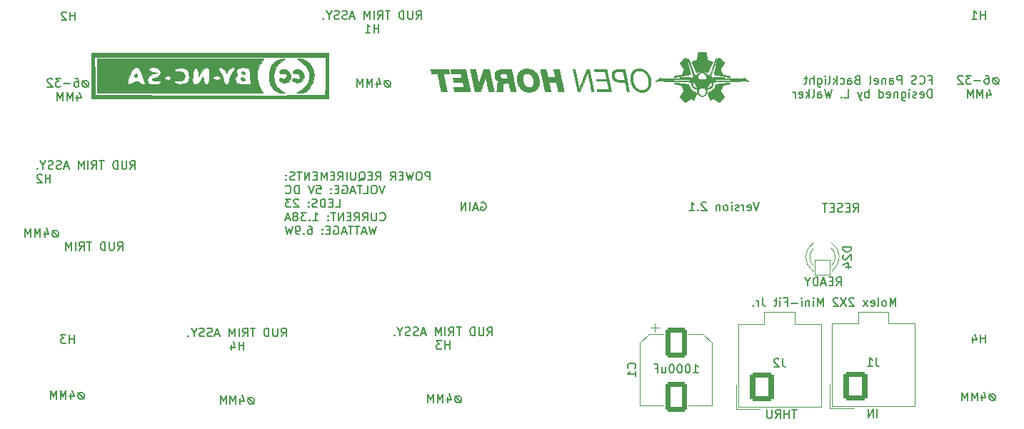
<source format=gbr>
%TF.GenerationSoftware,KiCad,Pcbnew,(6.0.9)*%
%TF.CreationDate,2023-01-06T20:59:09-09:00*%
%TF.ProjectId,FCS PANEL,46435320-5041-44e4-954c-2e6b69636164,rev?*%
%TF.SameCoordinates,Original*%
%TF.FileFunction,Legend,Bot*%
%TF.FilePolarity,Positive*%
%FSLAX46Y46*%
G04 Gerber Fmt 4.6, Leading zero omitted, Abs format (unit mm)*
G04 Created by KiCad (PCBNEW (6.0.9)) date 2023-01-06 20:59:09*
%MOMM*%
%LPD*%
G01*
G04 APERTURE LIST*
G04 Aperture macros list*
%AMRoundRect*
0 Rectangle with rounded corners*
0 $1 Rounding radius*
0 $2 $3 $4 $5 $6 $7 $8 $9 X,Y pos of 4 corners*
0 Add a 4 corners polygon primitive as box body*
4,1,4,$2,$3,$4,$5,$6,$7,$8,$9,$2,$3,0*
0 Add four circle primitives for the rounded corners*
1,1,$1+$1,$2,$3*
1,1,$1+$1,$4,$5*
1,1,$1+$1,$6,$7*
1,1,$1+$1,$8,$9*
0 Add four rect primitives between the rounded corners*
20,1,$1+$1,$2,$3,$4,$5,0*
20,1,$1+$1,$4,$5,$6,$7,0*
20,1,$1+$1,$6,$7,$8,$9,0*
20,1,$1+$1,$8,$9,$2,$3,0*%
G04 Aperture macros list end*
%ADD10C,0.150000*%
%ADD11C,0.120000*%
%ADD12C,0.010000*%
%ADD13C,12.800000*%
%ADD14C,3.672000*%
%ADD15C,4.400000*%
%ADD16RoundRect,0.300000X-1.000000X1.500000X-1.000000X-1.500000X1.000000X-1.500000X1.000000X1.500000X0*%
%ADD17RoundRect,0.300001X-1.099999X-1.399999X1.099999X-1.399999X1.099999X1.399999X-1.099999X1.399999X0*%
%ADD18O,2.800000X3.400000*%
%ADD19RoundRect,0.050000X0.900000X-0.900000X0.900000X0.900000X-0.900000X0.900000X-0.900000X-0.900000X0*%
%ADD20C,1.900000*%
G04 APERTURE END LIST*
D10*
X128155485Y-55926076D02*
X127965009Y-55926076D01*
X127774533Y-56021314D01*
X127679295Y-56211790D01*
X127679295Y-56402266D01*
X127774533Y-56592742D01*
X127965009Y-56687980D01*
X128155485Y-56687980D01*
X128345961Y-56592742D01*
X128441200Y-56402266D01*
X128441200Y-56211790D01*
X128345961Y-56021314D01*
X128155485Y-55926076D01*
X127679295Y-55926076D02*
X128441200Y-56687980D01*
X126774533Y-56021314D02*
X126774533Y-56687980D01*
X127012628Y-55640361D02*
X127250723Y-56354647D01*
X126631676Y-56354647D01*
X126250723Y-56687980D02*
X126250723Y-55687980D01*
X125917390Y-56402266D01*
X125584057Y-55687980D01*
X125584057Y-56687980D01*
X125107866Y-56687980D02*
X125107866Y-55687980D01*
X124774533Y-56402266D01*
X124441200Y-55687980D01*
X124441200Y-56687980D01*
X133077674Y-67763100D02*
X133077674Y-66763100D01*
X132696721Y-66763100D01*
X132601483Y-66810720D01*
X132553864Y-66858339D01*
X132506245Y-66953577D01*
X132506245Y-67096434D01*
X132553864Y-67191672D01*
X132601483Y-67239291D01*
X132696721Y-67286910D01*
X133077674Y-67286910D01*
X131887198Y-66763100D02*
X131696721Y-66763100D01*
X131601483Y-66810720D01*
X131506245Y-66905958D01*
X131458626Y-67096434D01*
X131458626Y-67429767D01*
X131506245Y-67620243D01*
X131601483Y-67715481D01*
X131696721Y-67763100D01*
X131887198Y-67763100D01*
X131982436Y-67715481D01*
X132077674Y-67620243D01*
X132125293Y-67429767D01*
X132125293Y-67096434D01*
X132077674Y-66905958D01*
X131982436Y-66810720D01*
X131887198Y-66763100D01*
X131125293Y-66763100D02*
X130887198Y-67763100D01*
X130696721Y-67048815D01*
X130506245Y-67763100D01*
X130268150Y-66763100D01*
X129887198Y-67239291D02*
X129553864Y-67239291D01*
X129411007Y-67763100D02*
X129887198Y-67763100D01*
X129887198Y-66763100D01*
X129411007Y-66763100D01*
X128411007Y-67763100D02*
X128744340Y-67286910D01*
X128982436Y-67763100D02*
X128982436Y-66763100D01*
X128601483Y-66763100D01*
X128506245Y-66810720D01*
X128458626Y-66858339D01*
X128411007Y-66953577D01*
X128411007Y-67096434D01*
X128458626Y-67191672D01*
X128506245Y-67239291D01*
X128601483Y-67286910D01*
X128982436Y-67286910D01*
X126649102Y-67763100D02*
X126982436Y-67286910D01*
X127220531Y-67763100D02*
X127220531Y-66763100D01*
X126839579Y-66763100D01*
X126744340Y-66810720D01*
X126696721Y-66858339D01*
X126649102Y-66953577D01*
X126649102Y-67096434D01*
X126696721Y-67191672D01*
X126744340Y-67239291D01*
X126839579Y-67286910D01*
X127220531Y-67286910D01*
X126220531Y-67239291D02*
X125887198Y-67239291D01*
X125744340Y-67763100D02*
X126220531Y-67763100D01*
X126220531Y-66763100D01*
X125744340Y-66763100D01*
X124649102Y-67858339D02*
X124744340Y-67810720D01*
X124839579Y-67715481D01*
X124982436Y-67572624D01*
X125077674Y-67525005D01*
X125172912Y-67525005D01*
X125125293Y-67763100D02*
X125220531Y-67715481D01*
X125315769Y-67620243D01*
X125363388Y-67429767D01*
X125363388Y-67096434D01*
X125315769Y-66905958D01*
X125220531Y-66810720D01*
X125125293Y-66763100D01*
X124934817Y-66763100D01*
X124839579Y-66810720D01*
X124744340Y-66905958D01*
X124696721Y-67096434D01*
X124696721Y-67429767D01*
X124744340Y-67620243D01*
X124839579Y-67715481D01*
X124934817Y-67763100D01*
X125125293Y-67763100D01*
X124268150Y-66763100D02*
X124268150Y-67572624D01*
X124220531Y-67667862D01*
X124172912Y-67715481D01*
X124077674Y-67763100D01*
X123887198Y-67763100D01*
X123791960Y-67715481D01*
X123744340Y-67667862D01*
X123696721Y-67572624D01*
X123696721Y-66763100D01*
X123220531Y-67763100D02*
X123220531Y-66763100D01*
X122172912Y-67763100D02*
X122506245Y-67286910D01*
X122744340Y-67763100D02*
X122744340Y-66763100D01*
X122363388Y-66763100D01*
X122268150Y-66810720D01*
X122220531Y-66858339D01*
X122172912Y-66953577D01*
X122172912Y-67096434D01*
X122220531Y-67191672D01*
X122268150Y-67239291D01*
X122363388Y-67286910D01*
X122744340Y-67286910D01*
X121744340Y-67239291D02*
X121411007Y-67239291D01*
X121268150Y-67763100D02*
X121744340Y-67763100D01*
X121744340Y-66763100D01*
X121268150Y-66763100D01*
X120839579Y-67763100D02*
X120839579Y-66763100D01*
X120506245Y-67477386D01*
X120172912Y-66763100D01*
X120172912Y-67763100D01*
X119696721Y-67239291D02*
X119363388Y-67239291D01*
X119220531Y-67763100D02*
X119696721Y-67763100D01*
X119696721Y-66763100D01*
X119220531Y-66763100D01*
X118791960Y-67763100D02*
X118791960Y-66763100D01*
X118220531Y-67763100D01*
X118220531Y-66763100D01*
X117887198Y-66763100D02*
X117315769Y-66763100D01*
X117601483Y-67763100D02*
X117601483Y-66763100D01*
X117030055Y-67715481D02*
X116887198Y-67763100D01*
X116649102Y-67763100D01*
X116553864Y-67715481D01*
X116506245Y-67667862D01*
X116458626Y-67572624D01*
X116458626Y-67477386D01*
X116506245Y-67382148D01*
X116553864Y-67334529D01*
X116649102Y-67286910D01*
X116839579Y-67239291D01*
X116934817Y-67191672D01*
X116982436Y-67144053D01*
X117030055Y-67048815D01*
X117030055Y-66953577D01*
X116982436Y-66858339D01*
X116934817Y-66810720D01*
X116839579Y-66763100D01*
X116601483Y-66763100D01*
X116458626Y-66810720D01*
X116030055Y-67667862D02*
X115982436Y-67715481D01*
X116030055Y-67763100D01*
X116077674Y-67715481D01*
X116030055Y-67667862D01*
X116030055Y-67763100D01*
X116030055Y-67144053D02*
X115982436Y-67191672D01*
X116030055Y-67239291D01*
X116077674Y-67191672D01*
X116030055Y-67144053D01*
X116030055Y-67239291D01*
X127744340Y-68373100D02*
X127411007Y-69373100D01*
X127077674Y-68373100D01*
X126553864Y-68373100D02*
X126363388Y-68373100D01*
X126268150Y-68420720D01*
X126172912Y-68515958D01*
X126125293Y-68706434D01*
X126125293Y-69039767D01*
X126172912Y-69230243D01*
X126268150Y-69325481D01*
X126363388Y-69373100D01*
X126553864Y-69373100D01*
X126649102Y-69325481D01*
X126744340Y-69230243D01*
X126791960Y-69039767D01*
X126791960Y-68706434D01*
X126744340Y-68515958D01*
X126649102Y-68420720D01*
X126553864Y-68373100D01*
X125220531Y-69373100D02*
X125696721Y-69373100D01*
X125696721Y-68373100D01*
X125030055Y-68373100D02*
X124458626Y-68373100D01*
X124744340Y-69373100D02*
X124744340Y-68373100D01*
X124172912Y-69087386D02*
X123696721Y-69087386D01*
X124268150Y-69373100D02*
X123934817Y-68373100D01*
X123601483Y-69373100D01*
X122744340Y-68420720D02*
X122839579Y-68373100D01*
X122982436Y-68373100D01*
X123125293Y-68420720D01*
X123220531Y-68515958D01*
X123268150Y-68611196D01*
X123315769Y-68801672D01*
X123315769Y-68944529D01*
X123268150Y-69135005D01*
X123220531Y-69230243D01*
X123125293Y-69325481D01*
X122982436Y-69373100D01*
X122887198Y-69373100D01*
X122744340Y-69325481D01*
X122696721Y-69277862D01*
X122696721Y-68944529D01*
X122887198Y-68944529D01*
X122268150Y-68849291D02*
X121934817Y-68849291D01*
X121791960Y-69373100D02*
X122268150Y-69373100D01*
X122268150Y-68373100D01*
X121791960Y-68373100D01*
X121363388Y-69277862D02*
X121315769Y-69325481D01*
X121363388Y-69373100D01*
X121411007Y-69325481D01*
X121363388Y-69277862D01*
X121363388Y-69373100D01*
X121363388Y-68754053D02*
X121315769Y-68801672D01*
X121363388Y-68849291D01*
X121411007Y-68801672D01*
X121363388Y-68754053D01*
X121363388Y-68849291D01*
X119649102Y-68373100D02*
X120125293Y-68373100D01*
X120172912Y-68849291D01*
X120125293Y-68801672D01*
X120030055Y-68754053D01*
X119791960Y-68754053D01*
X119696721Y-68801672D01*
X119649102Y-68849291D01*
X119601483Y-68944529D01*
X119601483Y-69182624D01*
X119649102Y-69277862D01*
X119696721Y-69325481D01*
X119791960Y-69373100D01*
X120030055Y-69373100D01*
X120125293Y-69325481D01*
X120172912Y-69277862D01*
X119315769Y-68373100D02*
X118982436Y-69373100D01*
X118649102Y-68373100D01*
X117553864Y-69373100D02*
X117553864Y-68373100D01*
X117315769Y-68373100D01*
X117172912Y-68420720D01*
X117077674Y-68515958D01*
X117030055Y-68611196D01*
X116982436Y-68801672D01*
X116982436Y-68944529D01*
X117030055Y-69135005D01*
X117077674Y-69230243D01*
X117172912Y-69325481D01*
X117315769Y-69373100D01*
X117553864Y-69373100D01*
X115982436Y-69277862D02*
X116030055Y-69325481D01*
X116172912Y-69373100D01*
X116268150Y-69373100D01*
X116411007Y-69325481D01*
X116506245Y-69230243D01*
X116553864Y-69135005D01*
X116601483Y-68944529D01*
X116601483Y-68801672D01*
X116553864Y-68611196D01*
X116506245Y-68515958D01*
X116411007Y-68420720D01*
X116268150Y-68373100D01*
X116172912Y-68373100D01*
X116030055Y-68420720D01*
X115982436Y-68468339D01*
X121887198Y-70983100D02*
X122363388Y-70983100D01*
X122363388Y-69983100D01*
X121553864Y-70459291D02*
X121220531Y-70459291D01*
X121077674Y-70983100D02*
X121553864Y-70983100D01*
X121553864Y-69983100D01*
X121077674Y-69983100D01*
X120649102Y-70983100D02*
X120649102Y-69983100D01*
X120411007Y-69983100D01*
X120268150Y-70030720D01*
X120172912Y-70125958D01*
X120125293Y-70221196D01*
X120077674Y-70411672D01*
X120077674Y-70554529D01*
X120125293Y-70745005D01*
X120172912Y-70840243D01*
X120268150Y-70935481D01*
X120411007Y-70983100D01*
X120649102Y-70983100D01*
X119696721Y-70935481D02*
X119553864Y-70983100D01*
X119315769Y-70983100D01*
X119220531Y-70935481D01*
X119172912Y-70887862D01*
X119125293Y-70792624D01*
X119125293Y-70697386D01*
X119172912Y-70602148D01*
X119220531Y-70554529D01*
X119315769Y-70506910D01*
X119506245Y-70459291D01*
X119601483Y-70411672D01*
X119649102Y-70364053D01*
X119696721Y-70268815D01*
X119696721Y-70173577D01*
X119649102Y-70078339D01*
X119601483Y-70030720D01*
X119506245Y-69983100D01*
X119268150Y-69983100D01*
X119125293Y-70030720D01*
X118696721Y-70887862D02*
X118649102Y-70935481D01*
X118696721Y-70983100D01*
X118744340Y-70935481D01*
X118696721Y-70887862D01*
X118696721Y-70983100D01*
X118696721Y-70364053D02*
X118649102Y-70411672D01*
X118696721Y-70459291D01*
X118744340Y-70411672D01*
X118696721Y-70364053D01*
X118696721Y-70459291D01*
X117506245Y-70078339D02*
X117458626Y-70030720D01*
X117363388Y-69983100D01*
X117125293Y-69983100D01*
X117030055Y-70030720D01*
X116982436Y-70078339D01*
X116934817Y-70173577D01*
X116934817Y-70268815D01*
X116982436Y-70411672D01*
X117553864Y-70983100D01*
X116934817Y-70983100D01*
X116601483Y-69983100D02*
X115982436Y-69983100D01*
X116315769Y-70364053D01*
X116172912Y-70364053D01*
X116077674Y-70411672D01*
X116030055Y-70459291D01*
X115982436Y-70554529D01*
X115982436Y-70792624D01*
X116030055Y-70887862D01*
X116077674Y-70935481D01*
X116172912Y-70983100D01*
X116458626Y-70983100D01*
X116553864Y-70935481D01*
X116601483Y-70887862D01*
X127172912Y-72497862D02*
X127220531Y-72545481D01*
X127363388Y-72593100D01*
X127458626Y-72593100D01*
X127601483Y-72545481D01*
X127696721Y-72450243D01*
X127744340Y-72355005D01*
X127791960Y-72164529D01*
X127791960Y-72021672D01*
X127744340Y-71831196D01*
X127696721Y-71735958D01*
X127601483Y-71640720D01*
X127458626Y-71593100D01*
X127363388Y-71593100D01*
X127220531Y-71640720D01*
X127172912Y-71688339D01*
X126744340Y-71593100D02*
X126744340Y-72402624D01*
X126696721Y-72497862D01*
X126649102Y-72545481D01*
X126553864Y-72593100D01*
X126363388Y-72593100D01*
X126268150Y-72545481D01*
X126220531Y-72497862D01*
X126172912Y-72402624D01*
X126172912Y-71593100D01*
X125125293Y-72593100D02*
X125458626Y-72116910D01*
X125696721Y-72593100D02*
X125696721Y-71593100D01*
X125315769Y-71593100D01*
X125220531Y-71640720D01*
X125172912Y-71688339D01*
X125125293Y-71783577D01*
X125125293Y-71926434D01*
X125172912Y-72021672D01*
X125220531Y-72069291D01*
X125315769Y-72116910D01*
X125696721Y-72116910D01*
X124125293Y-72593100D02*
X124458626Y-72116910D01*
X124696721Y-72593100D02*
X124696721Y-71593100D01*
X124315769Y-71593100D01*
X124220531Y-71640720D01*
X124172912Y-71688339D01*
X124125293Y-71783577D01*
X124125293Y-71926434D01*
X124172912Y-72021672D01*
X124220531Y-72069291D01*
X124315769Y-72116910D01*
X124696721Y-72116910D01*
X123696721Y-72069291D02*
X123363388Y-72069291D01*
X123220531Y-72593100D02*
X123696721Y-72593100D01*
X123696721Y-71593100D01*
X123220531Y-71593100D01*
X122791960Y-72593100D02*
X122791960Y-71593100D01*
X122220531Y-72593100D01*
X122220531Y-71593100D01*
X121887198Y-71593100D02*
X121315769Y-71593100D01*
X121601483Y-72593100D02*
X121601483Y-71593100D01*
X120982436Y-72497862D02*
X120934817Y-72545481D01*
X120982436Y-72593100D01*
X121030055Y-72545481D01*
X120982436Y-72497862D01*
X120982436Y-72593100D01*
X120982436Y-71974053D02*
X120934817Y-72021672D01*
X120982436Y-72069291D01*
X121030055Y-72021672D01*
X120982436Y-71974053D01*
X120982436Y-72069291D01*
X119220531Y-72593100D02*
X119791960Y-72593100D01*
X119506245Y-72593100D02*
X119506245Y-71593100D01*
X119601483Y-71735958D01*
X119696721Y-71831196D01*
X119791960Y-71878815D01*
X118791960Y-72497862D02*
X118744340Y-72545481D01*
X118791960Y-72593100D01*
X118839579Y-72545481D01*
X118791960Y-72497862D01*
X118791960Y-72593100D01*
X118411007Y-71593100D02*
X117791960Y-71593100D01*
X118125293Y-71974053D01*
X117982436Y-71974053D01*
X117887198Y-72021672D01*
X117839579Y-72069291D01*
X117791960Y-72164529D01*
X117791960Y-72402624D01*
X117839579Y-72497862D01*
X117887198Y-72545481D01*
X117982436Y-72593100D01*
X118268150Y-72593100D01*
X118363388Y-72545481D01*
X118411007Y-72497862D01*
X117220531Y-72021672D02*
X117315769Y-71974053D01*
X117363388Y-71926434D01*
X117411007Y-71831196D01*
X117411007Y-71783577D01*
X117363388Y-71688339D01*
X117315769Y-71640720D01*
X117220531Y-71593100D01*
X117030055Y-71593100D01*
X116934817Y-71640720D01*
X116887198Y-71688339D01*
X116839579Y-71783577D01*
X116839579Y-71831196D01*
X116887198Y-71926434D01*
X116934817Y-71974053D01*
X117030055Y-72021672D01*
X117220531Y-72021672D01*
X117315769Y-72069291D01*
X117363388Y-72116910D01*
X117411007Y-72212148D01*
X117411007Y-72402624D01*
X117363388Y-72497862D01*
X117315769Y-72545481D01*
X117220531Y-72593100D01*
X117030055Y-72593100D01*
X116934817Y-72545481D01*
X116887198Y-72497862D01*
X116839579Y-72402624D01*
X116839579Y-72212148D01*
X116887198Y-72116910D01*
X116934817Y-72069291D01*
X117030055Y-72021672D01*
X116458626Y-72307386D02*
X115982436Y-72307386D01*
X116553864Y-72593100D02*
X116220531Y-71593100D01*
X115887198Y-72593100D01*
X126696721Y-73203100D02*
X126458626Y-74203100D01*
X126268150Y-73488815D01*
X126077674Y-74203100D01*
X125839579Y-73203100D01*
X125506245Y-73917386D02*
X125030055Y-73917386D01*
X125601483Y-74203100D02*
X125268150Y-73203100D01*
X124934817Y-74203100D01*
X124744340Y-73203100D02*
X124172912Y-73203100D01*
X124458626Y-74203100D02*
X124458626Y-73203100D01*
X123982436Y-73203100D02*
X123411007Y-73203100D01*
X123696721Y-74203100D02*
X123696721Y-73203100D01*
X123125293Y-73917386D02*
X122649102Y-73917386D01*
X123220531Y-74203100D02*
X122887198Y-73203100D01*
X122553864Y-74203100D01*
X121696721Y-73250720D02*
X121791960Y-73203100D01*
X121934817Y-73203100D01*
X122077674Y-73250720D01*
X122172912Y-73345958D01*
X122220531Y-73441196D01*
X122268150Y-73631672D01*
X122268150Y-73774529D01*
X122220531Y-73965005D01*
X122172912Y-74060243D01*
X122077674Y-74155481D01*
X121934817Y-74203100D01*
X121839579Y-74203100D01*
X121696721Y-74155481D01*
X121649102Y-74107862D01*
X121649102Y-73774529D01*
X121839579Y-73774529D01*
X121220531Y-73679291D02*
X120887198Y-73679291D01*
X120744340Y-74203100D02*
X121220531Y-74203100D01*
X121220531Y-73203100D01*
X120744340Y-73203100D01*
X120315769Y-74107862D02*
X120268150Y-74155481D01*
X120315769Y-74203100D01*
X120363388Y-74155481D01*
X120315769Y-74107862D01*
X120315769Y-74203100D01*
X120315769Y-73584053D02*
X120268150Y-73631672D01*
X120315769Y-73679291D01*
X120363388Y-73631672D01*
X120315769Y-73584053D01*
X120315769Y-73679291D01*
X118649102Y-73203100D02*
X118839579Y-73203100D01*
X118934817Y-73250720D01*
X118982436Y-73298339D01*
X119077674Y-73441196D01*
X119125293Y-73631672D01*
X119125293Y-74012624D01*
X119077674Y-74107862D01*
X119030055Y-74155481D01*
X118934817Y-74203100D01*
X118744340Y-74203100D01*
X118649102Y-74155481D01*
X118601483Y-74107862D01*
X118553864Y-74012624D01*
X118553864Y-73774529D01*
X118601483Y-73679291D01*
X118649102Y-73631672D01*
X118744340Y-73584053D01*
X118934817Y-73584053D01*
X119030055Y-73631672D01*
X119077674Y-73679291D01*
X119125293Y-73774529D01*
X118125293Y-74107862D02*
X118077674Y-74155481D01*
X118125293Y-74203100D01*
X118172912Y-74155481D01*
X118125293Y-74107862D01*
X118125293Y-74203100D01*
X117601483Y-74203100D02*
X117411007Y-74203100D01*
X117315769Y-74155481D01*
X117268150Y-74107862D01*
X117172912Y-73965005D01*
X117125293Y-73774529D01*
X117125293Y-73393577D01*
X117172912Y-73298339D01*
X117220531Y-73250720D01*
X117315769Y-73203100D01*
X117506245Y-73203100D01*
X117601483Y-73250720D01*
X117649102Y-73298339D01*
X117696721Y-73393577D01*
X117696721Y-73631672D01*
X117649102Y-73726910D01*
X117601483Y-73774529D01*
X117506245Y-73822148D01*
X117315769Y-73822148D01*
X117220531Y-73774529D01*
X117172912Y-73726910D01*
X117125293Y-73631672D01*
X116791960Y-73203100D02*
X116553864Y-74203100D01*
X116363388Y-73488815D01*
X116172912Y-74203100D01*
X115934817Y-73203100D01*
X136537485Y-93365676D02*
X136347009Y-93365676D01*
X136156533Y-93460914D01*
X136061295Y-93651390D01*
X136061295Y-93841866D01*
X136156533Y-94032342D01*
X136347009Y-94127580D01*
X136537485Y-94127580D01*
X136727961Y-94032342D01*
X136823200Y-93841866D01*
X136823200Y-93651390D01*
X136727961Y-93460914D01*
X136537485Y-93365676D01*
X136061295Y-93365676D02*
X136823200Y-94127580D01*
X135156533Y-93460914D02*
X135156533Y-94127580D01*
X135394628Y-93079961D02*
X135632723Y-93794247D01*
X135013676Y-93794247D01*
X134632723Y-94127580D02*
X134632723Y-93127580D01*
X134299390Y-93841866D01*
X133966057Y-93127580D01*
X133966057Y-94127580D01*
X133489866Y-94127580D02*
X133489866Y-93127580D01*
X133156533Y-93841866D01*
X132823200Y-93127580D01*
X132823200Y-94127580D01*
X198932704Y-87066380D02*
X198932704Y-86066380D01*
X198932704Y-86542571D02*
X198361276Y-86542571D01*
X198361276Y-87066380D02*
X198361276Y-86066380D01*
X197456514Y-86399714D02*
X197456514Y-87066380D01*
X197694609Y-86018761D02*
X197932704Y-86733047D01*
X197313657Y-86733047D01*
X172135276Y-70369180D02*
X171801942Y-71369180D01*
X171468609Y-70369180D01*
X170754323Y-71321561D02*
X170849561Y-71369180D01*
X171040038Y-71369180D01*
X171135276Y-71321561D01*
X171182895Y-71226323D01*
X171182895Y-70845371D01*
X171135276Y-70750133D01*
X171040038Y-70702514D01*
X170849561Y-70702514D01*
X170754323Y-70750133D01*
X170706704Y-70845371D01*
X170706704Y-70940609D01*
X171182895Y-71035847D01*
X170278133Y-71369180D02*
X170278133Y-70702514D01*
X170278133Y-70892990D02*
X170230514Y-70797752D01*
X170182895Y-70750133D01*
X170087657Y-70702514D01*
X169992419Y-70702514D01*
X169706704Y-71321561D02*
X169611466Y-71369180D01*
X169420990Y-71369180D01*
X169325752Y-71321561D01*
X169278133Y-71226323D01*
X169278133Y-71178704D01*
X169325752Y-71083466D01*
X169420990Y-71035847D01*
X169563847Y-71035847D01*
X169659085Y-70988228D01*
X169706704Y-70892990D01*
X169706704Y-70845371D01*
X169659085Y-70750133D01*
X169563847Y-70702514D01*
X169420990Y-70702514D01*
X169325752Y-70750133D01*
X168849561Y-71369180D02*
X168849561Y-70702514D01*
X168849561Y-70369180D02*
X168897180Y-70416800D01*
X168849561Y-70464419D01*
X168801942Y-70416800D01*
X168849561Y-70369180D01*
X168849561Y-70464419D01*
X168230514Y-71369180D02*
X168325752Y-71321561D01*
X168373371Y-71273942D01*
X168420990Y-71178704D01*
X168420990Y-70892990D01*
X168373371Y-70797752D01*
X168325752Y-70750133D01*
X168230514Y-70702514D01*
X168087657Y-70702514D01*
X167992419Y-70750133D01*
X167944800Y-70797752D01*
X167897180Y-70892990D01*
X167897180Y-71178704D01*
X167944800Y-71273942D01*
X167992419Y-71321561D01*
X168087657Y-71369180D01*
X168230514Y-71369180D01*
X167468609Y-70702514D02*
X167468609Y-71369180D01*
X167468609Y-70797752D02*
X167420990Y-70750133D01*
X167325752Y-70702514D01*
X167182895Y-70702514D01*
X167087657Y-70750133D01*
X167040038Y-70845371D01*
X167040038Y-71369180D01*
X165849561Y-70464419D02*
X165801942Y-70416800D01*
X165706704Y-70369180D01*
X165468609Y-70369180D01*
X165373371Y-70416800D01*
X165325752Y-70464419D01*
X165278133Y-70559657D01*
X165278133Y-70654895D01*
X165325752Y-70797752D01*
X165897180Y-71369180D01*
X165278133Y-71369180D01*
X164849561Y-71273942D02*
X164801942Y-71321561D01*
X164849561Y-71369180D01*
X164897180Y-71321561D01*
X164849561Y-71273942D01*
X164849561Y-71369180D01*
X163849561Y-71369180D02*
X164420990Y-71369180D01*
X164135276Y-71369180D02*
X164135276Y-70369180D01*
X164230514Y-70512038D01*
X164325752Y-70607276D01*
X164420990Y-70654895D01*
X115450285Y-86312180D02*
X115783619Y-85835990D01*
X116021714Y-86312180D02*
X116021714Y-85312180D01*
X115640761Y-85312180D01*
X115545523Y-85359800D01*
X115497904Y-85407419D01*
X115450285Y-85502657D01*
X115450285Y-85645514D01*
X115497904Y-85740752D01*
X115545523Y-85788371D01*
X115640761Y-85835990D01*
X116021714Y-85835990D01*
X115021714Y-85312180D02*
X115021714Y-86121704D01*
X114974095Y-86216942D01*
X114926476Y-86264561D01*
X114831238Y-86312180D01*
X114640761Y-86312180D01*
X114545523Y-86264561D01*
X114497904Y-86216942D01*
X114450285Y-86121704D01*
X114450285Y-85312180D01*
X113974095Y-86312180D02*
X113974095Y-85312180D01*
X113736000Y-85312180D01*
X113593142Y-85359800D01*
X113497904Y-85455038D01*
X113450285Y-85550276D01*
X113402666Y-85740752D01*
X113402666Y-85883609D01*
X113450285Y-86074085D01*
X113497904Y-86169323D01*
X113593142Y-86264561D01*
X113736000Y-86312180D01*
X113974095Y-86312180D01*
X112355047Y-85312180D02*
X111783619Y-85312180D01*
X112069333Y-86312180D02*
X112069333Y-85312180D01*
X110878857Y-86312180D02*
X111212190Y-85835990D01*
X111450285Y-86312180D02*
X111450285Y-85312180D01*
X111069333Y-85312180D01*
X110974095Y-85359800D01*
X110926476Y-85407419D01*
X110878857Y-85502657D01*
X110878857Y-85645514D01*
X110926476Y-85740752D01*
X110974095Y-85788371D01*
X111069333Y-85835990D01*
X111450285Y-85835990D01*
X110450285Y-86312180D02*
X110450285Y-85312180D01*
X109974095Y-86312180D02*
X109974095Y-85312180D01*
X109640761Y-86026466D01*
X109307428Y-85312180D01*
X109307428Y-86312180D01*
X108116952Y-86026466D02*
X107640761Y-86026466D01*
X108212190Y-86312180D02*
X107878857Y-85312180D01*
X107545523Y-86312180D01*
X107259809Y-86264561D02*
X107116952Y-86312180D01*
X106878857Y-86312180D01*
X106783619Y-86264561D01*
X106736000Y-86216942D01*
X106688380Y-86121704D01*
X106688380Y-86026466D01*
X106736000Y-85931228D01*
X106783619Y-85883609D01*
X106878857Y-85835990D01*
X107069333Y-85788371D01*
X107164571Y-85740752D01*
X107212190Y-85693133D01*
X107259809Y-85597895D01*
X107259809Y-85502657D01*
X107212190Y-85407419D01*
X107164571Y-85359800D01*
X107069333Y-85312180D01*
X106831238Y-85312180D01*
X106688380Y-85359800D01*
X106307428Y-86264561D02*
X106164571Y-86312180D01*
X105926476Y-86312180D01*
X105831238Y-86264561D01*
X105783619Y-86216942D01*
X105736000Y-86121704D01*
X105736000Y-86026466D01*
X105783619Y-85931228D01*
X105831238Y-85883609D01*
X105926476Y-85835990D01*
X106116952Y-85788371D01*
X106212190Y-85740752D01*
X106259809Y-85693133D01*
X106307428Y-85597895D01*
X106307428Y-85502657D01*
X106259809Y-85407419D01*
X106212190Y-85359800D01*
X106116952Y-85312180D01*
X105878857Y-85312180D01*
X105736000Y-85359800D01*
X105116952Y-85835990D02*
X105116952Y-86312180D01*
X105450285Y-85312180D02*
X105116952Y-85835990D01*
X104783619Y-85312180D01*
X104450285Y-86216942D02*
X104402666Y-86264561D01*
X104450285Y-86312180D01*
X104497904Y-86264561D01*
X104450285Y-86216942D01*
X104450285Y-86312180D01*
X110997904Y-87922180D02*
X110997904Y-86922180D01*
X110997904Y-87398371D02*
X110426476Y-87398371D01*
X110426476Y-87922180D02*
X110426476Y-86922180D01*
X109521714Y-87255514D02*
X109521714Y-87922180D01*
X109759809Y-86874561D02*
X109997904Y-87588847D01*
X109378857Y-87588847D01*
X176580253Y-94994480D02*
X176008824Y-94994480D01*
X176294539Y-95994480D02*
X176294539Y-94994480D01*
X175675491Y-95994480D02*
X175675491Y-94994480D01*
X175675491Y-95470671D02*
X175104062Y-95470671D01*
X175104062Y-95994480D02*
X175104062Y-94994480D01*
X174056443Y-95994480D02*
X174389777Y-95518290D01*
X174627872Y-95994480D02*
X174627872Y-94994480D01*
X174246920Y-94994480D01*
X174151681Y-95042100D01*
X174104062Y-95089719D01*
X174056443Y-95184957D01*
X174056443Y-95327814D01*
X174104062Y-95423052D01*
X174151681Y-95470671D01*
X174246920Y-95518290D01*
X174627872Y-95518290D01*
X173627872Y-94994480D02*
X173627872Y-95804004D01*
X173580253Y-95899242D01*
X173532634Y-95946861D01*
X173437396Y-95994480D01*
X173246920Y-95994480D01*
X173151681Y-95946861D01*
X173104062Y-95899242D01*
X173056443Y-95804004D01*
X173056443Y-94994480D01*
X139155371Y-70416800D02*
X139250609Y-70369180D01*
X139393466Y-70369180D01*
X139536323Y-70416800D01*
X139631561Y-70512038D01*
X139679180Y-70607276D01*
X139726800Y-70797752D01*
X139726800Y-70940609D01*
X139679180Y-71131085D01*
X139631561Y-71226323D01*
X139536323Y-71321561D01*
X139393466Y-71369180D01*
X139298228Y-71369180D01*
X139155371Y-71321561D01*
X139107752Y-71273942D01*
X139107752Y-70940609D01*
X139298228Y-70940609D01*
X138726800Y-71083466D02*
X138250609Y-71083466D01*
X138822038Y-71369180D02*
X138488704Y-70369180D01*
X138155371Y-71369180D01*
X137822038Y-71369180D02*
X137822038Y-70369180D01*
X137345847Y-71369180D02*
X137345847Y-70369180D01*
X136774419Y-71369180D01*
X136774419Y-70369180D01*
X164313809Y-90612380D02*
X164885238Y-90612380D01*
X164599523Y-90612380D02*
X164599523Y-89612380D01*
X164694761Y-89755238D01*
X164790000Y-89850476D01*
X164885238Y-89898095D01*
X163694761Y-89612380D02*
X163599523Y-89612380D01*
X163504285Y-89660000D01*
X163456666Y-89707619D01*
X163409047Y-89802857D01*
X163361428Y-89993333D01*
X163361428Y-90231428D01*
X163409047Y-90421904D01*
X163456666Y-90517142D01*
X163504285Y-90564761D01*
X163599523Y-90612380D01*
X163694761Y-90612380D01*
X163790000Y-90564761D01*
X163837619Y-90517142D01*
X163885238Y-90421904D01*
X163932857Y-90231428D01*
X163932857Y-89993333D01*
X163885238Y-89802857D01*
X163837619Y-89707619D01*
X163790000Y-89660000D01*
X163694761Y-89612380D01*
X162742380Y-89612380D02*
X162647142Y-89612380D01*
X162551904Y-89660000D01*
X162504285Y-89707619D01*
X162456666Y-89802857D01*
X162409047Y-89993333D01*
X162409047Y-90231428D01*
X162456666Y-90421904D01*
X162504285Y-90517142D01*
X162551904Y-90564761D01*
X162647142Y-90612380D01*
X162742380Y-90612380D01*
X162837619Y-90564761D01*
X162885238Y-90517142D01*
X162932857Y-90421904D01*
X162980476Y-90231428D01*
X162980476Y-89993333D01*
X162932857Y-89802857D01*
X162885238Y-89707619D01*
X162837619Y-89660000D01*
X162742380Y-89612380D01*
X161790000Y-89612380D02*
X161694761Y-89612380D01*
X161599523Y-89660000D01*
X161551904Y-89707619D01*
X161504285Y-89802857D01*
X161456666Y-89993333D01*
X161456666Y-90231428D01*
X161504285Y-90421904D01*
X161551904Y-90517142D01*
X161599523Y-90564761D01*
X161694761Y-90612380D01*
X161790000Y-90612380D01*
X161885238Y-90564761D01*
X161932857Y-90517142D01*
X161980476Y-90421904D01*
X162028095Y-90231428D01*
X162028095Y-89993333D01*
X161980476Y-89802857D01*
X161932857Y-89707619D01*
X161885238Y-89660000D01*
X161790000Y-89612380D01*
X160599523Y-89945714D02*
X160599523Y-90612380D01*
X161028095Y-89945714D02*
X161028095Y-90469523D01*
X160980476Y-90564761D01*
X160885238Y-90612380D01*
X160742380Y-90612380D01*
X160647142Y-90564761D01*
X160599523Y-90517142D01*
X159790000Y-90088571D02*
X160123333Y-90088571D01*
X160123333Y-90612380D02*
X160123333Y-89612380D01*
X159647142Y-89612380D01*
X96054514Y-76093580D02*
X96387847Y-75617390D01*
X96625942Y-76093580D02*
X96625942Y-75093580D01*
X96244990Y-75093580D01*
X96149752Y-75141200D01*
X96102133Y-75188819D01*
X96054514Y-75284057D01*
X96054514Y-75426914D01*
X96102133Y-75522152D01*
X96149752Y-75569771D01*
X96244990Y-75617390D01*
X96625942Y-75617390D01*
X95625942Y-75093580D02*
X95625942Y-75903104D01*
X95578323Y-75998342D01*
X95530704Y-76045961D01*
X95435466Y-76093580D01*
X95244990Y-76093580D01*
X95149752Y-76045961D01*
X95102133Y-75998342D01*
X95054514Y-75903104D01*
X95054514Y-75093580D01*
X94578323Y-76093580D02*
X94578323Y-75093580D01*
X94340228Y-75093580D01*
X94197371Y-75141200D01*
X94102133Y-75236438D01*
X94054514Y-75331676D01*
X94006895Y-75522152D01*
X94006895Y-75665009D01*
X94054514Y-75855485D01*
X94102133Y-75950723D01*
X94197371Y-76045961D01*
X94340228Y-76093580D01*
X94578323Y-76093580D01*
X92959276Y-75093580D02*
X92387847Y-75093580D01*
X92673561Y-76093580D02*
X92673561Y-75093580D01*
X91483085Y-76093580D02*
X91816419Y-75617390D01*
X92054514Y-76093580D02*
X92054514Y-75093580D01*
X91673561Y-75093580D01*
X91578323Y-75141200D01*
X91530704Y-75188819D01*
X91483085Y-75284057D01*
X91483085Y-75426914D01*
X91530704Y-75522152D01*
X91578323Y-75569771D01*
X91673561Y-75617390D01*
X92054514Y-75617390D01*
X91054514Y-76093580D02*
X91054514Y-75093580D01*
X90578323Y-76093580D02*
X90578323Y-75093580D01*
X90244990Y-75807866D01*
X89911657Y-75093580D01*
X89911657Y-76093580D01*
X181271040Y-80287120D02*
X181604373Y-79810930D01*
X181842468Y-80287120D02*
X181842468Y-79287120D01*
X181461516Y-79287120D01*
X181366278Y-79334740D01*
X181318659Y-79382359D01*
X181271040Y-79477597D01*
X181271040Y-79620454D01*
X181318659Y-79715692D01*
X181366278Y-79763311D01*
X181461516Y-79810930D01*
X181842468Y-79810930D01*
X180842468Y-79763311D02*
X180509135Y-79763311D01*
X180366278Y-80287120D02*
X180842468Y-80287120D01*
X180842468Y-79287120D01*
X180366278Y-79287120D01*
X179985325Y-80001406D02*
X179509135Y-80001406D01*
X180080563Y-80287120D02*
X179747230Y-79287120D01*
X179413897Y-80287120D01*
X179080563Y-80287120D02*
X179080563Y-79287120D01*
X178842468Y-79287120D01*
X178699611Y-79334740D01*
X178604373Y-79429978D01*
X178556754Y-79525216D01*
X178509135Y-79715692D01*
X178509135Y-79858549D01*
X178556754Y-80049025D01*
X178604373Y-80144263D01*
X178699611Y-80239501D01*
X178842468Y-80287120D01*
X179080563Y-80287120D01*
X177890087Y-79810930D02*
X177890087Y-80287120D01*
X178223420Y-79287120D02*
X177890087Y-79810930D01*
X177556754Y-79287120D01*
X91833485Y-92959276D02*
X91643009Y-92959276D01*
X91452533Y-93054514D01*
X91357295Y-93244990D01*
X91357295Y-93435466D01*
X91452533Y-93625942D01*
X91643009Y-93721180D01*
X91833485Y-93721180D01*
X92023961Y-93625942D01*
X92119200Y-93435466D01*
X92119200Y-93244990D01*
X92023961Y-93054514D01*
X91833485Y-92959276D01*
X91357295Y-92959276D02*
X92119200Y-93721180D01*
X90452533Y-93054514D02*
X90452533Y-93721180D01*
X90690628Y-92673561D02*
X90928723Y-93387847D01*
X90309676Y-93387847D01*
X89928723Y-93721180D02*
X89928723Y-92721180D01*
X89595390Y-93435466D01*
X89262057Y-92721180D01*
X89262057Y-93721180D01*
X88785866Y-93721180D02*
X88785866Y-92721180D01*
X88452533Y-93435466D01*
X88119200Y-92721180D01*
X88119200Y-93721180D01*
X186093669Y-95910660D02*
X186093669Y-94910660D01*
X185617479Y-95910660D02*
X185617479Y-94910660D01*
X185046050Y-95910660D01*
X185046050Y-94910660D01*
X97543195Y-66449380D02*
X97876528Y-65973190D01*
X98114623Y-66449380D02*
X98114623Y-65449380D01*
X97733671Y-65449380D01*
X97638433Y-65497000D01*
X97590814Y-65544619D01*
X97543195Y-65639857D01*
X97543195Y-65782714D01*
X97590814Y-65877952D01*
X97638433Y-65925571D01*
X97733671Y-65973190D01*
X98114623Y-65973190D01*
X97114623Y-65449380D02*
X97114623Y-66258904D01*
X97067004Y-66354142D01*
X97019385Y-66401761D01*
X96924147Y-66449380D01*
X96733671Y-66449380D01*
X96638433Y-66401761D01*
X96590814Y-66354142D01*
X96543195Y-66258904D01*
X96543195Y-65449380D01*
X96067004Y-66449380D02*
X96067004Y-65449380D01*
X95828909Y-65449380D01*
X95686052Y-65497000D01*
X95590814Y-65592238D01*
X95543195Y-65687476D01*
X95495576Y-65877952D01*
X95495576Y-66020809D01*
X95543195Y-66211285D01*
X95590814Y-66306523D01*
X95686052Y-66401761D01*
X95828909Y-66449380D01*
X96067004Y-66449380D01*
X94447957Y-65449380D02*
X93876528Y-65449380D01*
X94162242Y-66449380D02*
X94162242Y-65449380D01*
X92971766Y-66449380D02*
X93305100Y-65973190D01*
X93543195Y-66449380D02*
X93543195Y-65449380D01*
X93162242Y-65449380D01*
X93067004Y-65497000D01*
X93019385Y-65544619D01*
X92971766Y-65639857D01*
X92971766Y-65782714D01*
X93019385Y-65877952D01*
X93067004Y-65925571D01*
X93162242Y-65973190D01*
X93543195Y-65973190D01*
X92543195Y-66449380D02*
X92543195Y-65449380D01*
X92067004Y-66449380D02*
X92067004Y-65449380D01*
X91733671Y-66163666D01*
X91400338Y-65449380D01*
X91400338Y-66449380D01*
X90209861Y-66163666D02*
X89733671Y-66163666D01*
X90305100Y-66449380D02*
X89971766Y-65449380D01*
X89638433Y-66449380D01*
X89352719Y-66401761D02*
X89209861Y-66449380D01*
X88971766Y-66449380D01*
X88876528Y-66401761D01*
X88828909Y-66354142D01*
X88781290Y-66258904D01*
X88781290Y-66163666D01*
X88828909Y-66068428D01*
X88876528Y-66020809D01*
X88971766Y-65973190D01*
X89162242Y-65925571D01*
X89257480Y-65877952D01*
X89305100Y-65830333D01*
X89352719Y-65735095D01*
X89352719Y-65639857D01*
X89305100Y-65544619D01*
X89257480Y-65497000D01*
X89162242Y-65449380D01*
X88924147Y-65449380D01*
X88781290Y-65497000D01*
X88400338Y-66401761D02*
X88257480Y-66449380D01*
X88019385Y-66449380D01*
X87924147Y-66401761D01*
X87876528Y-66354142D01*
X87828909Y-66258904D01*
X87828909Y-66163666D01*
X87876528Y-66068428D01*
X87924147Y-66020809D01*
X88019385Y-65973190D01*
X88209861Y-65925571D01*
X88305100Y-65877952D01*
X88352719Y-65830333D01*
X88400338Y-65735095D01*
X88400338Y-65639857D01*
X88352719Y-65544619D01*
X88305100Y-65497000D01*
X88209861Y-65449380D01*
X87971766Y-65449380D01*
X87828909Y-65497000D01*
X87209861Y-65973190D02*
X87209861Y-66449380D01*
X87543195Y-65449380D02*
X87209861Y-65973190D01*
X86876528Y-65449380D01*
X86543195Y-66354142D02*
X86495576Y-66401761D01*
X86543195Y-66449380D01*
X86590814Y-66401761D01*
X86543195Y-66354142D01*
X86543195Y-66449380D01*
X88067004Y-68059380D02*
X88067004Y-67059380D01*
X88067004Y-67535571D02*
X87495576Y-67535571D01*
X87495576Y-68059380D02*
X87495576Y-67059380D01*
X87067004Y-67154619D02*
X87019385Y-67107000D01*
X86924147Y-67059380D01*
X86686052Y-67059380D01*
X86590814Y-67107000D01*
X86543195Y-67154619D01*
X86495576Y-67249857D01*
X86495576Y-67345095D01*
X86543195Y-67487952D01*
X87114623Y-68059380D01*
X86495576Y-68059380D01*
X199885085Y-93162476D02*
X199694609Y-93162476D01*
X199504133Y-93257714D01*
X199408895Y-93448190D01*
X199408895Y-93638666D01*
X199504133Y-93829142D01*
X199694609Y-93924380D01*
X199885085Y-93924380D01*
X200075561Y-93829142D01*
X200170800Y-93638666D01*
X200170800Y-93448190D01*
X200075561Y-93257714D01*
X199885085Y-93162476D01*
X199408895Y-93162476D02*
X200170800Y-93924380D01*
X198504133Y-93257714D02*
X198504133Y-93924380D01*
X198742228Y-92876761D02*
X198980323Y-93591047D01*
X198361276Y-93591047D01*
X197980323Y-93924380D02*
X197980323Y-92924380D01*
X197646990Y-93638666D01*
X197313657Y-92924380D01*
X197313657Y-93924380D01*
X196837466Y-93924380D02*
X196837466Y-92924380D01*
X196504133Y-93638666D01*
X196170800Y-92924380D01*
X196170800Y-93924380D01*
X139885085Y-86210580D02*
X140218419Y-85734390D01*
X140456514Y-86210580D02*
X140456514Y-85210580D01*
X140075561Y-85210580D01*
X139980323Y-85258200D01*
X139932704Y-85305819D01*
X139885085Y-85401057D01*
X139885085Y-85543914D01*
X139932704Y-85639152D01*
X139980323Y-85686771D01*
X140075561Y-85734390D01*
X140456514Y-85734390D01*
X139456514Y-85210580D02*
X139456514Y-86020104D01*
X139408895Y-86115342D01*
X139361276Y-86162961D01*
X139266038Y-86210580D01*
X139075561Y-86210580D01*
X138980323Y-86162961D01*
X138932704Y-86115342D01*
X138885085Y-86020104D01*
X138885085Y-85210580D01*
X138408895Y-86210580D02*
X138408895Y-85210580D01*
X138170800Y-85210580D01*
X138027942Y-85258200D01*
X137932704Y-85353438D01*
X137885085Y-85448676D01*
X137837466Y-85639152D01*
X137837466Y-85782009D01*
X137885085Y-85972485D01*
X137932704Y-86067723D01*
X138027942Y-86162961D01*
X138170800Y-86210580D01*
X138408895Y-86210580D01*
X136789847Y-85210580D02*
X136218419Y-85210580D01*
X136504133Y-86210580D02*
X136504133Y-85210580D01*
X135313657Y-86210580D02*
X135646990Y-85734390D01*
X135885085Y-86210580D02*
X135885085Y-85210580D01*
X135504133Y-85210580D01*
X135408895Y-85258200D01*
X135361276Y-85305819D01*
X135313657Y-85401057D01*
X135313657Y-85543914D01*
X135361276Y-85639152D01*
X135408895Y-85686771D01*
X135504133Y-85734390D01*
X135885085Y-85734390D01*
X134885085Y-86210580D02*
X134885085Y-85210580D01*
X134408895Y-86210580D02*
X134408895Y-85210580D01*
X134075561Y-85924866D01*
X133742228Y-85210580D01*
X133742228Y-86210580D01*
X132551752Y-85924866D02*
X132075561Y-85924866D01*
X132646990Y-86210580D02*
X132313657Y-85210580D01*
X131980323Y-86210580D01*
X131694609Y-86162961D02*
X131551752Y-86210580D01*
X131313657Y-86210580D01*
X131218419Y-86162961D01*
X131170800Y-86115342D01*
X131123180Y-86020104D01*
X131123180Y-85924866D01*
X131170800Y-85829628D01*
X131218419Y-85782009D01*
X131313657Y-85734390D01*
X131504133Y-85686771D01*
X131599371Y-85639152D01*
X131646990Y-85591533D01*
X131694609Y-85496295D01*
X131694609Y-85401057D01*
X131646990Y-85305819D01*
X131599371Y-85258200D01*
X131504133Y-85210580D01*
X131266038Y-85210580D01*
X131123180Y-85258200D01*
X130742228Y-86162961D02*
X130599371Y-86210580D01*
X130361276Y-86210580D01*
X130266038Y-86162961D01*
X130218419Y-86115342D01*
X130170800Y-86020104D01*
X130170800Y-85924866D01*
X130218419Y-85829628D01*
X130266038Y-85782009D01*
X130361276Y-85734390D01*
X130551752Y-85686771D01*
X130646990Y-85639152D01*
X130694609Y-85591533D01*
X130742228Y-85496295D01*
X130742228Y-85401057D01*
X130694609Y-85305819D01*
X130646990Y-85258200D01*
X130551752Y-85210580D01*
X130313657Y-85210580D01*
X130170800Y-85258200D01*
X129551752Y-85734390D02*
X129551752Y-86210580D01*
X129885085Y-85210580D02*
X129551752Y-85734390D01*
X129218419Y-85210580D01*
X128885085Y-86115342D02*
X128837466Y-86162961D01*
X128885085Y-86210580D01*
X128932704Y-86162961D01*
X128885085Y-86115342D01*
X128885085Y-86210580D01*
X135432704Y-87820580D02*
X135432704Y-86820580D01*
X135432704Y-87296771D02*
X134861276Y-87296771D01*
X134861276Y-87820580D02*
X134861276Y-86820580D01*
X134480323Y-86820580D02*
X133861276Y-86820580D01*
X134194609Y-87201533D01*
X134051752Y-87201533D01*
X133956514Y-87249152D01*
X133908895Y-87296771D01*
X133861276Y-87392009D01*
X133861276Y-87630104D01*
X133908895Y-87725342D01*
X133956514Y-87772961D01*
X134051752Y-87820580D01*
X134337466Y-87820580D01*
X134432704Y-87772961D01*
X134480323Y-87725342D01*
X192249151Y-55846851D02*
X192582484Y-55846851D01*
X192582484Y-56370660D02*
X192582484Y-55370660D01*
X192106294Y-55370660D01*
X191153913Y-56275422D02*
X191201532Y-56323041D01*
X191344389Y-56370660D01*
X191439627Y-56370660D01*
X191582484Y-56323041D01*
X191677722Y-56227803D01*
X191725341Y-56132565D01*
X191772960Y-55942089D01*
X191772960Y-55799232D01*
X191725341Y-55608756D01*
X191677722Y-55513518D01*
X191582484Y-55418280D01*
X191439627Y-55370660D01*
X191344389Y-55370660D01*
X191201532Y-55418280D01*
X191153913Y-55465899D01*
X190772960Y-56323041D02*
X190630103Y-56370660D01*
X190392008Y-56370660D01*
X190296770Y-56323041D01*
X190249151Y-56275422D01*
X190201532Y-56180184D01*
X190201532Y-56084946D01*
X190249151Y-55989708D01*
X190296770Y-55942089D01*
X190392008Y-55894470D01*
X190582484Y-55846851D01*
X190677722Y-55799232D01*
X190725341Y-55751613D01*
X190772960Y-55656375D01*
X190772960Y-55561137D01*
X190725341Y-55465899D01*
X190677722Y-55418280D01*
X190582484Y-55370660D01*
X190344389Y-55370660D01*
X190201532Y-55418280D01*
X189011056Y-56370660D02*
X189011056Y-55370660D01*
X188630103Y-55370660D01*
X188534865Y-55418280D01*
X188487246Y-55465899D01*
X188439627Y-55561137D01*
X188439627Y-55703994D01*
X188487246Y-55799232D01*
X188534865Y-55846851D01*
X188630103Y-55894470D01*
X189011056Y-55894470D01*
X187582484Y-56370660D02*
X187582484Y-55846851D01*
X187630103Y-55751613D01*
X187725341Y-55703994D01*
X187915818Y-55703994D01*
X188011056Y-55751613D01*
X187582484Y-56323041D02*
X187677722Y-56370660D01*
X187915818Y-56370660D01*
X188011056Y-56323041D01*
X188058675Y-56227803D01*
X188058675Y-56132565D01*
X188011056Y-56037327D01*
X187915818Y-55989708D01*
X187677722Y-55989708D01*
X187582484Y-55942089D01*
X187106294Y-55703994D02*
X187106294Y-56370660D01*
X187106294Y-55799232D02*
X187058675Y-55751613D01*
X186963437Y-55703994D01*
X186820580Y-55703994D01*
X186725341Y-55751613D01*
X186677722Y-55846851D01*
X186677722Y-56370660D01*
X185820580Y-56323041D02*
X185915818Y-56370660D01*
X186106294Y-56370660D01*
X186201532Y-56323041D01*
X186249151Y-56227803D01*
X186249151Y-55846851D01*
X186201532Y-55751613D01*
X186106294Y-55703994D01*
X185915818Y-55703994D01*
X185820580Y-55751613D01*
X185772960Y-55846851D01*
X185772960Y-55942089D01*
X186249151Y-56037327D01*
X185201532Y-56370660D02*
X185296770Y-56323041D01*
X185344389Y-56227803D01*
X185344389Y-55370660D01*
X183725341Y-55846851D02*
X183582484Y-55894470D01*
X183534865Y-55942089D01*
X183487246Y-56037327D01*
X183487246Y-56180184D01*
X183534865Y-56275422D01*
X183582484Y-56323041D01*
X183677722Y-56370660D01*
X184058675Y-56370660D01*
X184058675Y-55370660D01*
X183725341Y-55370660D01*
X183630103Y-55418280D01*
X183582484Y-55465899D01*
X183534865Y-55561137D01*
X183534865Y-55656375D01*
X183582484Y-55751613D01*
X183630103Y-55799232D01*
X183725341Y-55846851D01*
X184058675Y-55846851D01*
X182630103Y-56370660D02*
X182630103Y-55846851D01*
X182677722Y-55751613D01*
X182772960Y-55703994D01*
X182963437Y-55703994D01*
X183058675Y-55751613D01*
X182630103Y-56323041D02*
X182725341Y-56370660D01*
X182963437Y-56370660D01*
X183058675Y-56323041D01*
X183106294Y-56227803D01*
X183106294Y-56132565D01*
X183058675Y-56037327D01*
X182963437Y-55989708D01*
X182725341Y-55989708D01*
X182630103Y-55942089D01*
X181725341Y-56323041D02*
X181820580Y-56370660D01*
X182011056Y-56370660D01*
X182106294Y-56323041D01*
X182153913Y-56275422D01*
X182201532Y-56180184D01*
X182201532Y-55894470D01*
X182153913Y-55799232D01*
X182106294Y-55751613D01*
X182011056Y-55703994D01*
X181820580Y-55703994D01*
X181725341Y-55751613D01*
X181296770Y-56370660D02*
X181296770Y-55370660D01*
X181201532Y-55989708D02*
X180915818Y-56370660D01*
X180915818Y-55703994D02*
X181296770Y-56084946D01*
X180344389Y-56370660D02*
X180439627Y-56323041D01*
X180487246Y-56227803D01*
X180487246Y-55370660D01*
X179963437Y-56370660D02*
X179963437Y-55703994D01*
X179963437Y-55370660D02*
X180011056Y-55418280D01*
X179963437Y-55465899D01*
X179915818Y-55418280D01*
X179963437Y-55370660D01*
X179963437Y-55465899D01*
X179058675Y-55703994D02*
X179058675Y-56513518D01*
X179106294Y-56608756D01*
X179153913Y-56656375D01*
X179249151Y-56703994D01*
X179392008Y-56703994D01*
X179487246Y-56656375D01*
X179058675Y-56323041D02*
X179153913Y-56370660D01*
X179344389Y-56370660D01*
X179439627Y-56323041D01*
X179487246Y-56275422D01*
X179534865Y-56180184D01*
X179534865Y-55894470D01*
X179487246Y-55799232D01*
X179439627Y-55751613D01*
X179344389Y-55703994D01*
X179153913Y-55703994D01*
X179058675Y-55751613D01*
X178582484Y-56370660D02*
X178582484Y-55370660D01*
X178153913Y-56370660D02*
X178153913Y-55846851D01*
X178201532Y-55751613D01*
X178296770Y-55703994D01*
X178439627Y-55703994D01*
X178534865Y-55751613D01*
X178582484Y-55799232D01*
X177820580Y-55703994D02*
X177439627Y-55703994D01*
X177677722Y-55370660D02*
X177677722Y-56227803D01*
X177630103Y-56323041D01*
X177534865Y-56370660D01*
X177439627Y-56370660D01*
X192582484Y-57980660D02*
X192582484Y-56980660D01*
X192344389Y-56980660D01*
X192201532Y-57028280D01*
X192106294Y-57123518D01*
X192058675Y-57218756D01*
X192011056Y-57409232D01*
X192011056Y-57552089D01*
X192058675Y-57742565D01*
X192106294Y-57837803D01*
X192201532Y-57933041D01*
X192344389Y-57980660D01*
X192582484Y-57980660D01*
X191201532Y-57933041D02*
X191296770Y-57980660D01*
X191487246Y-57980660D01*
X191582484Y-57933041D01*
X191630103Y-57837803D01*
X191630103Y-57456851D01*
X191582484Y-57361613D01*
X191487246Y-57313994D01*
X191296770Y-57313994D01*
X191201532Y-57361613D01*
X191153913Y-57456851D01*
X191153913Y-57552089D01*
X191630103Y-57647327D01*
X190772960Y-57933041D02*
X190677722Y-57980660D01*
X190487246Y-57980660D01*
X190392008Y-57933041D01*
X190344389Y-57837803D01*
X190344389Y-57790184D01*
X190392008Y-57694946D01*
X190487246Y-57647327D01*
X190630103Y-57647327D01*
X190725341Y-57599708D01*
X190772960Y-57504470D01*
X190772960Y-57456851D01*
X190725341Y-57361613D01*
X190630103Y-57313994D01*
X190487246Y-57313994D01*
X190392008Y-57361613D01*
X189915818Y-57980660D02*
X189915818Y-57313994D01*
X189915818Y-56980660D02*
X189963437Y-57028280D01*
X189915818Y-57075899D01*
X189868199Y-57028280D01*
X189915818Y-56980660D01*
X189915818Y-57075899D01*
X189011056Y-57313994D02*
X189011056Y-58123518D01*
X189058675Y-58218756D01*
X189106294Y-58266375D01*
X189201532Y-58313994D01*
X189344389Y-58313994D01*
X189439627Y-58266375D01*
X189011056Y-57933041D02*
X189106294Y-57980660D01*
X189296770Y-57980660D01*
X189392008Y-57933041D01*
X189439627Y-57885422D01*
X189487246Y-57790184D01*
X189487246Y-57504470D01*
X189439627Y-57409232D01*
X189392008Y-57361613D01*
X189296770Y-57313994D01*
X189106294Y-57313994D01*
X189011056Y-57361613D01*
X188534865Y-57313994D02*
X188534865Y-57980660D01*
X188534865Y-57409232D02*
X188487246Y-57361613D01*
X188392008Y-57313994D01*
X188249151Y-57313994D01*
X188153913Y-57361613D01*
X188106294Y-57456851D01*
X188106294Y-57980660D01*
X187249151Y-57933041D02*
X187344389Y-57980660D01*
X187534865Y-57980660D01*
X187630103Y-57933041D01*
X187677722Y-57837803D01*
X187677722Y-57456851D01*
X187630103Y-57361613D01*
X187534865Y-57313994D01*
X187344389Y-57313994D01*
X187249151Y-57361613D01*
X187201532Y-57456851D01*
X187201532Y-57552089D01*
X187677722Y-57647327D01*
X186344389Y-57980660D02*
X186344389Y-56980660D01*
X186344389Y-57933041D02*
X186439627Y-57980660D01*
X186630103Y-57980660D01*
X186725341Y-57933041D01*
X186772960Y-57885422D01*
X186820580Y-57790184D01*
X186820580Y-57504470D01*
X186772960Y-57409232D01*
X186725341Y-57361613D01*
X186630103Y-57313994D01*
X186439627Y-57313994D01*
X186344389Y-57361613D01*
X185106294Y-57980660D02*
X185106294Y-56980660D01*
X185106294Y-57361613D02*
X185011056Y-57313994D01*
X184820580Y-57313994D01*
X184725341Y-57361613D01*
X184677722Y-57409232D01*
X184630103Y-57504470D01*
X184630103Y-57790184D01*
X184677722Y-57885422D01*
X184725341Y-57933041D01*
X184820580Y-57980660D01*
X185011056Y-57980660D01*
X185106294Y-57933041D01*
X184296770Y-57313994D02*
X184058675Y-57980660D01*
X183820580Y-57313994D02*
X184058675Y-57980660D01*
X184153913Y-58218756D01*
X184201532Y-58266375D01*
X184296770Y-58313994D01*
X182201532Y-57980660D02*
X182677722Y-57980660D01*
X182677722Y-56980660D01*
X181868199Y-57885422D02*
X181820580Y-57933041D01*
X181868199Y-57980660D01*
X181915818Y-57933041D01*
X181868199Y-57885422D01*
X181868199Y-57980660D01*
X180725341Y-56980660D02*
X180487246Y-57980660D01*
X180296770Y-57266375D01*
X180106294Y-57980660D01*
X179868199Y-56980660D01*
X179058675Y-57980660D02*
X179058675Y-57456851D01*
X179106294Y-57361613D01*
X179201532Y-57313994D01*
X179392008Y-57313994D01*
X179487246Y-57361613D01*
X179058675Y-57933041D02*
X179153913Y-57980660D01*
X179392008Y-57980660D01*
X179487246Y-57933041D01*
X179534865Y-57837803D01*
X179534865Y-57742565D01*
X179487246Y-57647327D01*
X179392008Y-57599708D01*
X179153913Y-57599708D01*
X179058675Y-57552089D01*
X178439627Y-57980660D02*
X178534865Y-57933041D01*
X178582484Y-57837803D01*
X178582484Y-56980660D01*
X178058675Y-57980660D02*
X178058675Y-56980660D01*
X177963437Y-57599708D02*
X177677722Y-57980660D01*
X177677722Y-57313994D02*
X178058675Y-57694946D01*
X176868199Y-57933041D02*
X176963437Y-57980660D01*
X177153913Y-57980660D01*
X177249151Y-57933041D01*
X177296770Y-57837803D01*
X177296770Y-57456851D01*
X177249151Y-57361613D01*
X177153913Y-57313994D01*
X176963437Y-57313994D01*
X176868199Y-57361613D01*
X176820580Y-57456851D01*
X176820580Y-57552089D01*
X177296770Y-57647327D01*
X176392008Y-57980660D02*
X176392008Y-57313994D01*
X176392008Y-57504470D02*
X176344389Y-57409232D01*
X176296770Y-57361613D01*
X176201532Y-57313994D01*
X176106294Y-57313994D01*
X131452285Y-48669380D02*
X131785619Y-48193190D01*
X132023714Y-48669380D02*
X132023714Y-47669380D01*
X131642761Y-47669380D01*
X131547523Y-47717000D01*
X131499904Y-47764619D01*
X131452285Y-47859857D01*
X131452285Y-48002714D01*
X131499904Y-48097952D01*
X131547523Y-48145571D01*
X131642761Y-48193190D01*
X132023714Y-48193190D01*
X131023714Y-47669380D02*
X131023714Y-48478904D01*
X130976095Y-48574142D01*
X130928476Y-48621761D01*
X130833238Y-48669380D01*
X130642761Y-48669380D01*
X130547523Y-48621761D01*
X130499904Y-48574142D01*
X130452285Y-48478904D01*
X130452285Y-47669380D01*
X129976095Y-48669380D02*
X129976095Y-47669380D01*
X129738000Y-47669380D01*
X129595142Y-47717000D01*
X129499904Y-47812238D01*
X129452285Y-47907476D01*
X129404666Y-48097952D01*
X129404666Y-48240809D01*
X129452285Y-48431285D01*
X129499904Y-48526523D01*
X129595142Y-48621761D01*
X129738000Y-48669380D01*
X129976095Y-48669380D01*
X128357047Y-47669380D02*
X127785619Y-47669380D01*
X128071333Y-48669380D02*
X128071333Y-47669380D01*
X126880857Y-48669380D02*
X127214190Y-48193190D01*
X127452285Y-48669380D02*
X127452285Y-47669380D01*
X127071333Y-47669380D01*
X126976095Y-47717000D01*
X126928476Y-47764619D01*
X126880857Y-47859857D01*
X126880857Y-48002714D01*
X126928476Y-48097952D01*
X126976095Y-48145571D01*
X127071333Y-48193190D01*
X127452285Y-48193190D01*
X126452285Y-48669380D02*
X126452285Y-47669380D01*
X125976095Y-48669380D02*
X125976095Y-47669380D01*
X125642761Y-48383666D01*
X125309428Y-47669380D01*
X125309428Y-48669380D01*
X124118952Y-48383666D02*
X123642761Y-48383666D01*
X124214190Y-48669380D02*
X123880857Y-47669380D01*
X123547523Y-48669380D01*
X123261809Y-48621761D02*
X123118952Y-48669380D01*
X122880857Y-48669380D01*
X122785619Y-48621761D01*
X122738000Y-48574142D01*
X122690380Y-48478904D01*
X122690380Y-48383666D01*
X122738000Y-48288428D01*
X122785619Y-48240809D01*
X122880857Y-48193190D01*
X123071333Y-48145571D01*
X123166571Y-48097952D01*
X123214190Y-48050333D01*
X123261809Y-47955095D01*
X123261809Y-47859857D01*
X123214190Y-47764619D01*
X123166571Y-47717000D01*
X123071333Y-47669380D01*
X122833238Y-47669380D01*
X122690380Y-47717000D01*
X122309428Y-48621761D02*
X122166571Y-48669380D01*
X121928476Y-48669380D01*
X121833238Y-48621761D01*
X121785619Y-48574142D01*
X121738000Y-48478904D01*
X121738000Y-48383666D01*
X121785619Y-48288428D01*
X121833238Y-48240809D01*
X121928476Y-48193190D01*
X122118952Y-48145571D01*
X122214190Y-48097952D01*
X122261809Y-48050333D01*
X122309428Y-47955095D01*
X122309428Y-47859857D01*
X122261809Y-47764619D01*
X122214190Y-47717000D01*
X122118952Y-47669380D01*
X121880857Y-47669380D01*
X121738000Y-47717000D01*
X121118952Y-48193190D02*
X121118952Y-48669380D01*
X121452285Y-47669380D02*
X121118952Y-48193190D01*
X120785619Y-47669380D01*
X120452285Y-48574142D02*
X120404666Y-48621761D01*
X120452285Y-48669380D01*
X120499904Y-48621761D01*
X120452285Y-48574142D01*
X120452285Y-48669380D01*
X126999904Y-50279380D02*
X126999904Y-49279380D01*
X126999904Y-49755571D02*
X126428476Y-49755571D01*
X126428476Y-50279380D02*
X126428476Y-49279380D01*
X125428476Y-50279380D02*
X125999904Y-50279380D01*
X125714190Y-50279380D02*
X125714190Y-49279380D01*
X125809428Y-49422238D01*
X125904666Y-49517476D01*
X125999904Y-49565095D01*
X90881104Y-87117180D02*
X90881104Y-86117180D01*
X90881104Y-86593371D02*
X90309676Y-86593371D01*
X90309676Y-87117180D02*
X90309676Y-86117180D01*
X89928723Y-86117180D02*
X89309676Y-86117180D01*
X89643009Y-86498133D01*
X89500152Y-86498133D01*
X89404914Y-86545752D01*
X89357295Y-86593371D01*
X89309676Y-86688609D01*
X89309676Y-86926704D01*
X89357295Y-87021942D01*
X89404914Y-87069561D01*
X89500152Y-87117180D01*
X89785866Y-87117180D01*
X89881104Y-87069561D01*
X89928723Y-87021942D01*
X88785485Y-73716236D02*
X88595009Y-73716236D01*
X88404533Y-73811474D01*
X88309295Y-74001950D01*
X88309295Y-74192426D01*
X88404533Y-74382902D01*
X88595009Y-74478140D01*
X88785485Y-74478140D01*
X88975961Y-74382902D01*
X89071200Y-74192426D01*
X89071200Y-74001950D01*
X88975961Y-73811474D01*
X88785485Y-73716236D01*
X88309295Y-73716236D02*
X89071200Y-74478140D01*
X87404533Y-73811474D02*
X87404533Y-74478140D01*
X87642628Y-73430521D02*
X87880723Y-74144807D01*
X87261676Y-74144807D01*
X86880723Y-74478140D02*
X86880723Y-73478140D01*
X86547390Y-74192426D01*
X86214057Y-73478140D01*
X86214057Y-74478140D01*
X85737866Y-74478140D02*
X85737866Y-73478140D01*
X85404533Y-74192426D01*
X85071200Y-73478140D01*
X85071200Y-74478140D01*
X188309780Y-82722980D02*
X188309780Y-81722980D01*
X187976447Y-82437266D01*
X187643114Y-81722980D01*
X187643114Y-82722980D01*
X187024066Y-82722980D02*
X187119304Y-82675361D01*
X187166923Y-82627742D01*
X187214542Y-82532504D01*
X187214542Y-82246790D01*
X187166923Y-82151552D01*
X187119304Y-82103933D01*
X187024066Y-82056314D01*
X186881209Y-82056314D01*
X186785971Y-82103933D01*
X186738352Y-82151552D01*
X186690733Y-82246790D01*
X186690733Y-82532504D01*
X186738352Y-82627742D01*
X186785971Y-82675361D01*
X186881209Y-82722980D01*
X187024066Y-82722980D01*
X186119304Y-82722980D02*
X186214542Y-82675361D01*
X186262161Y-82580123D01*
X186262161Y-81722980D01*
X185357400Y-82675361D02*
X185452638Y-82722980D01*
X185643114Y-82722980D01*
X185738352Y-82675361D01*
X185785971Y-82580123D01*
X185785971Y-82199171D01*
X185738352Y-82103933D01*
X185643114Y-82056314D01*
X185452638Y-82056314D01*
X185357400Y-82103933D01*
X185309780Y-82199171D01*
X185309780Y-82294409D01*
X185785971Y-82389647D01*
X184976447Y-82722980D02*
X184452638Y-82056314D01*
X184976447Y-82056314D02*
X184452638Y-82722980D01*
X183357400Y-81818219D02*
X183309780Y-81770600D01*
X183214542Y-81722980D01*
X182976447Y-81722980D01*
X182881209Y-81770600D01*
X182833590Y-81818219D01*
X182785971Y-81913457D01*
X182785971Y-82008695D01*
X182833590Y-82151552D01*
X183405019Y-82722980D01*
X182785971Y-82722980D01*
X182452638Y-81722980D02*
X181785971Y-82722980D01*
X181785971Y-81722980D02*
X182452638Y-82722980D01*
X181452638Y-81818219D02*
X181405019Y-81770600D01*
X181309780Y-81722980D01*
X181071685Y-81722980D01*
X180976447Y-81770600D01*
X180928828Y-81818219D01*
X180881209Y-81913457D01*
X180881209Y-82008695D01*
X180928828Y-82151552D01*
X181500257Y-82722980D01*
X180881209Y-82722980D01*
X179690733Y-82722980D02*
X179690733Y-81722980D01*
X179357400Y-82437266D01*
X179024066Y-81722980D01*
X179024066Y-82722980D01*
X178547876Y-82722980D02*
X178547876Y-82056314D01*
X178547876Y-81722980D02*
X178595495Y-81770600D01*
X178547876Y-81818219D01*
X178500257Y-81770600D01*
X178547876Y-81722980D01*
X178547876Y-81818219D01*
X178071685Y-82056314D02*
X178071685Y-82722980D01*
X178071685Y-82151552D02*
X178024066Y-82103933D01*
X177928828Y-82056314D01*
X177785971Y-82056314D01*
X177690733Y-82103933D01*
X177643114Y-82199171D01*
X177643114Y-82722980D01*
X177166923Y-82722980D02*
X177166923Y-82056314D01*
X177166923Y-81722980D02*
X177214542Y-81770600D01*
X177166923Y-81818219D01*
X177119304Y-81770600D01*
X177166923Y-81722980D01*
X177166923Y-81818219D01*
X176690733Y-82342028D02*
X175928828Y-82342028D01*
X175119304Y-82199171D02*
X175452638Y-82199171D01*
X175452638Y-82722980D02*
X175452638Y-81722980D01*
X174976447Y-81722980D01*
X174595495Y-82722980D02*
X174595495Y-82056314D01*
X174595495Y-81722980D02*
X174643114Y-81770600D01*
X174595495Y-81818219D01*
X174547876Y-81770600D01*
X174595495Y-81722980D01*
X174595495Y-81818219D01*
X174262161Y-82056314D02*
X173881209Y-82056314D01*
X174119304Y-81722980D02*
X174119304Y-82580123D01*
X174071685Y-82675361D01*
X173976447Y-82722980D01*
X173881209Y-82722980D01*
X172500257Y-81722980D02*
X172500257Y-82437266D01*
X172547876Y-82580123D01*
X172643114Y-82675361D01*
X172785971Y-82722980D01*
X172881209Y-82722980D01*
X172024066Y-82722980D02*
X172024066Y-82056314D01*
X172024066Y-82246790D02*
X171976447Y-82151552D01*
X171928828Y-82103933D01*
X171833590Y-82056314D01*
X171738352Y-82056314D01*
X171405019Y-82627742D02*
X171357400Y-82675361D01*
X171405019Y-82722980D01*
X171452638Y-82675361D01*
X171405019Y-82627742D01*
X171405019Y-82722980D01*
X183265580Y-71521580D02*
X183598914Y-71045390D01*
X183837009Y-71521580D02*
X183837009Y-70521580D01*
X183456057Y-70521580D01*
X183360819Y-70569200D01*
X183313200Y-70616819D01*
X183265580Y-70712057D01*
X183265580Y-70854914D01*
X183313200Y-70950152D01*
X183360819Y-70997771D01*
X183456057Y-71045390D01*
X183837009Y-71045390D01*
X182837009Y-70997771D02*
X182503676Y-70997771D01*
X182360819Y-71521580D02*
X182837009Y-71521580D01*
X182837009Y-70521580D01*
X182360819Y-70521580D01*
X181979866Y-71473961D02*
X181837009Y-71521580D01*
X181598914Y-71521580D01*
X181503676Y-71473961D01*
X181456057Y-71426342D01*
X181408438Y-71331104D01*
X181408438Y-71235866D01*
X181456057Y-71140628D01*
X181503676Y-71093009D01*
X181598914Y-71045390D01*
X181789390Y-70997771D01*
X181884628Y-70950152D01*
X181932247Y-70902533D01*
X181979866Y-70807295D01*
X181979866Y-70712057D01*
X181932247Y-70616819D01*
X181884628Y-70569200D01*
X181789390Y-70521580D01*
X181551295Y-70521580D01*
X181408438Y-70569200D01*
X180979866Y-70997771D02*
X180646533Y-70997771D01*
X180503676Y-71521580D02*
X180979866Y-71521580D01*
X180979866Y-70521580D01*
X180503676Y-70521580D01*
X180217961Y-70521580D02*
X179646533Y-70521580D01*
X179932247Y-71521580D02*
X179932247Y-70521580D01*
X111950285Y-93518076D02*
X111759809Y-93518076D01*
X111569333Y-93613314D01*
X111474095Y-93803790D01*
X111474095Y-93994266D01*
X111569333Y-94184742D01*
X111759809Y-94279980D01*
X111950285Y-94279980D01*
X112140761Y-94184742D01*
X112236000Y-93994266D01*
X112236000Y-93803790D01*
X112140761Y-93613314D01*
X111950285Y-93518076D01*
X111474095Y-93518076D02*
X112236000Y-94279980D01*
X110569333Y-93613314D02*
X110569333Y-94279980D01*
X110807428Y-93232361D02*
X111045523Y-93946647D01*
X110426476Y-93946647D01*
X110045523Y-94279980D02*
X110045523Y-93279980D01*
X109712190Y-93994266D01*
X109378857Y-93279980D01*
X109378857Y-94279980D01*
X108902666Y-94279980D02*
X108902666Y-93279980D01*
X108569333Y-93994266D01*
X108236000Y-93279980D01*
X108236000Y-94279980D01*
%TO.C,1*%
X90961904Y-48802380D02*
X90961904Y-47802380D01*
X90961904Y-48278571D02*
X90390476Y-48278571D01*
X90390476Y-48802380D02*
X90390476Y-47802380D01*
X89961904Y-47897619D02*
X89914285Y-47850000D01*
X89819047Y-47802380D01*
X89580952Y-47802380D01*
X89485714Y-47850000D01*
X89438095Y-47897619D01*
X89390476Y-47992857D01*
X89390476Y-48088095D01*
X89438095Y-48230952D01*
X90009523Y-48802380D01*
X89390476Y-48802380D01*
X91252380Y-57685714D02*
X91252380Y-58352380D01*
X91490476Y-57304761D02*
X91728571Y-58019047D01*
X91109523Y-58019047D01*
X90728571Y-58352380D02*
X90728571Y-57352380D01*
X90395238Y-58066666D01*
X90061904Y-57352380D01*
X90061904Y-58352380D01*
X89585714Y-58352380D02*
X89585714Y-57352380D01*
X89252380Y-58066666D01*
X88919047Y-57352380D01*
X88919047Y-58352380D01*
X92343751Y-55940476D02*
X92153274Y-55940476D01*
X91962798Y-56035714D01*
X91867560Y-56226190D01*
X91867560Y-56416666D01*
X91962798Y-56607142D01*
X92153274Y-56702380D01*
X92343751Y-56702380D01*
X92534227Y-56607142D01*
X92629465Y-56416666D01*
X92629465Y-56226190D01*
X92534227Y-56035714D01*
X92343751Y-55940476D01*
X91867560Y-55940476D02*
X92629465Y-56702380D01*
X90962798Y-55702380D02*
X91153274Y-55702380D01*
X91248513Y-55750000D01*
X91296132Y-55797619D01*
X91391370Y-55940476D01*
X91438989Y-56130952D01*
X91438989Y-56511904D01*
X91391370Y-56607142D01*
X91343751Y-56654761D01*
X91248513Y-56702380D01*
X91058036Y-56702380D01*
X90962798Y-56654761D01*
X90915179Y-56607142D01*
X90867560Y-56511904D01*
X90867560Y-56273809D01*
X90915179Y-56178571D01*
X90962798Y-56130952D01*
X91058036Y-56083333D01*
X91248513Y-56083333D01*
X91343751Y-56130952D01*
X91391370Y-56178571D01*
X91438989Y-56273809D01*
X90438989Y-56321428D02*
X89677084Y-56321428D01*
X89296132Y-55702380D02*
X88677084Y-55702380D01*
X89010417Y-56083333D01*
X88867560Y-56083333D01*
X88772322Y-56130952D01*
X88724703Y-56178571D01*
X88677084Y-56273809D01*
X88677084Y-56511904D01*
X88724703Y-56607142D01*
X88772322Y-56654761D01*
X88867560Y-56702380D01*
X89153274Y-56702380D01*
X89248513Y-56654761D01*
X89296132Y-56607142D01*
X88296132Y-55797619D02*
X88248513Y-55750000D01*
X88153274Y-55702380D01*
X87915179Y-55702380D01*
X87819941Y-55750000D01*
X87772322Y-55797619D01*
X87724703Y-55892857D01*
X87724703Y-55988095D01*
X87772322Y-56130952D01*
X88343751Y-56702380D01*
X87724703Y-56702380D01*
%TO.C,2*%
X200292857Y-55590476D02*
X200102380Y-55590476D01*
X199911904Y-55685714D01*
X199816666Y-55876190D01*
X199816666Y-56066666D01*
X199911904Y-56257142D01*
X200102380Y-56352380D01*
X200292857Y-56352380D01*
X200483333Y-56257142D01*
X200578571Y-56066666D01*
X200578571Y-55876190D01*
X200483333Y-55685714D01*
X200292857Y-55590476D01*
X199816666Y-55590476D02*
X200578571Y-56352380D01*
X198911904Y-55352380D02*
X199102380Y-55352380D01*
X199197619Y-55400000D01*
X199245238Y-55447619D01*
X199340476Y-55590476D01*
X199388095Y-55780952D01*
X199388095Y-56161904D01*
X199340476Y-56257142D01*
X199292857Y-56304761D01*
X199197619Y-56352380D01*
X199007142Y-56352380D01*
X198911904Y-56304761D01*
X198864285Y-56257142D01*
X198816666Y-56161904D01*
X198816666Y-55923809D01*
X198864285Y-55828571D01*
X198911904Y-55780952D01*
X199007142Y-55733333D01*
X199197619Y-55733333D01*
X199292857Y-55780952D01*
X199340476Y-55828571D01*
X199388095Y-55923809D01*
X198388095Y-55971428D02*
X197626190Y-55971428D01*
X197245238Y-55352380D02*
X196626190Y-55352380D01*
X196959523Y-55733333D01*
X196816666Y-55733333D01*
X196721428Y-55780952D01*
X196673809Y-55828571D01*
X196626190Y-55923809D01*
X196626190Y-56161904D01*
X196673809Y-56257142D01*
X196721428Y-56304761D01*
X196816666Y-56352380D01*
X197102380Y-56352380D01*
X197197619Y-56304761D01*
X197245238Y-56257142D01*
X196245238Y-55447619D02*
X196197619Y-55400000D01*
X196102380Y-55352380D01*
X195864285Y-55352380D01*
X195769047Y-55400000D01*
X195721428Y-55447619D01*
X195673809Y-55542857D01*
X195673809Y-55638095D01*
X195721428Y-55780952D01*
X196292857Y-56352380D01*
X195673809Y-56352380D01*
X198911904Y-48702380D02*
X198911904Y-47702380D01*
X198911904Y-48178571D02*
X198340476Y-48178571D01*
X198340476Y-48702380D02*
X198340476Y-47702380D01*
X197340476Y-48702380D02*
X197911904Y-48702380D01*
X197626190Y-48702380D02*
X197626190Y-47702380D01*
X197721428Y-47845238D01*
X197816666Y-47940476D01*
X197911904Y-47988095D01*
X199152380Y-57335714D02*
X199152380Y-58002380D01*
X199390476Y-56954761D02*
X199628571Y-57669047D01*
X199009523Y-57669047D01*
X198628571Y-58002380D02*
X198628571Y-57002380D01*
X198295238Y-57716666D01*
X197961904Y-57002380D01*
X197961904Y-58002380D01*
X197485714Y-58002380D02*
X197485714Y-57002380D01*
X197152380Y-57716666D01*
X196819047Y-57002380D01*
X196819047Y-58002380D01*
%TO.C,C1*%
X157399142Y-90080733D02*
X157446761Y-90033114D01*
X157494380Y-89890257D01*
X157494380Y-89795019D01*
X157446761Y-89652161D01*
X157351523Y-89556923D01*
X157256285Y-89509304D01*
X157065809Y-89461685D01*
X156922952Y-89461685D01*
X156732476Y-89509304D01*
X156637238Y-89556923D01*
X156542000Y-89652161D01*
X156494380Y-89795019D01*
X156494380Y-89890257D01*
X156542000Y-90033114D01*
X156589619Y-90080733D01*
X157494380Y-91033114D02*
X157494380Y-90461685D01*
X157494380Y-90747400D02*
X156494380Y-90747400D01*
X156637238Y-90652161D01*
X156732476Y-90556923D01*
X156780095Y-90461685D01*
%TO.C,J1*%
X185980333Y-88848956D02*
X185980333Y-89563242D01*
X186027952Y-89706099D01*
X186123190Y-89801337D01*
X186266047Y-89848956D01*
X186361285Y-89848956D01*
X184980333Y-89848956D02*
X185551761Y-89848956D01*
X185266047Y-89848956D02*
X185266047Y-88848956D01*
X185361285Y-88991814D01*
X185456523Y-89087052D01*
X185551761Y-89134671D01*
%TO.C,J2*%
X174857333Y-88920156D02*
X174857333Y-89634442D01*
X174904952Y-89777299D01*
X175000190Y-89872537D01*
X175143047Y-89920156D01*
X175238285Y-89920156D01*
X174428761Y-89015395D02*
X174381142Y-88967776D01*
X174285904Y-88920156D01*
X174047809Y-88920156D01*
X173952571Y-88967776D01*
X173904952Y-89015395D01*
X173857333Y-89110633D01*
X173857333Y-89205871D01*
X173904952Y-89348728D01*
X174476380Y-89920156D01*
X173857333Y-89920156D01*
%TO.C,D24*%
X183036380Y-75671514D02*
X182036380Y-75671514D01*
X182036380Y-75909609D01*
X182084000Y-76052466D01*
X182179238Y-76147704D01*
X182274476Y-76195323D01*
X182464952Y-76242942D01*
X182607809Y-76242942D01*
X182798285Y-76195323D01*
X182893523Y-76147704D01*
X182988761Y-76052466D01*
X183036380Y-75909609D01*
X183036380Y-75671514D01*
X182131619Y-76623895D02*
X182084000Y-76671514D01*
X182036380Y-76766752D01*
X182036380Y-77004847D01*
X182084000Y-77100085D01*
X182131619Y-77147704D01*
X182226857Y-77195323D01*
X182322095Y-77195323D01*
X182464952Y-77147704D01*
X183036380Y-76576276D01*
X183036380Y-77195323D01*
X182369714Y-78052466D02*
X183036380Y-78052466D01*
X181988761Y-77814371D02*
X182703047Y-77576276D01*
X182703047Y-78195323D01*
D11*
%TO.C,C1*%
X159232000Y-85247400D02*
X160232000Y-85247400D01*
X165437563Y-85987400D02*
X163752000Y-85987400D01*
X159732000Y-84747400D02*
X159732000Y-85747400D01*
X166502000Y-87051837D02*
X166502000Y-94507400D01*
X157982000Y-94507400D02*
X160732000Y-94507400D01*
X166502000Y-94507400D02*
X163752000Y-94507400D01*
X165437563Y-85987400D02*
X166502000Y-87051837D01*
X159046437Y-85987400D02*
X157982000Y-87051837D01*
X159046437Y-85987400D02*
X160732000Y-85987400D01*
X157982000Y-87051837D02*
X157982000Y-94507400D01*
%TO.C,J1*%
X183347000Y-94817200D02*
X180497000Y-94817200D01*
X180737000Y-84757200D02*
X183837000Y-84757200D01*
X185647000Y-94577200D02*
X180737000Y-94577200D01*
X187457000Y-83357200D02*
X185647000Y-83357200D01*
X183837000Y-84757200D02*
X183837000Y-83357200D01*
X180737000Y-94577200D02*
X180737000Y-84757200D01*
X183837000Y-83357200D02*
X185647000Y-83357200D01*
X190557000Y-84757200D02*
X187457000Y-84757200D01*
X185647000Y-94577200D02*
X190557000Y-94577200D01*
X190557000Y-94577200D02*
X190557000Y-84757200D01*
X180497000Y-94817200D02*
X180497000Y-91967200D01*
X187457000Y-84757200D02*
X187457000Y-83357200D01*
%TO.C,J2*%
X169374000Y-94888400D02*
X169374000Y-92038400D01*
X169614000Y-84828400D02*
X172714000Y-84828400D01*
X172224000Y-94888400D02*
X169374000Y-94888400D01*
X172714000Y-84828400D02*
X172714000Y-83428400D01*
X179434000Y-94648400D02*
X179434000Y-84828400D01*
X179434000Y-84828400D02*
X176334000Y-84828400D01*
X174524000Y-94648400D02*
X169614000Y-94648400D01*
X172714000Y-83428400D02*
X174524000Y-83428400D01*
X174524000Y-94648400D02*
X179434000Y-94648400D01*
X176334000Y-83428400D02*
X174524000Y-83428400D01*
X169614000Y-94648400D02*
X169614000Y-84828400D01*
X176334000Y-84828400D02*
X176334000Y-83428400D01*
%TO.C,D24*%
X178544000Y-78445800D02*
X178388000Y-78445800D01*
X180860000Y-78445800D02*
X180704000Y-78445800D01*
X180704000Y-77926761D02*
G75*
G03*
X180703837Y-75844670I-1080000J1040961D01*
G01*
X178544163Y-75844670D02*
G75*
G03*
X178544000Y-77926761I1079837J-1041130D01*
G01*
X178545392Y-75213465D02*
G75*
G03*
X178388484Y-78445800I1078608J-1672335D01*
G01*
X180859516Y-78445800D02*
G75*
G03*
X180702608Y-75213465I-1235516J1560000D01*
G01*
%TO.C,G\u002A\u002A\u002A*%
G36*
X135265229Y-54625028D02*
G01*
X135265233Y-54625051D01*
X135266541Y-54631281D01*
X135269431Y-54645034D01*
X135273744Y-54665552D01*
X135279320Y-54692079D01*
X135286002Y-54723860D01*
X135293629Y-54760138D01*
X135302044Y-54800157D01*
X135311086Y-54843162D01*
X135320598Y-54888396D01*
X135321026Y-54890429D01*
X135330443Y-54935270D01*
X135339315Y-54977619D01*
X135347492Y-55016751D01*
X135354823Y-55051942D01*
X135361158Y-55082470D01*
X135366347Y-55107608D01*
X135370239Y-55126635D01*
X135372685Y-55138825D01*
X135373533Y-55143454D01*
X135371234Y-55143829D01*
X135361205Y-55144315D01*
X135343777Y-55144773D01*
X135319564Y-55145199D01*
X135289180Y-55145586D01*
X135253236Y-55145929D01*
X135212346Y-55146223D01*
X135167123Y-55146461D01*
X135118179Y-55146638D01*
X135066128Y-55146748D01*
X135011583Y-55146786D01*
X134970810Y-55146799D01*
X134918061Y-55146857D01*
X134868262Y-55146957D01*
X134822027Y-55147096D01*
X134779967Y-55147270D01*
X134742697Y-55147476D01*
X134710828Y-55147711D01*
X134684975Y-55147970D01*
X134665749Y-55148251D01*
X134653764Y-55148549D01*
X134649633Y-55148862D01*
X134649727Y-55149365D01*
X134651148Y-55156268D01*
X134654222Y-55170987D01*
X134658877Y-55193169D01*
X134665036Y-55222462D01*
X134672626Y-55258513D01*
X134681573Y-55300970D01*
X134691801Y-55349481D01*
X134703237Y-55403694D01*
X134715806Y-55463255D01*
X134729434Y-55527812D01*
X134744046Y-55597014D01*
X134759569Y-55670507D01*
X134775927Y-55747939D01*
X134793046Y-55828959D01*
X134810853Y-55913213D01*
X134829272Y-56000348D01*
X134848229Y-56090014D01*
X134867650Y-56181857D01*
X134873974Y-56211763D01*
X134893257Y-56302974D01*
X134912053Y-56391908D01*
X134930285Y-56478213D01*
X134947881Y-56561534D01*
X134964765Y-56641519D01*
X134980864Y-56717815D01*
X134996103Y-56790067D01*
X135010406Y-56857923D01*
X135023701Y-56921030D01*
X135035912Y-56979033D01*
X135046966Y-57031580D01*
X135056787Y-57078317D01*
X135065301Y-57118891D01*
X135072434Y-57152948D01*
X135078112Y-57180136D01*
X135082259Y-57200101D01*
X135084802Y-57212489D01*
X135085666Y-57216947D01*
X135085612Y-57217048D01*
X135080455Y-57217882D01*
X135066992Y-57218625D01*
X135045367Y-57219273D01*
X135015724Y-57219825D01*
X134978208Y-57220280D01*
X134932963Y-57220635D01*
X134880132Y-57220889D01*
X134819860Y-57221040D01*
X134752291Y-57221085D01*
X134418916Y-57221051D01*
X134199183Y-56189210D01*
X134192651Y-56158541D01*
X134173216Y-56067298D01*
X134154258Y-55978326D01*
X134135853Y-55891979D01*
X134118077Y-55808609D01*
X134101006Y-55728571D01*
X134084714Y-55652217D01*
X134069278Y-55579903D01*
X134054772Y-55511980D01*
X134041274Y-55448803D01*
X134028857Y-55390725D01*
X134017598Y-55338100D01*
X134007572Y-55291281D01*
X133998856Y-55250623D01*
X133991523Y-55216477D01*
X133985650Y-55189199D01*
X133981313Y-55169141D01*
X133978587Y-55156658D01*
X133977547Y-55152102D01*
X133975888Y-55151216D01*
X133970637Y-55150329D01*
X133961372Y-55149544D01*
X133947647Y-55148853D01*
X133929018Y-55148249D01*
X133905038Y-55147722D01*
X133875263Y-55147265D01*
X133839248Y-55146870D01*
X133796547Y-55146530D01*
X133746714Y-55146235D01*
X133689306Y-55145979D01*
X133623876Y-55145752D01*
X133272106Y-55144670D01*
X133216003Y-54880086D01*
X133213196Y-54866851D01*
X133203577Y-54821482D01*
X133194531Y-54778817D01*
X133186207Y-54739553D01*
X133178753Y-54704388D01*
X133172316Y-54674018D01*
X133167045Y-54649142D01*
X133163086Y-54630456D01*
X133160588Y-54618658D01*
X133159699Y-54614444D01*
X133160108Y-54614415D01*
X133166843Y-54614321D01*
X133181573Y-54614230D01*
X133203937Y-54614141D01*
X133233577Y-54614056D01*
X133270134Y-54613974D01*
X133313246Y-54613895D01*
X133362556Y-54613821D01*
X133417703Y-54613752D01*
X133478328Y-54613687D01*
X133544072Y-54613628D01*
X133614574Y-54613574D01*
X133689476Y-54613527D01*
X133768419Y-54613485D01*
X133851041Y-54613450D01*
X133936985Y-54613423D01*
X134025890Y-54613403D01*
X134117397Y-54613390D01*
X134211147Y-54613386D01*
X135262794Y-54613386D01*
X135265229Y-54625028D01*
G37*
D12*
X135265229Y-54625028D02*
X135265233Y-54625051D01*
X135266541Y-54631281D01*
X135269431Y-54645034D01*
X135273744Y-54665552D01*
X135279320Y-54692079D01*
X135286002Y-54723860D01*
X135293629Y-54760138D01*
X135302044Y-54800157D01*
X135311086Y-54843162D01*
X135320598Y-54888396D01*
X135321026Y-54890429D01*
X135330443Y-54935270D01*
X135339315Y-54977619D01*
X135347492Y-55016751D01*
X135354823Y-55051942D01*
X135361158Y-55082470D01*
X135366347Y-55107608D01*
X135370239Y-55126635D01*
X135372685Y-55138825D01*
X135373533Y-55143454D01*
X135371234Y-55143829D01*
X135361205Y-55144315D01*
X135343777Y-55144773D01*
X135319564Y-55145199D01*
X135289180Y-55145586D01*
X135253236Y-55145929D01*
X135212346Y-55146223D01*
X135167123Y-55146461D01*
X135118179Y-55146638D01*
X135066128Y-55146748D01*
X135011583Y-55146786D01*
X134970810Y-55146799D01*
X134918061Y-55146857D01*
X134868262Y-55146957D01*
X134822027Y-55147096D01*
X134779967Y-55147270D01*
X134742697Y-55147476D01*
X134710828Y-55147711D01*
X134684975Y-55147970D01*
X134665749Y-55148251D01*
X134653764Y-55148549D01*
X134649633Y-55148862D01*
X134649727Y-55149365D01*
X134651148Y-55156268D01*
X134654222Y-55170987D01*
X134658877Y-55193169D01*
X134665036Y-55222462D01*
X134672626Y-55258513D01*
X134681573Y-55300970D01*
X134691801Y-55349481D01*
X134703237Y-55403694D01*
X134715806Y-55463255D01*
X134729434Y-55527812D01*
X134744046Y-55597014D01*
X134759569Y-55670507D01*
X134775927Y-55747939D01*
X134793046Y-55828959D01*
X134810853Y-55913213D01*
X134829272Y-56000348D01*
X134848229Y-56090014D01*
X134867650Y-56181857D01*
X134873974Y-56211763D01*
X134893257Y-56302974D01*
X134912053Y-56391908D01*
X134930285Y-56478213D01*
X134947881Y-56561534D01*
X134964765Y-56641519D01*
X134980864Y-56717815D01*
X134996103Y-56790067D01*
X135010406Y-56857923D01*
X135023701Y-56921030D01*
X135035912Y-56979033D01*
X135046966Y-57031580D01*
X135056787Y-57078317D01*
X135065301Y-57118891D01*
X135072434Y-57152948D01*
X135078112Y-57180136D01*
X135082259Y-57200101D01*
X135084802Y-57212489D01*
X135085666Y-57216947D01*
X135085612Y-57217048D01*
X135080455Y-57217882D01*
X135066992Y-57218625D01*
X135045367Y-57219273D01*
X135015724Y-57219825D01*
X134978208Y-57220280D01*
X134932963Y-57220635D01*
X134880132Y-57220889D01*
X134819860Y-57221040D01*
X134752291Y-57221085D01*
X134418916Y-57221051D01*
X134199183Y-56189210D01*
X134192651Y-56158541D01*
X134173216Y-56067298D01*
X134154258Y-55978326D01*
X134135853Y-55891979D01*
X134118077Y-55808609D01*
X134101006Y-55728571D01*
X134084714Y-55652217D01*
X134069278Y-55579903D01*
X134054772Y-55511980D01*
X134041274Y-55448803D01*
X134028857Y-55390725D01*
X134017598Y-55338100D01*
X134007572Y-55291281D01*
X133998856Y-55250623D01*
X133991523Y-55216477D01*
X133985650Y-55189199D01*
X133981313Y-55169141D01*
X133978587Y-55156658D01*
X133977547Y-55152102D01*
X133975888Y-55151216D01*
X133970637Y-55150329D01*
X133961372Y-55149544D01*
X133947647Y-55148853D01*
X133929018Y-55148249D01*
X133905038Y-55147722D01*
X133875263Y-55147265D01*
X133839248Y-55146870D01*
X133796547Y-55146530D01*
X133746714Y-55146235D01*
X133689306Y-55145979D01*
X133623876Y-55145752D01*
X133272106Y-55144670D01*
X133216003Y-54880086D01*
X133213196Y-54866851D01*
X133203577Y-54821482D01*
X133194531Y-54778817D01*
X133186207Y-54739553D01*
X133178753Y-54704388D01*
X133172316Y-54674018D01*
X133167045Y-54649142D01*
X133163086Y-54630456D01*
X133160588Y-54618658D01*
X133159699Y-54614444D01*
X133160108Y-54614415D01*
X133166843Y-54614321D01*
X133181573Y-54614230D01*
X133203937Y-54614141D01*
X133233577Y-54614056D01*
X133270134Y-54613974D01*
X133313246Y-54613895D01*
X133362556Y-54613821D01*
X133417703Y-54613752D01*
X133478328Y-54613687D01*
X133544072Y-54613628D01*
X133614574Y-54613574D01*
X133689476Y-54613527D01*
X133768419Y-54613485D01*
X133851041Y-54613450D01*
X133936985Y-54613423D01*
X134025890Y-54613403D01*
X134117397Y-54613390D01*
X134211147Y-54613386D01*
X135262794Y-54613386D01*
X135265229Y-54625028D01*
G36*
X163340994Y-53234047D02*
G01*
X163341381Y-53234118D01*
X163348498Y-53237322D01*
X163361421Y-53244691D01*
X163379137Y-53255592D01*
X163400638Y-53269390D01*
X163424915Y-53285450D01*
X163450956Y-53303139D01*
X163549367Y-53370841D01*
X163736787Y-54240822D01*
X163737457Y-54243934D01*
X163759946Y-54348301D01*
X163780732Y-54444721D01*
X163799888Y-54533517D01*
X163817483Y-54615012D01*
X163833589Y-54689529D01*
X163848277Y-54757389D01*
X163861618Y-54818917D01*
X163873682Y-54874435D01*
X163884540Y-54924265D01*
X163894263Y-54968730D01*
X163902922Y-55008152D01*
X163910588Y-55042856D01*
X163917332Y-55073163D01*
X163923225Y-55099395D01*
X163928337Y-55121877D01*
X163932740Y-55140929D01*
X163936504Y-55156876D01*
X163939700Y-55170040D01*
X163942399Y-55180743D01*
X163944673Y-55189309D01*
X163946591Y-55196059D01*
X163947212Y-55200959D01*
X163944497Y-55204963D01*
X163936766Y-55208886D01*
X163922446Y-55213891D01*
X163921306Y-55214223D01*
X163911643Y-55216405D01*
X163894335Y-55219843D01*
X163869949Y-55224439D01*
X163839053Y-55230092D01*
X163802216Y-55236702D01*
X163760006Y-55244169D01*
X163712991Y-55252393D01*
X163661738Y-55261275D01*
X163606817Y-55270713D01*
X163548794Y-55280609D01*
X163488238Y-55290861D01*
X163425717Y-55301371D01*
X163419624Y-55302391D01*
X163355950Y-55313074D01*
X163293470Y-55323584D01*
X163232835Y-55333812D01*
X163174695Y-55343647D01*
X163119702Y-55352977D01*
X163068506Y-55361691D01*
X163021757Y-55369679D01*
X162980107Y-55376829D01*
X162944205Y-55383032D01*
X162914703Y-55388175D01*
X162892251Y-55392147D01*
X162877500Y-55394839D01*
X162859008Y-55398381D01*
X162812166Y-55407778D01*
X162759674Y-55418863D01*
X162701174Y-55431717D01*
X162636307Y-55446422D01*
X162564714Y-55463059D01*
X162486038Y-55481712D01*
X162399919Y-55502462D01*
X162306000Y-55525390D01*
X162262254Y-55536098D01*
X162219840Y-55546420D01*
X162180419Y-55555952D01*
X162144738Y-55564517D01*
X162113542Y-55571937D01*
X162087579Y-55578035D01*
X162067595Y-55582634D01*
X162054337Y-55585555D01*
X162048552Y-55586621D01*
X162038754Y-55587053D01*
X162041416Y-55439027D01*
X162054116Y-55426425D01*
X162054255Y-55426288D01*
X162056469Y-55424208D01*
X162059046Y-55422255D01*
X162062481Y-55420324D01*
X162067273Y-55418311D01*
X162073919Y-55416110D01*
X162082918Y-55413619D01*
X162094766Y-55410731D01*
X162109962Y-55407342D01*
X162129003Y-55403348D01*
X162152386Y-55398644D01*
X162180611Y-55393126D01*
X162214173Y-55386689D01*
X162253571Y-55379229D01*
X162299303Y-55370641D01*
X162351866Y-55360820D01*
X162411758Y-55349662D01*
X162479476Y-55337062D01*
X162510640Y-55331255D01*
X162567667Y-55320571D01*
X162622173Y-55310288D01*
X162673578Y-55300519D01*
X162721301Y-55291376D01*
X162764761Y-55282973D01*
X162803378Y-55275423D01*
X162836571Y-55268839D01*
X162863760Y-55263335D01*
X162884364Y-55259023D01*
X162897802Y-55256016D01*
X162903494Y-55254429D01*
X162913229Y-55247775D01*
X162923201Y-55237941D01*
X162923267Y-55237853D01*
X162926212Y-55232189D01*
X162932127Y-55219504D01*
X162940696Y-55200533D01*
X162951603Y-55176013D01*
X162964531Y-55146678D01*
X162979162Y-55113266D01*
X162995182Y-55076511D01*
X163012272Y-55037149D01*
X163030116Y-54995916D01*
X163048398Y-54953548D01*
X163066801Y-54910781D01*
X163085009Y-54868350D01*
X163102704Y-54826991D01*
X163119570Y-54787441D01*
X163135291Y-54750434D01*
X163149550Y-54716706D01*
X163162030Y-54686994D01*
X163172414Y-54662033D01*
X163180387Y-54642558D01*
X163185630Y-54629306D01*
X163187829Y-54623013D01*
X163187905Y-54622650D01*
X163188318Y-54611748D01*
X163186611Y-54598915D01*
X163184796Y-54595032D01*
X163178303Y-54584044D01*
X163167333Y-54566656D01*
X163152094Y-54543179D01*
X163132794Y-54513923D01*
X163109639Y-54479199D01*
X163082837Y-54439316D01*
X163052594Y-54394586D01*
X163019119Y-54345318D01*
X162982617Y-54291823D01*
X162943297Y-54234411D01*
X162898380Y-54168835D01*
X162857747Y-54109286D01*
X162821706Y-54056217D01*
X162790293Y-54009683D01*
X162763545Y-53969737D01*
X162741498Y-53936435D01*
X162724188Y-53909831D01*
X162711653Y-53889980D01*
X162703927Y-53876937D01*
X162701048Y-53870756D01*
X162700779Y-53860632D01*
X162705318Y-53844633D01*
X162705496Y-53844328D01*
X162710347Y-53838377D01*
X162720626Y-53827130D01*
X162735839Y-53811079D01*
X162755489Y-53790714D01*
X162779083Y-53766529D01*
X162806125Y-53739015D01*
X162836120Y-53708665D01*
X162868574Y-53675969D01*
X162902991Y-53641421D01*
X162938877Y-53605511D01*
X162975737Y-53568733D01*
X163013075Y-53531577D01*
X163050397Y-53494536D01*
X163087208Y-53458102D01*
X163123012Y-53422767D01*
X163157316Y-53389022D01*
X163189623Y-53357359D01*
X163219440Y-53328271D01*
X163246271Y-53302250D01*
X163269621Y-53279787D01*
X163288995Y-53261374D01*
X163303898Y-53247503D01*
X163313836Y-53238667D01*
X163318313Y-53235356D01*
X163327578Y-53233996D01*
X163340994Y-53234047D01*
G37*
X163340994Y-53234047D02*
X163341381Y-53234118D01*
X163348498Y-53237322D01*
X163361421Y-53244691D01*
X163379137Y-53255592D01*
X163400638Y-53269390D01*
X163424915Y-53285450D01*
X163450956Y-53303139D01*
X163549367Y-53370841D01*
X163736787Y-54240822D01*
X163737457Y-54243934D01*
X163759946Y-54348301D01*
X163780732Y-54444721D01*
X163799888Y-54533517D01*
X163817483Y-54615012D01*
X163833589Y-54689529D01*
X163848277Y-54757389D01*
X163861618Y-54818917D01*
X163873682Y-54874435D01*
X163884540Y-54924265D01*
X163894263Y-54968730D01*
X163902922Y-55008152D01*
X163910588Y-55042856D01*
X163917332Y-55073163D01*
X163923225Y-55099395D01*
X163928337Y-55121877D01*
X163932740Y-55140929D01*
X163936504Y-55156876D01*
X163939700Y-55170040D01*
X163942399Y-55180743D01*
X163944673Y-55189309D01*
X163946591Y-55196059D01*
X163947212Y-55200959D01*
X163944497Y-55204963D01*
X163936766Y-55208886D01*
X163922446Y-55213891D01*
X163921306Y-55214223D01*
X163911643Y-55216405D01*
X163894335Y-55219843D01*
X163869949Y-55224439D01*
X163839053Y-55230092D01*
X163802216Y-55236702D01*
X163760006Y-55244169D01*
X163712991Y-55252393D01*
X163661738Y-55261275D01*
X163606817Y-55270713D01*
X163548794Y-55280609D01*
X163488238Y-55290861D01*
X163425717Y-55301371D01*
X163419624Y-55302391D01*
X163355950Y-55313074D01*
X163293470Y-55323584D01*
X163232835Y-55333812D01*
X163174695Y-55343647D01*
X163119702Y-55352977D01*
X163068506Y-55361691D01*
X163021757Y-55369679D01*
X162980107Y-55376829D01*
X162944205Y-55383032D01*
X162914703Y-55388175D01*
X162892251Y-55392147D01*
X162877500Y-55394839D01*
X162859008Y-55398381D01*
X162812166Y-55407778D01*
X162759674Y-55418863D01*
X162701174Y-55431717D01*
X162636307Y-55446422D01*
X162564714Y-55463059D01*
X162486038Y-55481712D01*
X162399919Y-55502462D01*
X162306000Y-55525390D01*
X162262254Y-55536098D01*
X162219840Y-55546420D01*
X162180419Y-55555952D01*
X162144738Y-55564517D01*
X162113542Y-55571937D01*
X162087579Y-55578035D01*
X162067595Y-55582634D01*
X162054337Y-55585555D01*
X162048552Y-55586621D01*
X162038754Y-55587053D01*
X162041416Y-55439027D01*
X162054116Y-55426425D01*
X162054255Y-55426288D01*
X162056469Y-55424208D01*
X162059046Y-55422255D01*
X162062481Y-55420324D01*
X162067273Y-55418311D01*
X162073919Y-55416110D01*
X162082918Y-55413619D01*
X162094766Y-55410731D01*
X162109962Y-55407342D01*
X162129003Y-55403348D01*
X162152386Y-55398644D01*
X162180611Y-55393126D01*
X162214173Y-55386689D01*
X162253571Y-55379229D01*
X162299303Y-55370641D01*
X162351866Y-55360820D01*
X162411758Y-55349662D01*
X162479476Y-55337062D01*
X162510640Y-55331255D01*
X162567667Y-55320571D01*
X162622173Y-55310288D01*
X162673578Y-55300519D01*
X162721301Y-55291376D01*
X162764761Y-55282973D01*
X162803378Y-55275423D01*
X162836571Y-55268839D01*
X162863760Y-55263335D01*
X162884364Y-55259023D01*
X162897802Y-55256016D01*
X162903494Y-55254429D01*
X162913229Y-55247775D01*
X162923201Y-55237941D01*
X162923267Y-55237853D01*
X162926212Y-55232189D01*
X162932127Y-55219504D01*
X162940696Y-55200533D01*
X162951603Y-55176013D01*
X162964531Y-55146678D01*
X162979162Y-55113266D01*
X162995182Y-55076511D01*
X163012272Y-55037149D01*
X163030116Y-54995916D01*
X163048398Y-54953548D01*
X163066801Y-54910781D01*
X163085009Y-54868350D01*
X163102704Y-54826991D01*
X163119570Y-54787441D01*
X163135291Y-54750434D01*
X163149550Y-54716706D01*
X163162030Y-54686994D01*
X163172414Y-54662033D01*
X163180387Y-54642558D01*
X163185630Y-54629306D01*
X163187829Y-54623013D01*
X163187905Y-54622650D01*
X163188318Y-54611748D01*
X163186611Y-54598915D01*
X163184796Y-54595032D01*
X163178303Y-54584044D01*
X163167333Y-54566656D01*
X163152094Y-54543179D01*
X163132794Y-54513923D01*
X163109639Y-54479199D01*
X163082837Y-54439316D01*
X163052594Y-54394586D01*
X163019119Y-54345318D01*
X162982617Y-54291823D01*
X162943297Y-54234411D01*
X162898380Y-54168835D01*
X162857747Y-54109286D01*
X162821706Y-54056217D01*
X162790293Y-54009683D01*
X162763545Y-53969737D01*
X162741498Y-53936435D01*
X162724188Y-53909831D01*
X162711653Y-53889980D01*
X162703927Y-53876937D01*
X162701048Y-53870756D01*
X162700779Y-53860632D01*
X162705318Y-53844633D01*
X162705496Y-53844328D01*
X162710347Y-53838377D01*
X162720626Y-53827130D01*
X162735839Y-53811079D01*
X162755489Y-53790714D01*
X162779083Y-53766529D01*
X162806125Y-53739015D01*
X162836120Y-53708665D01*
X162868574Y-53675969D01*
X162902991Y-53641421D01*
X162938877Y-53605511D01*
X162975737Y-53568733D01*
X163013075Y-53531577D01*
X163050397Y-53494536D01*
X163087208Y-53458102D01*
X163123012Y-53422767D01*
X163157316Y-53389022D01*
X163189623Y-53357359D01*
X163219440Y-53328271D01*
X163246271Y-53302250D01*
X163269621Y-53279787D01*
X163288995Y-53261374D01*
X163303898Y-53247503D01*
X163313836Y-53238667D01*
X163318313Y-53235356D01*
X163327578Y-53233996D01*
X163340994Y-53234047D01*
G36*
X146016472Y-56246908D02*
G01*
X146004735Y-56351604D01*
X145986316Y-56451221D01*
X145961189Y-56545831D01*
X145929329Y-56635509D01*
X145890709Y-56720327D01*
X145845304Y-56800360D01*
X145793086Y-56875679D01*
X145734032Y-56946359D01*
X145668113Y-57012473D01*
X145645471Y-57032544D01*
X145589055Y-57077191D01*
X145527810Y-57119140D01*
X145464259Y-57156730D01*
X145400924Y-57188302D01*
X145352696Y-57208350D01*
X145280551Y-57233452D01*
X145203822Y-57255103D01*
X145124522Y-57272810D01*
X145044665Y-57286081D01*
X144966266Y-57294426D01*
X144956400Y-57295044D01*
X144930290Y-57296036D01*
X144898548Y-57296616D01*
X144862934Y-57296804D01*
X144825212Y-57296622D01*
X144787143Y-57296091D01*
X144750489Y-57295230D01*
X144717012Y-57294061D01*
X144688474Y-57292605D01*
X144666638Y-57290883D01*
X144586489Y-57280557D01*
X144480226Y-57260091D01*
X144378195Y-57232307D01*
X144280320Y-57197171D01*
X144186527Y-57154647D01*
X144096740Y-57104701D01*
X144010884Y-57047296D01*
X143928885Y-56982400D01*
X143850667Y-56909975D01*
X143774691Y-56828766D01*
X143704659Y-56742305D01*
X143641854Y-56651799D01*
X143586219Y-56557118D01*
X143537695Y-56458129D01*
X143496224Y-56354702D01*
X143461748Y-56246703D01*
X143434207Y-56134003D01*
X143413544Y-56016469D01*
X143399700Y-55893969D01*
X143399486Y-55891364D01*
X143397299Y-55855777D01*
X143395853Y-55814456D01*
X143395136Y-55769427D01*
X143395133Y-55722715D01*
X143395741Y-55682342D01*
X144056658Y-55682342D01*
X144057148Y-55721597D01*
X144058141Y-55761314D01*
X144059604Y-55799846D01*
X144061505Y-55835544D01*
X144063813Y-55866762D01*
X144066493Y-55891853D01*
X144079592Y-55974376D01*
X144101747Y-56074227D01*
X144130163Y-56168723D01*
X144164950Y-56258169D01*
X144206214Y-56342871D01*
X144254066Y-56423136D01*
X144269328Y-56445820D01*
X144319286Y-56512004D01*
X144372251Y-56570341D01*
X144428357Y-56620931D01*
X144487738Y-56663874D01*
X144550527Y-56699272D01*
X144616859Y-56727223D01*
X144686867Y-56747830D01*
X144697171Y-56750075D01*
X144712757Y-56752687D01*
X144730408Y-56754621D01*
X144751723Y-56756000D01*
X144778304Y-56756951D01*
X144811750Y-56757598D01*
X144818439Y-56757688D01*
X144845453Y-56757936D01*
X144869934Y-56757982D01*
X144890399Y-56757836D01*
X144905365Y-56757505D01*
X144913350Y-56757000D01*
X144959251Y-56748828D01*
X145017772Y-56733407D01*
X145070598Y-56712911D01*
X145118658Y-56686890D01*
X145162884Y-56654895D01*
X145204204Y-56616477D01*
X145211192Y-56609075D01*
X145249055Y-56563191D01*
X145280710Y-56513672D01*
X145306595Y-56459627D01*
X145327149Y-56400166D01*
X145342808Y-56334396D01*
X145344902Y-56322956D01*
X145352585Y-56264985D01*
X145356780Y-56201128D01*
X145357563Y-56132854D01*
X145355014Y-56061635D01*
X145349211Y-55988941D01*
X145340232Y-55916242D01*
X145328156Y-55845010D01*
X145313062Y-55776715D01*
X145310384Y-55766192D01*
X145285709Y-55682915D01*
X145255819Y-55602805D01*
X145221119Y-55526495D01*
X145182011Y-55454620D01*
X145138901Y-55387811D01*
X145092192Y-55326702D01*
X145042289Y-55271925D01*
X144989596Y-55224114D01*
X144934516Y-55183902D01*
X144921949Y-55175982D01*
X144866465Y-55145525D01*
X144809794Y-55122003D01*
X144750584Y-55105007D01*
X144687481Y-55094131D01*
X144619133Y-55088968D01*
X144548873Y-55089319D01*
X144478032Y-55095965D01*
X144412181Y-55109052D01*
X144351478Y-55128531D01*
X144296081Y-55154349D01*
X144246150Y-55186454D01*
X144201843Y-55224796D01*
X144201210Y-55225430D01*
X144164733Y-55267425D01*
X144133612Y-55314880D01*
X144107715Y-55368112D01*
X144086910Y-55427437D01*
X144071066Y-55493174D01*
X144060050Y-55565637D01*
X144058535Y-55583823D01*
X144057319Y-55611808D01*
X144056705Y-55645196D01*
X144056658Y-55682342D01*
X143395741Y-55682342D01*
X143395831Y-55676345D01*
X143397216Y-55632342D01*
X143399273Y-55592730D01*
X143401990Y-55559536D01*
X143408945Y-55502445D01*
X143426556Y-55402060D01*
X143450460Y-55306879D01*
X143480604Y-55217048D01*
X143516936Y-55132718D01*
X143559403Y-55054034D01*
X143607952Y-54981147D01*
X143649654Y-54928073D01*
X143711495Y-54860506D01*
X143778305Y-54799600D01*
X143850173Y-54745307D01*
X143927189Y-54697578D01*
X144009444Y-54656364D01*
X144097028Y-54621615D01*
X144190030Y-54593284D01*
X144288540Y-54571322D01*
X144392650Y-54555679D01*
X144416843Y-54553302D01*
X144455873Y-54550730D01*
X144499758Y-54548977D01*
X144546599Y-54548042D01*
X144594500Y-54547925D01*
X144641563Y-54548627D01*
X144685891Y-54550148D01*
X144725587Y-54552488D01*
X144758753Y-54555647D01*
X144846093Y-54568299D01*
X144944341Y-54587998D01*
X145037137Y-54613016D01*
X145125318Y-54643649D01*
X145209723Y-54680194D01*
X145291187Y-54722947D01*
X145370550Y-54772205D01*
X145393585Y-54788024D01*
X145471050Y-54847154D01*
X145545778Y-54913318D01*
X145616827Y-54985513D01*
X145683258Y-55062737D01*
X145744130Y-55143988D01*
X145798503Y-55228263D01*
X145821544Y-55268361D01*
X145870488Y-55364464D01*
X145912389Y-55463794D01*
X145947354Y-55566736D01*
X145975492Y-55673679D01*
X145996912Y-55785009D01*
X146011719Y-55901113D01*
X146020024Y-56022378D01*
X146021499Y-56132854D01*
X146021555Y-56137059D01*
X146016472Y-56246908D01*
G37*
X146016472Y-56246908D02*
X146004735Y-56351604D01*
X145986316Y-56451221D01*
X145961189Y-56545831D01*
X145929329Y-56635509D01*
X145890709Y-56720327D01*
X145845304Y-56800360D01*
X145793086Y-56875679D01*
X145734032Y-56946359D01*
X145668113Y-57012473D01*
X145645471Y-57032544D01*
X145589055Y-57077191D01*
X145527810Y-57119140D01*
X145464259Y-57156730D01*
X145400924Y-57188302D01*
X145352696Y-57208350D01*
X145280551Y-57233452D01*
X145203822Y-57255103D01*
X145124522Y-57272810D01*
X145044665Y-57286081D01*
X144966266Y-57294426D01*
X144956400Y-57295044D01*
X144930290Y-57296036D01*
X144898548Y-57296616D01*
X144862934Y-57296804D01*
X144825212Y-57296622D01*
X144787143Y-57296091D01*
X144750489Y-57295230D01*
X144717012Y-57294061D01*
X144688474Y-57292605D01*
X144666638Y-57290883D01*
X144586489Y-57280557D01*
X144480226Y-57260091D01*
X144378195Y-57232307D01*
X144280320Y-57197171D01*
X144186527Y-57154647D01*
X144096740Y-57104701D01*
X144010884Y-57047296D01*
X143928885Y-56982400D01*
X143850667Y-56909975D01*
X143774691Y-56828766D01*
X143704659Y-56742305D01*
X143641854Y-56651799D01*
X143586219Y-56557118D01*
X143537695Y-56458129D01*
X143496224Y-56354702D01*
X143461748Y-56246703D01*
X143434207Y-56134003D01*
X143413544Y-56016469D01*
X143399700Y-55893969D01*
X143399486Y-55891364D01*
X143397299Y-55855777D01*
X143395853Y-55814456D01*
X143395136Y-55769427D01*
X143395133Y-55722715D01*
X143395741Y-55682342D01*
X144056658Y-55682342D01*
X144057148Y-55721597D01*
X144058141Y-55761314D01*
X144059604Y-55799846D01*
X144061505Y-55835544D01*
X144063813Y-55866762D01*
X144066493Y-55891853D01*
X144079592Y-55974376D01*
X144101747Y-56074227D01*
X144130163Y-56168723D01*
X144164950Y-56258169D01*
X144206214Y-56342871D01*
X144254066Y-56423136D01*
X144269328Y-56445820D01*
X144319286Y-56512004D01*
X144372251Y-56570341D01*
X144428357Y-56620931D01*
X144487738Y-56663874D01*
X144550527Y-56699272D01*
X144616859Y-56727223D01*
X144686867Y-56747830D01*
X144697171Y-56750075D01*
X144712757Y-56752687D01*
X144730408Y-56754621D01*
X144751723Y-56756000D01*
X144778304Y-56756951D01*
X144811750Y-56757598D01*
X144818439Y-56757688D01*
X144845453Y-56757936D01*
X144869934Y-56757982D01*
X144890399Y-56757836D01*
X144905365Y-56757505D01*
X144913350Y-56757000D01*
X144959251Y-56748828D01*
X145017772Y-56733407D01*
X145070598Y-56712911D01*
X145118658Y-56686890D01*
X145162884Y-56654895D01*
X145204204Y-56616477D01*
X145211192Y-56609075D01*
X145249055Y-56563191D01*
X145280710Y-56513672D01*
X145306595Y-56459627D01*
X145327149Y-56400166D01*
X145342808Y-56334396D01*
X145344902Y-56322956D01*
X145352585Y-56264985D01*
X145356780Y-56201128D01*
X145357563Y-56132854D01*
X145355014Y-56061635D01*
X145349211Y-55988941D01*
X145340232Y-55916242D01*
X145328156Y-55845010D01*
X145313062Y-55776715D01*
X145310384Y-55766192D01*
X145285709Y-55682915D01*
X145255819Y-55602805D01*
X145221119Y-55526495D01*
X145182011Y-55454620D01*
X145138901Y-55387811D01*
X145092192Y-55326702D01*
X145042289Y-55271925D01*
X144989596Y-55224114D01*
X144934516Y-55183902D01*
X144921949Y-55175982D01*
X144866465Y-55145525D01*
X144809794Y-55122003D01*
X144750584Y-55105007D01*
X144687481Y-55094131D01*
X144619133Y-55088968D01*
X144548873Y-55089319D01*
X144478032Y-55095965D01*
X144412181Y-55109052D01*
X144351478Y-55128531D01*
X144296081Y-55154349D01*
X144246150Y-55186454D01*
X144201843Y-55224796D01*
X144201210Y-55225430D01*
X144164733Y-55267425D01*
X144133612Y-55314880D01*
X144107715Y-55368112D01*
X144086910Y-55427437D01*
X144071066Y-55493174D01*
X144060050Y-55565637D01*
X144058535Y-55583823D01*
X144057319Y-55611808D01*
X144056705Y-55645196D01*
X144056658Y-55682342D01*
X143395741Y-55682342D01*
X143395831Y-55676345D01*
X143397216Y-55632342D01*
X143399273Y-55592730D01*
X143401990Y-55559536D01*
X143408945Y-55502445D01*
X143426556Y-55402060D01*
X143450460Y-55306879D01*
X143480604Y-55217048D01*
X143516936Y-55132718D01*
X143559403Y-55054034D01*
X143607952Y-54981147D01*
X143649654Y-54928073D01*
X143711495Y-54860506D01*
X143778305Y-54799600D01*
X143850173Y-54745307D01*
X143927189Y-54697578D01*
X144009444Y-54656364D01*
X144097028Y-54621615D01*
X144190030Y-54593284D01*
X144288540Y-54571322D01*
X144392650Y-54555679D01*
X144416843Y-54553302D01*
X144455873Y-54550730D01*
X144499758Y-54548977D01*
X144546599Y-54548042D01*
X144594500Y-54547925D01*
X144641563Y-54548627D01*
X144685891Y-54550148D01*
X144725587Y-54552488D01*
X144758753Y-54555647D01*
X144846093Y-54568299D01*
X144944341Y-54587998D01*
X145037137Y-54613016D01*
X145125318Y-54643649D01*
X145209723Y-54680194D01*
X145291187Y-54722947D01*
X145370550Y-54772205D01*
X145393585Y-54788024D01*
X145471050Y-54847154D01*
X145545778Y-54913318D01*
X145616827Y-54985513D01*
X145683258Y-55062737D01*
X145744130Y-55143988D01*
X145798503Y-55228263D01*
X145821544Y-55268361D01*
X145870488Y-55364464D01*
X145912389Y-55463794D01*
X145947354Y-55566736D01*
X145975492Y-55673679D01*
X145996912Y-55785009D01*
X146011719Y-55901113D01*
X146020024Y-56022378D01*
X146021499Y-56132854D01*
X146021555Y-56137059D01*
X146016472Y-56246908D01*
G36*
X159240976Y-56385743D02*
G01*
X159239522Y-56396742D01*
X159222599Y-56495420D01*
X159199331Y-56589744D01*
X159169866Y-56679392D01*
X159134353Y-56764045D01*
X159092940Y-56843381D01*
X159045776Y-56917081D01*
X158993010Y-56984823D01*
X158934789Y-57046288D01*
X158918506Y-57061481D01*
X158852296Y-57116196D01*
X158781601Y-57163827D01*
X158706352Y-57204404D01*
X158626478Y-57237957D01*
X158541911Y-57264517D01*
X158452581Y-57284113D01*
X158358416Y-57296777D01*
X158338999Y-57298276D01*
X158305200Y-57299847D01*
X158266624Y-57300719D01*
X158225435Y-57300905D01*
X158183797Y-57300419D01*
X158143876Y-57299274D01*
X158107834Y-57297483D01*
X158077838Y-57295060D01*
X158000188Y-57284680D01*
X157901230Y-57264357D01*
X157806070Y-57236471D01*
X157714692Y-57201014D01*
X157627076Y-57157979D01*
X157543207Y-57107360D01*
X157463067Y-57049149D01*
X157442381Y-57031810D01*
X157416173Y-57008071D01*
X157387332Y-56980528D01*
X157357267Y-56950614D01*
X157327389Y-56919760D01*
X157299110Y-56889399D01*
X157273841Y-56860964D01*
X157252992Y-56835886D01*
X157228736Y-56804627D01*
X157157784Y-56704474D01*
X157094650Y-56601133D01*
X157039269Y-56494456D01*
X156991577Y-56384299D01*
X156951507Y-56270515D01*
X156918996Y-56152960D01*
X156893977Y-56031488D01*
X156882571Y-55957076D01*
X156871290Y-55854383D01*
X156864930Y-55751425D01*
X156863472Y-55649409D01*
X156863616Y-55645196D01*
X157114887Y-55645196D01*
X157116435Y-55750527D01*
X157121198Y-55837777D01*
X157133271Y-55955317D01*
X157151729Y-56067759D01*
X157176660Y-56175472D01*
X157208155Y-56278826D01*
X157246301Y-56378191D01*
X157291189Y-56473936D01*
X157310508Y-56510587D01*
X157349173Y-56577882D01*
X157389392Y-56639498D01*
X157432497Y-56697281D01*
X157479819Y-56753077D01*
X157532689Y-56808731D01*
X157561306Y-56836946D01*
X157590631Y-56864492D01*
X157617868Y-56888255D01*
X157644786Y-56909704D01*
X157673152Y-56930305D01*
X157704733Y-56951524D01*
X157761752Y-56985464D01*
X157836176Y-57021439D01*
X157914316Y-57050756D01*
X157994794Y-57072909D01*
X158076230Y-57087395D01*
X158083597Y-57088274D01*
X158115806Y-57090989D01*
X158153234Y-57092747D01*
X158193611Y-57093551D01*
X158234662Y-57093402D01*
X158274117Y-57092301D01*
X158309703Y-57090248D01*
X158339147Y-57087247D01*
X158366298Y-57083127D01*
X158444813Y-57065957D01*
X158518827Y-57041632D01*
X158588238Y-57010225D01*
X158652948Y-56971807D01*
X158712855Y-56926454D01*
X158767859Y-56874237D01*
X158817860Y-56815229D01*
X158862756Y-56749505D01*
X158902449Y-56677136D01*
X158925256Y-56627104D01*
X158949494Y-56563339D01*
X158969285Y-56497087D01*
X158984787Y-56427479D01*
X158996156Y-56353645D01*
X159003551Y-56274714D01*
X159007128Y-56189815D01*
X159007045Y-56098079D01*
X159006477Y-56072662D01*
X159004770Y-56021898D01*
X159002270Y-55976418D01*
X158998781Y-55934045D01*
X158994105Y-55892603D01*
X158988046Y-55849913D01*
X158980405Y-55803800D01*
X158977024Y-55785116D01*
X158952630Y-55675807D01*
X158921067Y-55570048D01*
X158882516Y-55468198D01*
X158837158Y-55370619D01*
X158785176Y-55277670D01*
X158726750Y-55189713D01*
X158662061Y-55107107D01*
X158591291Y-55030213D01*
X158589971Y-55028893D01*
X158528458Y-54971349D01*
X158466453Y-54921391D01*
X158402832Y-54878184D01*
X158336468Y-54840891D01*
X158277222Y-54813104D01*
X158209442Y-54787319D01*
X158140696Y-54767844D01*
X158069509Y-54754343D01*
X157994407Y-54746475D01*
X157913916Y-54743904D01*
X157859410Y-54744938D01*
X157774779Y-54751269D01*
X157695746Y-54763458D01*
X157621885Y-54781617D01*
X157552771Y-54805859D01*
X157487979Y-54836297D01*
X157427083Y-54873044D01*
X157407680Y-54887200D01*
X157377451Y-54912491D01*
X157346430Y-54941684D01*
X157316639Y-54972744D01*
X157290100Y-55003636D01*
X157268833Y-55032325D01*
X157240249Y-55078685D01*
X157207268Y-55143578D01*
X157179424Y-55213278D01*
X157156651Y-55288108D01*
X157138880Y-55368391D01*
X157126041Y-55454452D01*
X157118066Y-55546612D01*
X157114887Y-55645196D01*
X156863616Y-55645196D01*
X156866895Y-55549540D01*
X156875181Y-55453024D01*
X156888310Y-55361068D01*
X156906262Y-55274878D01*
X156928641Y-55194308D01*
X156955959Y-55117043D01*
X156988168Y-55044503D01*
X157025938Y-54975190D01*
X157069936Y-54907603D01*
X157071372Y-54905588D01*
X157088019Y-54884310D01*
X157109645Y-54859399D01*
X157134785Y-54832321D01*
X157161973Y-54804538D01*
X157189743Y-54777518D01*
X157216632Y-54752724D01*
X157241174Y-54731621D01*
X157261904Y-54715674D01*
X157314129Y-54681564D01*
X157381791Y-54644550D01*
X157453387Y-54613133D01*
X157529751Y-54586994D01*
X157611721Y-54565817D01*
X157700133Y-54549283D01*
X157706171Y-54548355D01*
X157724029Y-54545805D01*
X157741004Y-54543799D01*
X157758431Y-54542271D01*
X157777646Y-54541156D01*
X157799985Y-54540389D01*
X157826783Y-54539903D01*
X157859376Y-54539633D01*
X157899100Y-54539513D01*
X157939638Y-54539556D01*
X157978065Y-54539937D01*
X158010846Y-54540794D01*
X158039468Y-54542256D01*
X158065414Y-54544450D01*
X158090171Y-54547505D01*
X158115222Y-54551549D01*
X158142054Y-54556711D01*
X158172150Y-54563119D01*
X158229800Y-54577301D01*
X158321199Y-54606439D01*
X158409450Y-54643113D01*
X158494748Y-54687440D01*
X158577287Y-54739535D01*
X158657261Y-54799513D01*
X158734865Y-54867492D01*
X158810292Y-54943586D01*
X158859156Y-54999311D01*
X158923045Y-55082316D01*
X158982310Y-55171508D01*
X159036633Y-55266169D01*
X159085691Y-55365581D01*
X159129166Y-55469026D01*
X159166737Y-55575787D01*
X159198083Y-55685146D01*
X159222885Y-55796385D01*
X159240823Y-55908786D01*
X159245935Y-55953513D01*
X159253684Y-56061464D01*
X159255441Y-56171215D01*
X159254717Y-56189815D01*
X159251205Y-56280172D01*
X159240976Y-56385743D01*
G37*
X159240976Y-56385743D02*
X159239522Y-56396742D01*
X159222599Y-56495420D01*
X159199331Y-56589744D01*
X159169866Y-56679392D01*
X159134353Y-56764045D01*
X159092940Y-56843381D01*
X159045776Y-56917081D01*
X158993010Y-56984823D01*
X158934789Y-57046288D01*
X158918506Y-57061481D01*
X158852296Y-57116196D01*
X158781601Y-57163827D01*
X158706352Y-57204404D01*
X158626478Y-57237957D01*
X158541911Y-57264517D01*
X158452581Y-57284113D01*
X158358416Y-57296777D01*
X158338999Y-57298276D01*
X158305200Y-57299847D01*
X158266624Y-57300719D01*
X158225435Y-57300905D01*
X158183797Y-57300419D01*
X158143876Y-57299274D01*
X158107834Y-57297483D01*
X158077838Y-57295060D01*
X158000188Y-57284680D01*
X157901230Y-57264357D01*
X157806070Y-57236471D01*
X157714692Y-57201014D01*
X157627076Y-57157979D01*
X157543207Y-57107360D01*
X157463067Y-57049149D01*
X157442381Y-57031810D01*
X157416173Y-57008071D01*
X157387332Y-56980528D01*
X157357267Y-56950614D01*
X157327389Y-56919760D01*
X157299110Y-56889399D01*
X157273841Y-56860964D01*
X157252992Y-56835886D01*
X157228736Y-56804627D01*
X157157784Y-56704474D01*
X157094650Y-56601133D01*
X157039269Y-56494456D01*
X156991577Y-56384299D01*
X156951507Y-56270515D01*
X156918996Y-56152960D01*
X156893977Y-56031488D01*
X156882571Y-55957076D01*
X156871290Y-55854383D01*
X156864930Y-55751425D01*
X156863472Y-55649409D01*
X156863616Y-55645196D01*
X157114887Y-55645196D01*
X157116435Y-55750527D01*
X157121198Y-55837777D01*
X157133271Y-55955317D01*
X157151729Y-56067759D01*
X157176660Y-56175472D01*
X157208155Y-56278826D01*
X157246301Y-56378191D01*
X157291189Y-56473936D01*
X157310508Y-56510587D01*
X157349173Y-56577882D01*
X157389392Y-56639498D01*
X157432497Y-56697281D01*
X157479819Y-56753077D01*
X157532689Y-56808731D01*
X157561306Y-56836946D01*
X157590631Y-56864492D01*
X157617868Y-56888255D01*
X157644786Y-56909704D01*
X157673152Y-56930305D01*
X157704733Y-56951524D01*
X157761752Y-56985464D01*
X157836176Y-57021439D01*
X157914316Y-57050756D01*
X157994794Y-57072909D01*
X158076230Y-57087395D01*
X158083597Y-57088274D01*
X158115806Y-57090989D01*
X158153234Y-57092747D01*
X158193611Y-57093551D01*
X158234662Y-57093402D01*
X158274117Y-57092301D01*
X158309703Y-57090248D01*
X158339147Y-57087247D01*
X158366298Y-57083127D01*
X158444813Y-57065957D01*
X158518827Y-57041632D01*
X158588238Y-57010225D01*
X158652948Y-56971807D01*
X158712855Y-56926454D01*
X158767859Y-56874237D01*
X158817860Y-56815229D01*
X158862756Y-56749505D01*
X158902449Y-56677136D01*
X158925256Y-56627104D01*
X158949494Y-56563339D01*
X158969285Y-56497087D01*
X158984787Y-56427479D01*
X158996156Y-56353645D01*
X159003551Y-56274714D01*
X159007128Y-56189815D01*
X159007045Y-56098079D01*
X159006477Y-56072662D01*
X159004770Y-56021898D01*
X159002270Y-55976418D01*
X158998781Y-55934045D01*
X158994105Y-55892603D01*
X158988046Y-55849913D01*
X158980405Y-55803800D01*
X158977024Y-55785116D01*
X158952630Y-55675807D01*
X158921067Y-55570048D01*
X158882516Y-55468198D01*
X158837158Y-55370619D01*
X158785176Y-55277670D01*
X158726750Y-55189713D01*
X158662061Y-55107107D01*
X158591291Y-55030213D01*
X158589971Y-55028893D01*
X158528458Y-54971349D01*
X158466453Y-54921391D01*
X158402832Y-54878184D01*
X158336468Y-54840891D01*
X158277222Y-54813104D01*
X158209442Y-54787319D01*
X158140696Y-54767844D01*
X158069509Y-54754343D01*
X157994407Y-54746475D01*
X157913916Y-54743904D01*
X157859410Y-54744938D01*
X157774779Y-54751269D01*
X157695746Y-54763458D01*
X157621885Y-54781617D01*
X157552771Y-54805859D01*
X157487979Y-54836297D01*
X157427083Y-54873044D01*
X157407680Y-54887200D01*
X157377451Y-54912491D01*
X157346430Y-54941684D01*
X157316639Y-54972744D01*
X157290100Y-55003636D01*
X157268833Y-55032325D01*
X157240249Y-55078685D01*
X157207268Y-55143578D01*
X157179424Y-55213278D01*
X157156651Y-55288108D01*
X157138880Y-55368391D01*
X157126041Y-55454452D01*
X157118066Y-55546612D01*
X157114887Y-55645196D01*
X156863616Y-55645196D01*
X156866895Y-55549540D01*
X156875181Y-55453024D01*
X156888310Y-55361068D01*
X156906262Y-55274878D01*
X156928641Y-55194308D01*
X156955959Y-55117043D01*
X156988168Y-55044503D01*
X157025938Y-54975190D01*
X157069936Y-54907603D01*
X157071372Y-54905588D01*
X157088019Y-54884310D01*
X157109645Y-54859399D01*
X157134785Y-54832321D01*
X157161973Y-54804538D01*
X157189743Y-54777518D01*
X157216632Y-54752724D01*
X157241174Y-54731621D01*
X157261904Y-54715674D01*
X157314129Y-54681564D01*
X157381791Y-54644550D01*
X157453387Y-54613133D01*
X157529751Y-54586994D01*
X157611721Y-54565817D01*
X157700133Y-54549283D01*
X157706171Y-54548355D01*
X157724029Y-54545805D01*
X157741004Y-54543799D01*
X157758431Y-54542271D01*
X157777646Y-54541156D01*
X157799985Y-54540389D01*
X157826783Y-54539903D01*
X157859376Y-54539633D01*
X157899100Y-54539513D01*
X157939638Y-54539556D01*
X157978065Y-54539937D01*
X158010846Y-54540794D01*
X158039468Y-54542256D01*
X158065414Y-54544450D01*
X158090171Y-54547505D01*
X158115222Y-54551549D01*
X158142054Y-54556711D01*
X158172150Y-54563119D01*
X158229800Y-54577301D01*
X158321199Y-54606439D01*
X158409450Y-54643113D01*
X158494748Y-54687440D01*
X158577287Y-54739535D01*
X158657261Y-54799513D01*
X158734865Y-54867492D01*
X158810292Y-54943586D01*
X158859156Y-54999311D01*
X158923045Y-55082316D01*
X158982310Y-55171508D01*
X159036633Y-55266169D01*
X159085691Y-55365581D01*
X159129166Y-55469026D01*
X159166737Y-55575787D01*
X159198083Y-55685146D01*
X159222885Y-55796385D01*
X159240823Y-55908786D01*
X159245935Y-55953513D01*
X159253684Y-56061464D01*
X159255441Y-56171215D01*
X159254717Y-56189815D01*
X159251205Y-56280172D01*
X159240976Y-56385743D01*
G36*
X153304895Y-54613388D02*
G01*
X153382741Y-54613410D01*
X153458101Y-54613454D01*
X153530547Y-54613519D01*
X153599652Y-54613604D01*
X153664988Y-54613708D01*
X153726130Y-54613829D01*
X153782648Y-54613966D01*
X153834118Y-54614119D01*
X153880110Y-54614286D01*
X153920198Y-54614465D01*
X153953956Y-54614656D01*
X153980955Y-54614856D01*
X154000769Y-54615066D01*
X154012971Y-54615284D01*
X154017133Y-54615508D01*
X154017345Y-54616609D01*
X154019034Y-54624872D01*
X154022354Y-54640952D01*
X154027240Y-54664533D01*
X154033626Y-54695299D01*
X154041447Y-54732937D01*
X154050636Y-54777131D01*
X154061129Y-54827565D01*
X154072859Y-54883925D01*
X154085761Y-54945896D01*
X154099770Y-55013162D01*
X154114819Y-55085408D01*
X154130843Y-55162319D01*
X154147777Y-55243580D01*
X154165554Y-55328876D01*
X154184110Y-55417891D01*
X154203378Y-55510311D01*
X154223293Y-55605820D01*
X154243789Y-55704104D01*
X154264801Y-55804846D01*
X154286263Y-55907733D01*
X154296625Y-55957403D01*
X154317910Y-56059442D01*
X154338728Y-56159239D01*
X154359011Y-56256476D01*
X154378693Y-56350835D01*
X154397708Y-56441998D01*
X154415989Y-56529646D01*
X154433470Y-56613461D01*
X154450085Y-56693126D01*
X154465767Y-56768321D01*
X154480450Y-56838729D01*
X154494067Y-56904031D01*
X154506552Y-56963908D01*
X154517840Y-57018044D01*
X154527862Y-57066119D01*
X154536554Y-57107816D01*
X154543848Y-57142815D01*
X154549679Y-57170799D01*
X154553980Y-57191450D01*
X154556684Y-57204449D01*
X154557725Y-57209478D01*
X154560058Y-57221120D01*
X152912394Y-57221120D01*
X152910199Y-57211595D01*
X152909492Y-57208322D01*
X152907103Y-57196042D01*
X152903857Y-57178358D01*
X152900015Y-57156796D01*
X152895839Y-57132882D01*
X152891588Y-57108144D01*
X152887524Y-57084107D01*
X152883910Y-57062298D01*
X152881004Y-57044243D01*
X152879069Y-57031470D01*
X152878366Y-57025504D01*
X152878387Y-57025194D01*
X152878846Y-57024244D01*
X152880197Y-57023381D01*
X152882818Y-57022600D01*
X152887087Y-57021897D01*
X152893385Y-57021268D01*
X152902089Y-57020709D01*
X152913578Y-57020215D01*
X152928231Y-57019783D01*
X152946427Y-57019409D01*
X152968544Y-57019089D01*
X152994962Y-57018817D01*
X153026059Y-57018591D01*
X153062214Y-57018407D01*
X153103805Y-57018259D01*
X153151211Y-57018144D01*
X153204812Y-57018059D01*
X153264985Y-57017998D01*
X153332111Y-57017957D01*
X153406566Y-57017934D01*
X153488731Y-57017922D01*
X153578983Y-57017920D01*
X153599817Y-57017919D01*
X153697980Y-57017890D01*
X153787870Y-57017821D01*
X153869646Y-57017710D01*
X153943469Y-57017555D01*
X154009500Y-57017357D01*
X154067899Y-57017113D01*
X154118827Y-57016823D01*
X154162444Y-57016486D01*
X154198910Y-57016100D01*
X154228386Y-57015665D01*
X154251033Y-57015180D01*
X154267010Y-57014644D01*
X154276479Y-57014055D01*
X154279600Y-57013413D01*
X154278817Y-57009127D01*
X154276401Y-56997020D01*
X154272452Y-56977611D01*
X154267077Y-56951402D01*
X154260378Y-56918897D01*
X154252459Y-56880597D01*
X154243427Y-56837006D01*
X154233383Y-56788626D01*
X154222433Y-56735960D01*
X154210680Y-56679511D01*
X154198229Y-56619781D01*
X154185185Y-56557273D01*
X154171650Y-56492490D01*
X154158577Y-56429938D01*
X154145520Y-56367435D01*
X154133053Y-56307726D01*
X154121280Y-56251311D01*
X154110305Y-56198690D01*
X154100231Y-56150361D01*
X154091163Y-56106824D01*
X154083205Y-56068578D01*
X154076460Y-56036123D01*
X154071034Y-56009958D01*
X154067029Y-55990582D01*
X154064549Y-55978494D01*
X154063700Y-55974194D01*
X154059747Y-55973974D01*
X154047789Y-55973741D01*
X154028295Y-55973504D01*
X154001737Y-55973264D01*
X153968585Y-55973025D01*
X153929311Y-55972787D01*
X153884386Y-55972555D01*
X153834280Y-55972329D01*
X153779466Y-55972112D01*
X153720415Y-55971906D01*
X153657597Y-55971714D01*
X153591484Y-55971538D01*
X153522548Y-55971380D01*
X153451258Y-55971242D01*
X152838817Y-55970169D01*
X152818596Y-55872803D01*
X152815171Y-55856221D01*
X152809754Y-55829590D01*
X152805098Y-55806192D01*
X152801448Y-55787291D01*
X152799051Y-55774148D01*
X152798154Y-55768028D01*
X152798252Y-55767365D01*
X152799063Y-55766406D01*
X152801035Y-55765542D01*
X152804573Y-55764769D01*
X152810083Y-55764081D01*
X152817972Y-55763473D01*
X152828644Y-55762940D01*
X152842506Y-55762478D01*
X152859965Y-55762081D01*
X152881424Y-55761745D01*
X152907292Y-55761464D01*
X152937973Y-55761234D01*
X152973873Y-55761050D01*
X153015399Y-55760906D01*
X153062956Y-55760798D01*
X153116950Y-55760720D01*
X153177788Y-55760669D01*
X153245874Y-55760638D01*
X153321615Y-55760623D01*
X153405416Y-55760620D01*
X154012900Y-55760620D01*
X154012737Y-55751095D01*
X154012706Y-55750731D01*
X154011526Y-55743963D01*
X154008727Y-55729552D01*
X154004423Y-55708038D01*
X153998725Y-55679966D01*
X153991744Y-55645877D01*
X153983593Y-55606314D01*
X153974384Y-55561820D01*
X153964229Y-55512938D01*
X153953240Y-55460209D01*
X153941528Y-55404176D01*
X153929207Y-55345382D01*
X153916387Y-55284370D01*
X153820199Y-54827170D01*
X153199280Y-54826097D01*
X153132062Y-54825979D01*
X153053626Y-54825831D01*
X152982937Y-54825682D01*
X152919593Y-54825526D01*
X152863190Y-54825358D01*
X152813326Y-54825172D01*
X152769598Y-54824963D01*
X152731602Y-54824724D01*
X152698937Y-54824452D01*
X152671198Y-54824140D01*
X152647983Y-54823783D01*
X152628888Y-54823375D01*
X152613512Y-54822911D01*
X152601451Y-54822385D01*
X152592302Y-54821792D01*
X152585661Y-54821127D01*
X152581127Y-54820384D01*
X152578296Y-54819557D01*
X152576765Y-54818641D01*
X152576131Y-54817630D01*
X152575693Y-54816025D01*
X152573396Y-54806860D01*
X152569610Y-54791292D01*
X152564647Y-54770626D01*
X152558823Y-54746167D01*
X152552450Y-54719220D01*
X152549789Y-54707943D01*
X152543599Y-54681857D01*
X152538081Y-54658795D01*
X152533552Y-54640060D01*
X152530324Y-54626958D01*
X152528714Y-54620795D01*
X152528666Y-54620047D01*
X152529339Y-54619185D01*
X152531169Y-54618400D01*
X152534520Y-54617690D01*
X152539759Y-54617049D01*
X152547251Y-54616475D01*
X152557361Y-54615965D01*
X152570456Y-54615513D01*
X152586900Y-54615118D01*
X152607058Y-54614774D01*
X152631298Y-54614479D01*
X152659983Y-54614228D01*
X152693480Y-54614019D01*
X152732154Y-54613848D01*
X152776371Y-54613710D01*
X152826495Y-54613602D01*
X152882893Y-54613521D01*
X152945931Y-54613463D01*
X153015973Y-54613424D01*
X153093385Y-54613400D01*
X153178532Y-54613389D01*
X153271781Y-54613386D01*
X153304895Y-54613388D01*
G37*
X153304895Y-54613388D02*
X153382741Y-54613410D01*
X153458101Y-54613454D01*
X153530547Y-54613519D01*
X153599652Y-54613604D01*
X153664988Y-54613708D01*
X153726130Y-54613829D01*
X153782648Y-54613966D01*
X153834118Y-54614119D01*
X153880110Y-54614286D01*
X153920198Y-54614465D01*
X153953956Y-54614656D01*
X153980955Y-54614856D01*
X154000769Y-54615066D01*
X154012971Y-54615284D01*
X154017133Y-54615508D01*
X154017345Y-54616609D01*
X154019034Y-54624872D01*
X154022354Y-54640952D01*
X154027240Y-54664533D01*
X154033626Y-54695299D01*
X154041447Y-54732937D01*
X154050636Y-54777131D01*
X154061129Y-54827565D01*
X154072859Y-54883925D01*
X154085761Y-54945896D01*
X154099770Y-55013162D01*
X154114819Y-55085408D01*
X154130843Y-55162319D01*
X154147777Y-55243580D01*
X154165554Y-55328876D01*
X154184110Y-55417891D01*
X154203378Y-55510311D01*
X154223293Y-55605820D01*
X154243789Y-55704104D01*
X154264801Y-55804846D01*
X154286263Y-55907733D01*
X154296625Y-55957403D01*
X154317910Y-56059442D01*
X154338728Y-56159239D01*
X154359011Y-56256476D01*
X154378693Y-56350835D01*
X154397708Y-56441998D01*
X154415989Y-56529646D01*
X154433470Y-56613461D01*
X154450085Y-56693126D01*
X154465767Y-56768321D01*
X154480450Y-56838729D01*
X154494067Y-56904031D01*
X154506552Y-56963908D01*
X154517840Y-57018044D01*
X154527862Y-57066119D01*
X154536554Y-57107816D01*
X154543848Y-57142815D01*
X154549679Y-57170799D01*
X154553980Y-57191450D01*
X154556684Y-57204449D01*
X154557725Y-57209478D01*
X154560058Y-57221120D01*
X152912394Y-57221120D01*
X152910199Y-57211595D01*
X152909492Y-57208322D01*
X152907103Y-57196042D01*
X152903857Y-57178358D01*
X152900015Y-57156796D01*
X152895839Y-57132882D01*
X152891588Y-57108144D01*
X152887524Y-57084107D01*
X152883910Y-57062298D01*
X152881004Y-57044243D01*
X152879069Y-57031470D01*
X152878366Y-57025504D01*
X152878387Y-57025194D01*
X152878846Y-57024244D01*
X152880197Y-57023381D01*
X152882818Y-57022600D01*
X152887087Y-57021897D01*
X152893385Y-57021268D01*
X152902089Y-57020709D01*
X152913578Y-57020215D01*
X152928231Y-57019783D01*
X152946427Y-57019409D01*
X152968544Y-57019089D01*
X152994962Y-57018817D01*
X153026059Y-57018591D01*
X153062214Y-57018407D01*
X153103805Y-57018259D01*
X153151211Y-57018144D01*
X153204812Y-57018059D01*
X153264985Y-57017998D01*
X153332111Y-57017957D01*
X153406566Y-57017934D01*
X153488731Y-57017922D01*
X153578983Y-57017920D01*
X153599817Y-57017919D01*
X153697980Y-57017890D01*
X153787870Y-57017821D01*
X153869646Y-57017710D01*
X153943469Y-57017555D01*
X154009500Y-57017357D01*
X154067899Y-57017113D01*
X154118827Y-57016823D01*
X154162444Y-57016486D01*
X154198910Y-57016100D01*
X154228386Y-57015665D01*
X154251033Y-57015180D01*
X154267010Y-57014644D01*
X154276479Y-57014055D01*
X154279600Y-57013413D01*
X154278817Y-57009127D01*
X154276401Y-56997020D01*
X154272452Y-56977611D01*
X154267077Y-56951402D01*
X154260378Y-56918897D01*
X154252459Y-56880597D01*
X154243427Y-56837006D01*
X154233383Y-56788626D01*
X154222433Y-56735960D01*
X154210680Y-56679511D01*
X154198229Y-56619781D01*
X154185185Y-56557273D01*
X154171650Y-56492490D01*
X154158577Y-56429938D01*
X154145520Y-56367435D01*
X154133053Y-56307726D01*
X154121280Y-56251311D01*
X154110305Y-56198690D01*
X154100231Y-56150361D01*
X154091163Y-56106824D01*
X154083205Y-56068578D01*
X154076460Y-56036123D01*
X154071034Y-56009958D01*
X154067029Y-55990582D01*
X154064549Y-55978494D01*
X154063700Y-55974194D01*
X154059747Y-55973974D01*
X154047789Y-55973741D01*
X154028295Y-55973504D01*
X154001737Y-55973264D01*
X153968585Y-55973025D01*
X153929311Y-55972787D01*
X153884386Y-55972555D01*
X153834280Y-55972329D01*
X153779466Y-55972112D01*
X153720415Y-55971906D01*
X153657597Y-55971714D01*
X153591484Y-55971538D01*
X153522548Y-55971380D01*
X153451258Y-55971242D01*
X152838817Y-55970169D01*
X152818596Y-55872803D01*
X152815171Y-55856221D01*
X152809754Y-55829590D01*
X152805098Y-55806192D01*
X152801448Y-55787291D01*
X152799051Y-55774148D01*
X152798154Y-55768028D01*
X152798252Y-55767365D01*
X152799063Y-55766406D01*
X152801035Y-55765542D01*
X152804573Y-55764769D01*
X152810083Y-55764081D01*
X152817972Y-55763473D01*
X152828644Y-55762940D01*
X152842506Y-55762478D01*
X152859965Y-55762081D01*
X152881424Y-55761745D01*
X152907292Y-55761464D01*
X152937973Y-55761234D01*
X152973873Y-55761050D01*
X153015399Y-55760906D01*
X153062956Y-55760798D01*
X153116950Y-55760720D01*
X153177788Y-55760669D01*
X153245874Y-55760638D01*
X153321615Y-55760623D01*
X153405416Y-55760620D01*
X154012900Y-55760620D01*
X154012737Y-55751095D01*
X154012706Y-55750731D01*
X154011526Y-55743963D01*
X154008727Y-55729552D01*
X154004423Y-55708038D01*
X153998725Y-55679966D01*
X153991744Y-55645877D01*
X153983593Y-55606314D01*
X153974384Y-55561820D01*
X153964229Y-55512938D01*
X153953240Y-55460209D01*
X153941528Y-55404176D01*
X153929207Y-55345382D01*
X153916387Y-55284370D01*
X153820199Y-54827170D01*
X153199280Y-54826097D01*
X153132062Y-54825979D01*
X153053626Y-54825831D01*
X152982937Y-54825682D01*
X152919593Y-54825526D01*
X152863190Y-54825358D01*
X152813326Y-54825172D01*
X152769598Y-54824963D01*
X152731602Y-54824724D01*
X152698937Y-54824452D01*
X152671198Y-54824140D01*
X152647983Y-54823783D01*
X152628888Y-54823375D01*
X152613512Y-54822911D01*
X152601451Y-54822385D01*
X152592302Y-54821792D01*
X152585661Y-54821127D01*
X152581127Y-54820384D01*
X152578296Y-54819557D01*
X152576765Y-54818641D01*
X152576131Y-54817630D01*
X152575693Y-54816025D01*
X152573396Y-54806860D01*
X152569610Y-54791292D01*
X152564647Y-54770626D01*
X152558823Y-54746167D01*
X152552450Y-54719220D01*
X152549789Y-54707943D01*
X152543599Y-54681857D01*
X152538081Y-54658795D01*
X152533552Y-54640060D01*
X152530324Y-54626958D01*
X152528714Y-54620795D01*
X152528666Y-54620047D01*
X152529339Y-54619185D01*
X152531169Y-54618400D01*
X152534520Y-54617690D01*
X152539759Y-54617049D01*
X152547251Y-54616475D01*
X152557361Y-54615965D01*
X152570456Y-54615513D01*
X152586900Y-54615118D01*
X152607058Y-54614774D01*
X152631298Y-54614479D01*
X152659983Y-54614228D01*
X152693480Y-54614019D01*
X152732154Y-54613848D01*
X152776371Y-54613710D01*
X152826495Y-54613602D01*
X152882893Y-54613521D01*
X152945931Y-54613463D01*
X153015973Y-54613424D01*
X153093385Y-54613400D01*
X153178532Y-54613389D01*
X153271781Y-54613386D01*
X153304895Y-54613388D01*
G36*
X162049613Y-56192436D02*
G01*
X162056301Y-56193083D01*
X162070914Y-56194635D01*
X162093041Y-56197046D01*
X162122273Y-56200270D01*
X162158199Y-56204259D01*
X162200409Y-56208970D01*
X162248493Y-56214354D01*
X162302041Y-56220367D01*
X162360642Y-56226962D01*
X162423886Y-56234093D01*
X162491363Y-56241714D01*
X162562663Y-56249779D01*
X162637375Y-56258241D01*
X162715089Y-56267055D01*
X162795396Y-56276174D01*
X162877884Y-56285553D01*
X162895212Y-56287524D01*
X162977109Y-56296841D01*
X163056652Y-56305889D01*
X163133439Y-56314624D01*
X163207064Y-56322998D01*
X163277125Y-56330967D01*
X163343217Y-56338483D01*
X163404935Y-56345501D01*
X163461877Y-56351976D01*
X163513638Y-56357861D01*
X163559815Y-56363111D01*
X163600003Y-56367678D01*
X163633798Y-56371519D01*
X163660796Y-56374586D01*
X163680594Y-56376833D01*
X163692788Y-56378215D01*
X163696973Y-56378686D01*
X163697227Y-56379171D01*
X163699222Y-56385009D01*
X163702415Y-56395337D01*
X163704969Y-56402306D01*
X163710897Y-56416723D01*
X163719630Y-56437126D01*
X163730759Y-56462612D01*
X163743874Y-56492276D01*
X163758563Y-56525216D01*
X163774418Y-56560527D01*
X163791027Y-56597307D01*
X163807979Y-56634650D01*
X163824866Y-56671655D01*
X163841275Y-56707417D01*
X163856798Y-56741032D01*
X163871024Y-56771597D01*
X163883541Y-56798209D01*
X163893941Y-56819963D01*
X163901812Y-56835956D01*
X163906744Y-56845285D01*
X163917990Y-56863559D01*
X163944902Y-56902165D01*
X163976393Y-56942063D01*
X164010849Y-56981451D01*
X164046654Y-57018530D01*
X164082194Y-57051498D01*
X164115855Y-57078555D01*
X164121182Y-57082148D01*
X164133991Y-57090229D01*
X164152668Y-57101681D01*
X164176520Y-57116101D01*
X164204856Y-57133083D01*
X164236983Y-57152222D01*
X164272211Y-57173113D01*
X164309846Y-57195351D01*
X164349197Y-57218530D01*
X164389573Y-57242245D01*
X164430281Y-57266091D01*
X164470630Y-57289664D01*
X164509927Y-57312557D01*
X164547480Y-57334366D01*
X164582599Y-57354686D01*
X164614591Y-57373111D01*
X164642763Y-57389236D01*
X164666425Y-57402656D01*
X164684885Y-57412966D01*
X164697449Y-57419761D01*
X164703428Y-57422635D01*
X164707467Y-57424913D01*
X164709137Y-57429994D01*
X164701742Y-57448059D01*
X164679358Y-57502608D01*
X164656304Y-57558607D01*
X164632810Y-57615510D01*
X164609104Y-57672772D01*
X164585415Y-57729847D01*
X164561973Y-57786188D01*
X164539007Y-57841251D01*
X164516745Y-57894488D01*
X164495417Y-57945356D01*
X164475251Y-57993307D01*
X164456478Y-58037795D01*
X164439325Y-58078276D01*
X164424023Y-58114203D01*
X164410799Y-58145030D01*
X164399884Y-58170212D01*
X164391506Y-58189203D01*
X164385894Y-58201457D01*
X164383277Y-58206428D01*
X164375610Y-58212336D01*
X164362450Y-58215953D01*
X164359553Y-58215372D01*
X164348640Y-58211177D01*
X164330916Y-58203080D01*
X164306742Y-58191261D01*
X164276481Y-58175899D01*
X164240494Y-58157174D01*
X164199146Y-58135263D01*
X164184959Y-58127691D01*
X164149672Y-58108904D01*
X164120800Y-58093653D01*
X164097575Y-58081582D01*
X164079231Y-58072334D01*
X164065002Y-58065555D01*
X164054121Y-58060890D01*
X164045819Y-58057981D01*
X164039332Y-58056475D01*
X164033892Y-58056015D01*
X164028732Y-58056245D01*
X164027590Y-58056369D01*
X164023463Y-58057224D01*
X164018361Y-58058999D01*
X164011823Y-58061995D01*
X164003389Y-58066511D01*
X163992597Y-58072846D01*
X163978987Y-58081298D01*
X163962098Y-58092169D01*
X163941469Y-58105757D01*
X163916640Y-58122361D01*
X163887148Y-58142281D01*
X163852534Y-58165816D01*
X163812337Y-58193265D01*
X163766095Y-58224928D01*
X163713349Y-58261104D01*
X163687599Y-58278774D01*
X163642473Y-58309736D01*
X163599009Y-58339555D01*
X163557800Y-58367824D01*
X163519435Y-58394138D01*
X163484506Y-58418093D01*
X163453603Y-58439283D01*
X163427318Y-58457302D01*
X163406240Y-58471747D01*
X163390962Y-58482210D01*
X163382073Y-58488288D01*
X163375040Y-58493350D01*
X163367717Y-58499045D01*
X163361233Y-58504065D01*
X163355202Y-58508119D01*
X163349243Y-58510916D01*
X163342972Y-58512165D01*
X163336005Y-58511575D01*
X163327959Y-58508857D01*
X163318450Y-58503718D01*
X163307096Y-58495868D01*
X163293514Y-58485016D01*
X163277318Y-58470871D01*
X163258127Y-58453143D01*
X163235557Y-58431541D01*
X163209224Y-58405773D01*
X163178746Y-58375550D01*
X163143738Y-58340579D01*
X163103818Y-58300571D01*
X163058602Y-58255235D01*
X163007707Y-58204279D01*
X162968189Y-58164754D01*
X162922917Y-58119450D01*
X162883032Y-58079487D01*
X162848193Y-58044510D01*
X162818061Y-58014161D01*
X162792294Y-57988082D01*
X162770553Y-57965916D01*
X162752498Y-57947307D01*
X162737787Y-57931896D01*
X162726082Y-57919327D01*
X162717041Y-57909243D01*
X162710325Y-57901285D01*
X162705592Y-57895098D01*
X162702504Y-57890323D01*
X162700719Y-57886604D01*
X162699898Y-57883583D01*
X162699700Y-57880904D01*
X162703133Y-57864285D01*
X162713750Y-57844953D01*
X162717366Y-57839668D01*
X162725690Y-57827519D01*
X162738109Y-57809398D01*
X162754255Y-57785847D01*
X162773755Y-57757406D01*
X162796240Y-57724616D01*
X162821337Y-57688018D01*
X162848677Y-57648152D01*
X162877889Y-57605560D01*
X162908601Y-57560781D01*
X162940443Y-57514358D01*
X162969180Y-57472437D01*
X162999671Y-57427899D01*
X163028553Y-57385651D01*
X163055472Y-57346215D01*
X163080075Y-57310111D01*
X163102006Y-57277860D01*
X163120911Y-57249983D01*
X163136438Y-57226999D01*
X163148231Y-57209432D01*
X163155936Y-57197800D01*
X163159200Y-57192624D01*
X163159499Y-57192033D01*
X163163624Y-57179239D01*
X163165340Y-57165040D01*
X163165057Y-57162753D01*
X163162484Y-57153218D01*
X163157179Y-57137242D01*
X163149075Y-57114651D01*
X163138107Y-57085276D01*
X163124210Y-57048943D01*
X163107318Y-57005481D01*
X163087366Y-56954719D01*
X163064290Y-56896485D01*
X163038022Y-56830607D01*
X163018008Y-56780575D01*
X162996769Y-56727613D01*
X162978219Y-56681586D01*
X162962128Y-56641984D01*
X162948265Y-56608296D01*
X162936399Y-56580011D01*
X162926299Y-56556620D01*
X162917734Y-56537611D01*
X162910473Y-56522473D01*
X162904284Y-56510697D01*
X162898938Y-56501772D01*
X162894202Y-56495187D01*
X162889846Y-56490431D01*
X162885639Y-56486995D01*
X162881349Y-56484367D01*
X162880328Y-56484041D01*
X162872173Y-56482190D01*
X162856499Y-56478958D01*
X162833887Y-56474456D01*
X162804917Y-56468797D01*
X162770169Y-56462091D01*
X162730223Y-56454449D01*
X162685660Y-56445982D01*
X162637059Y-56436802D01*
X162585001Y-56427019D01*
X162530065Y-56416746D01*
X162472832Y-56406092D01*
X162464500Y-56404544D01*
X162404685Y-56393377D01*
X162347913Y-56382687D01*
X162294714Y-56372578D01*
X162245617Y-56363155D01*
X162201150Y-56354522D01*
X162161841Y-56346781D01*
X162128219Y-56340038D01*
X162100812Y-56334396D01*
X162080150Y-56329960D01*
X162066760Y-56326832D01*
X162061171Y-56325118D01*
X162053042Y-56318069D01*
X162046541Y-56307046D01*
X162042301Y-56291399D01*
X162039996Y-56269879D01*
X162039300Y-56241239D01*
X162039333Y-56223201D01*
X162039626Y-56208281D01*
X162040473Y-56199183D01*
X162042167Y-56194466D01*
X162045003Y-56192691D01*
X162049275Y-56192419D01*
X162049613Y-56192436D01*
G37*
X162049613Y-56192436D02*
X162056301Y-56193083D01*
X162070914Y-56194635D01*
X162093041Y-56197046D01*
X162122273Y-56200270D01*
X162158199Y-56204259D01*
X162200409Y-56208970D01*
X162248493Y-56214354D01*
X162302041Y-56220367D01*
X162360642Y-56226962D01*
X162423886Y-56234093D01*
X162491363Y-56241714D01*
X162562663Y-56249779D01*
X162637375Y-56258241D01*
X162715089Y-56267055D01*
X162795396Y-56276174D01*
X162877884Y-56285553D01*
X162895212Y-56287524D01*
X162977109Y-56296841D01*
X163056652Y-56305889D01*
X163133439Y-56314624D01*
X163207064Y-56322998D01*
X163277125Y-56330967D01*
X163343217Y-56338483D01*
X163404935Y-56345501D01*
X163461877Y-56351976D01*
X163513638Y-56357861D01*
X163559815Y-56363111D01*
X163600003Y-56367678D01*
X163633798Y-56371519D01*
X163660796Y-56374586D01*
X163680594Y-56376833D01*
X163692788Y-56378215D01*
X163696973Y-56378686D01*
X163697227Y-56379171D01*
X163699222Y-56385009D01*
X163702415Y-56395337D01*
X163704969Y-56402306D01*
X163710897Y-56416723D01*
X163719630Y-56437126D01*
X163730759Y-56462612D01*
X163743874Y-56492276D01*
X163758563Y-56525216D01*
X163774418Y-56560527D01*
X163791027Y-56597307D01*
X163807979Y-56634650D01*
X163824866Y-56671655D01*
X163841275Y-56707417D01*
X163856798Y-56741032D01*
X163871024Y-56771597D01*
X163883541Y-56798209D01*
X163893941Y-56819963D01*
X163901812Y-56835956D01*
X163906744Y-56845285D01*
X163917990Y-56863559D01*
X163944902Y-56902165D01*
X163976393Y-56942063D01*
X164010849Y-56981451D01*
X164046654Y-57018530D01*
X164082194Y-57051498D01*
X164115855Y-57078555D01*
X164121182Y-57082148D01*
X164133991Y-57090229D01*
X164152668Y-57101681D01*
X164176520Y-57116101D01*
X164204856Y-57133083D01*
X164236983Y-57152222D01*
X164272211Y-57173113D01*
X164309846Y-57195351D01*
X164349197Y-57218530D01*
X164389573Y-57242245D01*
X164430281Y-57266091D01*
X164470630Y-57289664D01*
X164509927Y-57312557D01*
X164547480Y-57334366D01*
X164582599Y-57354686D01*
X164614591Y-57373111D01*
X164642763Y-57389236D01*
X164666425Y-57402656D01*
X164684885Y-57412966D01*
X164697449Y-57419761D01*
X164703428Y-57422635D01*
X164707467Y-57424913D01*
X164709137Y-57429994D01*
X164701742Y-57448059D01*
X164679358Y-57502608D01*
X164656304Y-57558607D01*
X164632810Y-57615510D01*
X164609104Y-57672772D01*
X164585415Y-57729847D01*
X164561973Y-57786188D01*
X164539007Y-57841251D01*
X164516745Y-57894488D01*
X164495417Y-57945356D01*
X164475251Y-57993307D01*
X164456478Y-58037795D01*
X164439325Y-58078276D01*
X164424023Y-58114203D01*
X164410799Y-58145030D01*
X164399884Y-58170212D01*
X164391506Y-58189203D01*
X164385894Y-58201457D01*
X164383277Y-58206428D01*
X164375610Y-58212336D01*
X164362450Y-58215953D01*
X164359553Y-58215372D01*
X164348640Y-58211177D01*
X164330916Y-58203080D01*
X164306742Y-58191261D01*
X164276481Y-58175899D01*
X164240494Y-58157174D01*
X164199146Y-58135263D01*
X164184959Y-58127691D01*
X164149672Y-58108904D01*
X164120800Y-58093653D01*
X164097575Y-58081582D01*
X164079231Y-58072334D01*
X164065002Y-58065555D01*
X164054121Y-58060890D01*
X164045819Y-58057981D01*
X164039332Y-58056475D01*
X164033892Y-58056015D01*
X164028732Y-58056245D01*
X164027590Y-58056369D01*
X164023463Y-58057224D01*
X164018361Y-58058999D01*
X164011823Y-58061995D01*
X164003389Y-58066511D01*
X163992597Y-58072846D01*
X163978987Y-58081298D01*
X163962098Y-58092169D01*
X163941469Y-58105757D01*
X163916640Y-58122361D01*
X163887148Y-58142281D01*
X163852534Y-58165816D01*
X163812337Y-58193265D01*
X163766095Y-58224928D01*
X163713349Y-58261104D01*
X163687599Y-58278774D01*
X163642473Y-58309736D01*
X163599009Y-58339555D01*
X163557800Y-58367824D01*
X163519435Y-58394138D01*
X163484506Y-58418093D01*
X163453603Y-58439283D01*
X163427318Y-58457302D01*
X163406240Y-58471747D01*
X163390962Y-58482210D01*
X163382073Y-58488288D01*
X163375040Y-58493350D01*
X163367717Y-58499045D01*
X163361233Y-58504065D01*
X163355202Y-58508119D01*
X163349243Y-58510916D01*
X163342972Y-58512165D01*
X163336005Y-58511575D01*
X163327959Y-58508857D01*
X163318450Y-58503718D01*
X163307096Y-58495868D01*
X163293514Y-58485016D01*
X163277318Y-58470871D01*
X163258127Y-58453143D01*
X163235557Y-58431541D01*
X163209224Y-58405773D01*
X163178746Y-58375550D01*
X163143738Y-58340579D01*
X163103818Y-58300571D01*
X163058602Y-58255235D01*
X163007707Y-58204279D01*
X162968189Y-58164754D01*
X162922917Y-58119450D01*
X162883032Y-58079487D01*
X162848193Y-58044510D01*
X162818061Y-58014161D01*
X162792294Y-57988082D01*
X162770553Y-57965916D01*
X162752498Y-57947307D01*
X162737787Y-57931896D01*
X162726082Y-57919327D01*
X162717041Y-57909243D01*
X162710325Y-57901285D01*
X162705592Y-57895098D01*
X162702504Y-57890323D01*
X162700719Y-57886604D01*
X162699898Y-57883583D01*
X162699700Y-57880904D01*
X162703133Y-57864285D01*
X162713750Y-57844953D01*
X162717366Y-57839668D01*
X162725690Y-57827519D01*
X162738109Y-57809398D01*
X162754255Y-57785847D01*
X162773755Y-57757406D01*
X162796240Y-57724616D01*
X162821337Y-57688018D01*
X162848677Y-57648152D01*
X162877889Y-57605560D01*
X162908601Y-57560781D01*
X162940443Y-57514358D01*
X162969180Y-57472437D01*
X162999671Y-57427899D01*
X163028553Y-57385651D01*
X163055472Y-57346215D01*
X163080075Y-57310111D01*
X163102006Y-57277860D01*
X163120911Y-57249983D01*
X163136438Y-57226999D01*
X163148231Y-57209432D01*
X163155936Y-57197800D01*
X163159200Y-57192624D01*
X163159499Y-57192033D01*
X163163624Y-57179239D01*
X163165340Y-57165040D01*
X163165057Y-57162753D01*
X163162484Y-57153218D01*
X163157179Y-57137242D01*
X163149075Y-57114651D01*
X163138107Y-57085276D01*
X163124210Y-57048943D01*
X163107318Y-57005481D01*
X163087366Y-56954719D01*
X163064290Y-56896485D01*
X163038022Y-56830607D01*
X163018008Y-56780575D01*
X162996769Y-56727613D01*
X162978219Y-56681586D01*
X162962128Y-56641984D01*
X162948265Y-56608296D01*
X162936399Y-56580011D01*
X162926299Y-56556620D01*
X162917734Y-56537611D01*
X162910473Y-56522473D01*
X162904284Y-56510697D01*
X162898938Y-56501772D01*
X162894202Y-56495187D01*
X162889846Y-56490431D01*
X162885639Y-56486995D01*
X162881349Y-56484367D01*
X162880328Y-56484041D01*
X162872173Y-56482190D01*
X162856499Y-56478958D01*
X162833887Y-56474456D01*
X162804917Y-56468797D01*
X162770169Y-56462091D01*
X162730223Y-56454449D01*
X162685660Y-56445982D01*
X162637059Y-56436802D01*
X162585001Y-56427019D01*
X162530065Y-56416746D01*
X162472832Y-56406092D01*
X162464500Y-56404544D01*
X162404685Y-56393377D01*
X162347913Y-56382687D01*
X162294714Y-56372578D01*
X162245617Y-56363155D01*
X162201150Y-56354522D01*
X162161841Y-56346781D01*
X162128219Y-56340038D01*
X162100812Y-56334396D01*
X162080150Y-56329960D01*
X162066760Y-56326832D01*
X162061171Y-56325118D01*
X162053042Y-56318069D01*
X162046541Y-56307046D01*
X162042301Y-56291399D01*
X162039996Y-56269879D01*
X162039300Y-56241239D01*
X162039333Y-56223201D01*
X162039626Y-56208281D01*
X162040473Y-56199183D01*
X162042167Y-56194466D01*
X162045003Y-56192691D01*
X162049275Y-56192419D01*
X162049613Y-56192436D01*
G36*
X168633350Y-56192675D02*
G01*
X168636051Y-56194426D01*
X168637726Y-56199067D01*
X168638617Y-56207994D01*
X168638963Y-56222600D01*
X168639004Y-56244278D01*
X168638870Y-56260406D01*
X168637954Y-56281932D01*
X168635813Y-56297502D01*
X168632033Y-56308683D01*
X168626200Y-56317041D01*
X168617900Y-56324144D01*
X168617162Y-56324574D01*
X168611143Y-56326695D01*
X168599718Y-56329705D01*
X168582593Y-56333662D01*
X168559475Y-56338625D01*
X168530072Y-56344651D01*
X168494089Y-56351799D01*
X168451234Y-56360128D01*
X168401214Y-56369696D01*
X168343735Y-56380561D01*
X168278505Y-56392782D01*
X168205231Y-56406418D01*
X168182303Y-56410677D01*
X168125878Y-56421192D01*
X168071975Y-56431285D01*
X168021175Y-56440846D01*
X167974057Y-56449762D01*
X167931203Y-56457923D01*
X167893193Y-56465217D01*
X167860606Y-56471534D01*
X167834025Y-56476762D01*
X167814028Y-56480789D01*
X167801197Y-56483505D01*
X167796112Y-56484798D01*
X167795157Y-56485363D01*
X167787322Y-56491815D01*
X167778561Y-56501063D01*
X167776650Y-56504295D01*
X167771469Y-56515151D01*
X167763714Y-56532637D01*
X167753676Y-56556031D01*
X167741643Y-56584610D01*
X167727907Y-56617650D01*
X167712756Y-56654429D01*
X167696482Y-56694223D01*
X167679374Y-56736311D01*
X167661721Y-56779969D01*
X167643815Y-56824473D01*
X167625944Y-56869102D01*
X167608399Y-56913132D01*
X167591470Y-56955840D01*
X167575446Y-56996503D01*
X167560619Y-57034399D01*
X167547277Y-57068804D01*
X167535710Y-57098995D01*
X167526209Y-57124250D01*
X167519064Y-57143845D01*
X167514564Y-57157059D01*
X167513000Y-57163167D01*
X167514691Y-57175356D01*
X167518793Y-57188447D01*
X167518921Y-57188725D01*
X167522699Y-57195051D01*
X167530859Y-57207715D01*
X167543017Y-57226147D01*
X167558789Y-57249776D01*
X167577790Y-57278032D01*
X167599636Y-57310346D01*
X167623942Y-57346147D01*
X167650324Y-57384864D01*
X167678398Y-57425929D01*
X167707779Y-57468770D01*
X167734733Y-57508016D01*
X167764948Y-57552031D01*
X167794321Y-57594835D01*
X167822356Y-57635707D01*
X167848561Y-57673928D01*
X167872440Y-57708775D01*
X167893499Y-57739527D01*
X167911245Y-57765465D01*
X167925183Y-57785868D01*
X167934820Y-57800013D01*
X167936943Y-57803142D01*
X167953474Y-57827945D01*
X167965469Y-57847229D01*
X167973361Y-57862165D01*
X167977585Y-57873923D01*
X167978574Y-57883674D01*
X167976765Y-57892589D01*
X167972589Y-57901838D01*
X167972570Y-57901873D01*
X167968668Y-57906495D01*
X167959256Y-57916564D01*
X167944834Y-57931580D01*
X167925898Y-57951047D01*
X167902948Y-57974465D01*
X167876482Y-58001336D01*
X167846999Y-58031162D01*
X167814995Y-58063444D01*
X167780971Y-58097685D01*
X167745424Y-58133385D01*
X167708853Y-58170048D01*
X167671755Y-58207173D01*
X167634630Y-58244264D01*
X167597975Y-58280821D01*
X167562290Y-58316347D01*
X167528072Y-58350342D01*
X167495819Y-58382310D01*
X167466030Y-58411751D01*
X167439204Y-58438167D01*
X167415838Y-58461060D01*
X167396432Y-58479932D01*
X167381483Y-58494284D01*
X167371489Y-58503618D01*
X167366950Y-58507435D01*
X167366063Y-58507917D01*
X167362198Y-58509915D01*
X167358343Y-58511368D01*
X167354060Y-58512011D01*
X167348912Y-58511579D01*
X167342463Y-58509806D01*
X167334274Y-58506428D01*
X167323910Y-58501178D01*
X167310934Y-58493793D01*
X167294907Y-58484006D01*
X167275394Y-58471553D01*
X167251957Y-58456168D01*
X167224159Y-58437586D01*
X167191564Y-58415541D01*
X167153734Y-58389770D01*
X167110232Y-58360005D01*
X167060622Y-58325983D01*
X167004466Y-58287438D01*
X166993723Y-58280065D01*
X166946700Y-58247830D01*
X166901640Y-58217002D01*
X166859044Y-58187919D01*
X166819413Y-58160921D01*
X166783249Y-58136348D01*
X166751052Y-58114539D01*
X166723324Y-58095833D01*
X166700565Y-58080571D01*
X166683277Y-58069091D01*
X166671960Y-58061734D01*
X166667116Y-58058838D01*
X166662922Y-58057359D01*
X166656450Y-58055851D01*
X166649376Y-58055586D01*
X166640940Y-58056874D01*
X166630384Y-58060026D01*
X166616946Y-58065353D01*
X166599868Y-58073168D01*
X166578390Y-58083781D01*
X166551752Y-58097502D01*
X166519194Y-58114645D01*
X166479957Y-58135520D01*
X166468891Y-58141407D01*
X166436169Y-58158630D01*
X166405758Y-58174372D01*
X166378513Y-58188206D01*
X166355288Y-58199707D01*
X166336940Y-58208449D01*
X166324324Y-58214006D01*
X166318296Y-58215953D01*
X166309367Y-58214262D01*
X166298487Y-58208545D01*
X166297805Y-58207717D01*
X166293602Y-58200009D01*
X166286355Y-58184715D01*
X166276150Y-58162040D01*
X166263074Y-58132187D01*
X166247216Y-58095362D01*
X166228662Y-58051768D01*
X166207501Y-58001609D01*
X166183820Y-57945089D01*
X166157706Y-57882414D01*
X166129248Y-57813786D01*
X165968959Y-57426436D01*
X165987827Y-57416637D01*
X165993106Y-57413834D01*
X166008692Y-57405246D01*
X166029998Y-57393235D01*
X166056296Y-57378226D01*
X166086864Y-57360645D01*
X166120975Y-57340918D01*
X166157906Y-57319470D01*
X166196930Y-57296728D01*
X166237324Y-57273116D01*
X166278363Y-57249061D01*
X166319321Y-57224989D01*
X166359474Y-57201325D01*
X166398097Y-57178495D01*
X166434465Y-57156924D01*
X166467854Y-57137039D01*
X166497538Y-57119265D01*
X166522793Y-57104028D01*
X166542894Y-57091753D01*
X166557115Y-57082866D01*
X166564733Y-57077794D01*
X166565226Y-57077428D01*
X166598985Y-57049922D01*
X166634193Y-57016979D01*
X166669410Y-56980250D01*
X166703199Y-56941390D01*
X166734121Y-56902051D01*
X166760736Y-56863887D01*
X166781607Y-56828552D01*
X166785541Y-56820794D01*
X166793567Y-56804233D01*
X166803967Y-56782210D01*
X166816347Y-56755603D01*
X166830313Y-56725288D01*
X166845471Y-56692142D01*
X166861425Y-56657041D01*
X166877783Y-56620864D01*
X166894150Y-56584486D01*
X166910132Y-56548785D01*
X166925334Y-56514637D01*
X166939362Y-56482920D01*
X166951822Y-56454510D01*
X166962320Y-56430283D01*
X166970462Y-56411118D01*
X166975853Y-56397891D01*
X166978100Y-56391478D01*
X166980689Y-56383870D01*
X166986477Y-56379507D01*
X166998038Y-56377049D01*
X167001094Y-56376655D01*
X167012742Y-56375256D01*
X167031884Y-56373013D01*
X167058021Y-56369985D01*
X167090658Y-56366226D01*
X167129298Y-56361794D01*
X167173442Y-56356744D01*
X167222595Y-56351133D01*
X167276259Y-56345016D01*
X167333937Y-56338451D01*
X167395132Y-56331493D01*
X167459347Y-56324198D01*
X167526084Y-56316624D01*
X167594848Y-56308825D01*
X167665140Y-56300859D01*
X167736464Y-56292781D01*
X167808322Y-56284648D01*
X167880219Y-56276516D01*
X167951655Y-56268441D01*
X168022135Y-56260480D01*
X168091162Y-56252688D01*
X168158238Y-56245122D01*
X168222866Y-56237838D01*
X168284549Y-56230893D01*
X168342791Y-56224342D01*
X168397093Y-56218242D01*
X168446960Y-56212649D01*
X168491894Y-56207619D01*
X168531397Y-56203209D01*
X168564974Y-56199475D01*
X168592126Y-56196473D01*
X168612357Y-56194258D01*
X168625170Y-56192889D01*
X168630067Y-56192419D01*
X168633350Y-56192675D01*
G37*
X168633350Y-56192675D02*
X168636051Y-56194426D01*
X168637726Y-56199067D01*
X168638617Y-56207994D01*
X168638963Y-56222600D01*
X168639004Y-56244278D01*
X168638870Y-56260406D01*
X168637954Y-56281932D01*
X168635813Y-56297502D01*
X168632033Y-56308683D01*
X168626200Y-56317041D01*
X168617900Y-56324144D01*
X168617162Y-56324574D01*
X168611143Y-56326695D01*
X168599718Y-56329705D01*
X168582593Y-56333662D01*
X168559475Y-56338625D01*
X168530072Y-56344651D01*
X168494089Y-56351799D01*
X168451234Y-56360128D01*
X168401214Y-56369696D01*
X168343735Y-56380561D01*
X168278505Y-56392782D01*
X168205231Y-56406418D01*
X168182303Y-56410677D01*
X168125878Y-56421192D01*
X168071975Y-56431285D01*
X168021175Y-56440846D01*
X167974057Y-56449762D01*
X167931203Y-56457923D01*
X167893193Y-56465217D01*
X167860606Y-56471534D01*
X167834025Y-56476762D01*
X167814028Y-56480789D01*
X167801197Y-56483505D01*
X167796112Y-56484798D01*
X167795157Y-56485363D01*
X167787322Y-56491815D01*
X167778561Y-56501063D01*
X167776650Y-56504295D01*
X167771469Y-56515151D01*
X167763714Y-56532637D01*
X167753676Y-56556031D01*
X167741643Y-56584610D01*
X167727907Y-56617650D01*
X167712756Y-56654429D01*
X167696482Y-56694223D01*
X167679374Y-56736311D01*
X167661721Y-56779969D01*
X167643815Y-56824473D01*
X167625944Y-56869102D01*
X167608399Y-56913132D01*
X167591470Y-56955840D01*
X167575446Y-56996503D01*
X167560619Y-57034399D01*
X167547277Y-57068804D01*
X167535710Y-57098995D01*
X167526209Y-57124250D01*
X167519064Y-57143845D01*
X167514564Y-57157059D01*
X167513000Y-57163167D01*
X167514691Y-57175356D01*
X167518793Y-57188447D01*
X167518921Y-57188725D01*
X167522699Y-57195051D01*
X167530859Y-57207715D01*
X167543017Y-57226147D01*
X167558789Y-57249776D01*
X167577790Y-57278032D01*
X167599636Y-57310346D01*
X167623942Y-57346147D01*
X167650324Y-57384864D01*
X167678398Y-57425929D01*
X167707779Y-57468770D01*
X167734733Y-57508016D01*
X167764948Y-57552031D01*
X167794321Y-57594835D01*
X167822356Y-57635707D01*
X167848561Y-57673928D01*
X167872440Y-57708775D01*
X167893499Y-57739527D01*
X167911245Y-57765465D01*
X167925183Y-57785868D01*
X167934820Y-57800013D01*
X167936943Y-57803142D01*
X167953474Y-57827945D01*
X167965469Y-57847229D01*
X167973361Y-57862165D01*
X167977585Y-57873923D01*
X167978574Y-57883674D01*
X167976765Y-57892589D01*
X167972589Y-57901838D01*
X167972570Y-57901873D01*
X167968668Y-57906495D01*
X167959256Y-57916564D01*
X167944834Y-57931580D01*
X167925898Y-57951047D01*
X167902948Y-57974465D01*
X167876482Y-58001336D01*
X167846999Y-58031162D01*
X167814995Y-58063444D01*
X167780971Y-58097685D01*
X167745424Y-58133385D01*
X167708853Y-58170048D01*
X167671755Y-58207173D01*
X167634630Y-58244264D01*
X167597975Y-58280821D01*
X167562290Y-58316347D01*
X167528072Y-58350342D01*
X167495819Y-58382310D01*
X167466030Y-58411751D01*
X167439204Y-58438167D01*
X167415838Y-58461060D01*
X167396432Y-58479932D01*
X167381483Y-58494284D01*
X167371489Y-58503618D01*
X167366950Y-58507435D01*
X167366063Y-58507917D01*
X167362198Y-58509915D01*
X167358343Y-58511368D01*
X167354060Y-58512011D01*
X167348912Y-58511579D01*
X167342463Y-58509806D01*
X167334274Y-58506428D01*
X167323910Y-58501178D01*
X167310934Y-58493793D01*
X167294907Y-58484006D01*
X167275394Y-58471553D01*
X167251957Y-58456168D01*
X167224159Y-58437586D01*
X167191564Y-58415541D01*
X167153734Y-58389770D01*
X167110232Y-58360005D01*
X167060622Y-58325983D01*
X167004466Y-58287438D01*
X166993723Y-58280065D01*
X166946700Y-58247830D01*
X166901640Y-58217002D01*
X166859044Y-58187919D01*
X166819413Y-58160921D01*
X166783249Y-58136348D01*
X166751052Y-58114539D01*
X166723324Y-58095833D01*
X166700565Y-58080571D01*
X166683277Y-58069091D01*
X166671960Y-58061734D01*
X166667116Y-58058838D01*
X166662922Y-58057359D01*
X166656450Y-58055851D01*
X166649376Y-58055586D01*
X166640940Y-58056874D01*
X166630384Y-58060026D01*
X166616946Y-58065353D01*
X166599868Y-58073168D01*
X166578390Y-58083781D01*
X166551752Y-58097502D01*
X166519194Y-58114645D01*
X166479957Y-58135520D01*
X166468891Y-58141407D01*
X166436169Y-58158630D01*
X166405758Y-58174372D01*
X166378513Y-58188206D01*
X166355288Y-58199707D01*
X166336940Y-58208449D01*
X166324324Y-58214006D01*
X166318296Y-58215953D01*
X166309367Y-58214262D01*
X166298487Y-58208545D01*
X166297805Y-58207717D01*
X166293602Y-58200009D01*
X166286355Y-58184715D01*
X166276150Y-58162040D01*
X166263074Y-58132187D01*
X166247216Y-58095362D01*
X166228662Y-58051768D01*
X166207501Y-58001609D01*
X166183820Y-57945089D01*
X166157706Y-57882414D01*
X166129248Y-57813786D01*
X165968959Y-57426436D01*
X165987827Y-57416637D01*
X165993106Y-57413834D01*
X166008692Y-57405246D01*
X166029998Y-57393235D01*
X166056296Y-57378226D01*
X166086864Y-57360645D01*
X166120975Y-57340918D01*
X166157906Y-57319470D01*
X166196930Y-57296728D01*
X166237324Y-57273116D01*
X166278363Y-57249061D01*
X166319321Y-57224989D01*
X166359474Y-57201325D01*
X166398097Y-57178495D01*
X166434465Y-57156924D01*
X166467854Y-57137039D01*
X166497538Y-57119265D01*
X166522793Y-57104028D01*
X166542894Y-57091753D01*
X166557115Y-57082866D01*
X166564733Y-57077794D01*
X166565226Y-57077428D01*
X166598985Y-57049922D01*
X166634193Y-57016979D01*
X166669410Y-56980250D01*
X166703199Y-56941390D01*
X166734121Y-56902051D01*
X166760736Y-56863887D01*
X166781607Y-56828552D01*
X166785541Y-56820794D01*
X166793567Y-56804233D01*
X166803967Y-56782210D01*
X166816347Y-56755603D01*
X166830313Y-56725288D01*
X166845471Y-56692142D01*
X166861425Y-56657041D01*
X166877783Y-56620864D01*
X166894150Y-56584486D01*
X166910132Y-56548785D01*
X166925334Y-56514637D01*
X166939362Y-56482920D01*
X166951822Y-56454510D01*
X166962320Y-56430283D01*
X166970462Y-56411118D01*
X166975853Y-56397891D01*
X166978100Y-56391478D01*
X166980689Y-56383870D01*
X166986477Y-56379507D01*
X166998038Y-56377049D01*
X167001094Y-56376655D01*
X167012742Y-56375256D01*
X167031884Y-56373013D01*
X167058021Y-56369985D01*
X167090658Y-56366226D01*
X167129298Y-56361794D01*
X167173442Y-56356744D01*
X167222595Y-56351133D01*
X167276259Y-56345016D01*
X167333937Y-56338451D01*
X167395132Y-56331493D01*
X167459347Y-56324198D01*
X167526084Y-56316624D01*
X167594848Y-56308825D01*
X167665140Y-56300859D01*
X167736464Y-56292781D01*
X167808322Y-56284648D01*
X167880219Y-56276516D01*
X167951655Y-56268441D01*
X168022135Y-56260480D01*
X168091162Y-56252688D01*
X168158238Y-56245122D01*
X168222866Y-56237838D01*
X168284549Y-56230893D01*
X168342791Y-56224342D01*
X168397093Y-56218242D01*
X168446960Y-56212649D01*
X168491894Y-56207619D01*
X168531397Y-56203209D01*
X168564974Y-56199475D01*
X168592126Y-56196473D01*
X168612357Y-56194258D01*
X168625170Y-56192889D01*
X168630067Y-56192419D01*
X168633350Y-56192675D01*
G36*
X170650171Y-55879841D02*
G01*
X170683305Y-55904184D01*
X170714037Y-55926911D01*
X170741656Y-55947508D01*
X170765450Y-55965460D01*
X170784710Y-55980252D01*
X170798724Y-55991371D01*
X170806781Y-55998301D01*
X170820251Y-56012429D01*
X170830095Y-56026492D01*
X170835865Y-56040931D01*
X170837479Y-56047498D01*
X170839338Y-56059623D01*
X170838974Y-56067263D01*
X170838059Y-56069056D01*
X170829440Y-56074988D01*
X170813987Y-56077449D01*
X170792494Y-56076283D01*
X170785428Y-56075104D01*
X170777990Y-56072949D01*
X170769500Y-56069280D01*
X170758988Y-56063525D01*
X170745486Y-56055109D01*
X170728023Y-56043460D01*
X170705632Y-56028005D01*
X170677343Y-56008170D01*
X170671154Y-56003815D01*
X170644433Y-55985098D01*
X170623514Y-55970680D01*
X170607501Y-55960034D01*
X170595495Y-55952635D01*
X170586599Y-55947955D01*
X170579916Y-55945468D01*
X170574548Y-55944648D01*
X170569598Y-55944968D01*
X170567135Y-55945268D01*
X170555997Y-55946432D01*
X170537310Y-55948268D01*
X170511677Y-55950720D01*
X170479699Y-55953735D01*
X170441976Y-55957259D01*
X170399111Y-55961236D01*
X170351705Y-55965611D01*
X170300359Y-55970332D01*
X170245674Y-55975342D01*
X170188252Y-55980587D01*
X170128695Y-55986013D01*
X170067603Y-55991565D01*
X170005579Y-55997189D01*
X169943223Y-56002829D01*
X169881136Y-56008433D01*
X169819921Y-56013944D01*
X169760179Y-56019309D01*
X169702510Y-56024472D01*
X169647517Y-56029380D01*
X169595800Y-56033977D01*
X169547962Y-56038210D01*
X169504603Y-56042023D01*
X169466325Y-56045362D01*
X169433729Y-56048173D01*
X169407416Y-56050400D01*
X169396773Y-56051198D01*
X169374007Y-56052511D01*
X169345333Y-56053753D01*
X169310431Y-56054933D01*
X169268983Y-56056057D01*
X169220667Y-56057134D01*
X169165164Y-56058170D01*
X169102154Y-56059174D01*
X169031317Y-56060153D01*
X168952333Y-56061115D01*
X168888566Y-56061857D01*
X168818863Y-56062687D01*
X168746130Y-56063570D01*
X168671805Y-56064488D01*
X168597325Y-56065422D01*
X168524126Y-56066355D01*
X168453645Y-56067268D01*
X168387320Y-56068143D01*
X168326587Y-56068962D01*
X168272883Y-56069706D01*
X168226037Y-56070367D01*
X168095920Y-56072201D01*
X167973913Y-56073919D01*
X167859751Y-56075528D01*
X167753169Y-56077033D01*
X167653903Y-56078437D01*
X167561688Y-56079748D01*
X167476260Y-56080970D01*
X167397354Y-56082108D01*
X167324705Y-56083167D01*
X167258048Y-56084153D01*
X167197119Y-56085071D01*
X167141653Y-56085927D01*
X167091386Y-56086724D01*
X167046053Y-56087470D01*
X167005389Y-56088168D01*
X166969130Y-56088824D01*
X166937010Y-56089443D01*
X166908766Y-56090032D01*
X166884132Y-56090593D01*
X166862845Y-56091134D01*
X166844638Y-56091659D01*
X166829248Y-56092174D01*
X166816411Y-56092683D01*
X166805860Y-56093192D01*
X166797332Y-56093706D01*
X166790563Y-56094230D01*
X166785286Y-56094771D01*
X166781238Y-56095331D01*
X166778154Y-56095918D01*
X166775770Y-56096536D01*
X166773820Y-56097191D01*
X166772041Y-56097887D01*
X166770167Y-56098631D01*
X166767933Y-56099426D01*
X166749968Y-56104189D01*
X166721695Y-56109153D01*
X166688317Y-56112946D01*
X166651669Y-56115368D01*
X166613583Y-56116219D01*
X166595325Y-56116304D01*
X166579442Y-56116550D01*
X166568688Y-56116920D01*
X166564733Y-56117374D01*
X166564948Y-56118140D01*
X166567340Y-56124837D01*
X166571823Y-56136814D01*
X166577691Y-56152180D01*
X166586930Y-56177777D01*
X166603337Y-56235220D01*
X166613732Y-56291884D01*
X166617890Y-56346302D01*
X166615582Y-56397003D01*
X166614023Y-56409383D01*
X166611098Y-56426976D01*
X166609525Y-56436442D01*
X166603380Y-56462104D01*
X166595046Y-56487752D01*
X166583979Y-56514769D01*
X166569637Y-56544538D01*
X166551478Y-56578444D01*
X166528959Y-56617869D01*
X166514109Y-56642563D01*
X166496049Y-56669770D01*
X166477532Y-56693800D01*
X166456489Y-56717291D01*
X166430850Y-56742879D01*
X166393723Y-56775751D01*
X166341600Y-56813071D01*
X166285439Y-56843538D01*
X166223959Y-56867925D01*
X166190815Y-56877856D01*
X166132718Y-56889646D01*
X166076040Y-56894006D01*
X166021587Y-56890897D01*
X165970165Y-56880280D01*
X165961472Y-56877823D01*
X165946407Y-56873901D01*
X165935641Y-56871557D01*
X165931076Y-56871232D01*
X165930726Y-56872112D01*
X165929586Y-56879657D01*
X165928256Y-56893448D01*
X165926833Y-56911860D01*
X165925413Y-56933272D01*
X165924093Y-56956059D01*
X165922968Y-56978599D01*
X165922137Y-56999268D01*
X165921694Y-57016444D01*
X165921736Y-57028503D01*
X165922483Y-57051615D01*
X165923261Y-57093729D01*
X165922819Y-57130137D01*
X165920907Y-57162669D01*
X165917980Y-57187253D01*
X165917278Y-57193153D01*
X165911682Y-57223419D01*
X165903871Y-57255293D01*
X165893597Y-57290606D01*
X165880611Y-57331186D01*
X165868228Y-57366561D01*
X165846967Y-57419254D01*
X165823749Y-57468335D01*
X165799360Y-57512190D01*
X165774586Y-57549203D01*
X165764461Y-57562189D01*
X165741284Y-57589290D01*
X165714418Y-57618116D01*
X165685600Y-57646954D01*
X165656568Y-57674093D01*
X165629060Y-57697822D01*
X165604813Y-57716429D01*
X165592770Y-57724685D01*
X165543277Y-57754703D01*
X165493003Y-57779275D01*
X165443504Y-57797707D01*
X165396333Y-57809306D01*
X165371493Y-57811989D01*
X165339120Y-57812368D01*
X165304661Y-57810214D01*
X165271199Y-57805728D01*
X165241816Y-57799115D01*
X165209394Y-57788506D01*
X165149857Y-57762348D01*
X165091706Y-57727926D01*
X165034877Y-57685202D01*
X164979308Y-57634136D01*
X164950276Y-57603724D01*
X164913892Y-57560699D01*
X164882959Y-57517035D01*
X164856012Y-57470600D01*
X164831585Y-57419260D01*
X164816534Y-57382818D01*
X164796380Y-57327147D01*
X164779829Y-57272371D01*
X164767153Y-57219682D01*
X164764045Y-57201669D01*
X164874887Y-57201669D01*
X164879475Y-57251831D01*
X164889381Y-57305035D01*
X164904425Y-57360291D01*
X164924424Y-57416610D01*
X164949201Y-57473003D01*
X164967821Y-57507962D01*
X164999219Y-57555914D01*
X165035397Y-57600760D01*
X165075450Y-57641757D01*
X165118471Y-57678158D01*
X165163552Y-57709220D01*
X165209787Y-57734196D01*
X165256269Y-57752342D01*
X165302091Y-57762912D01*
X165315748Y-57764713D01*
X165338260Y-57766394D01*
X165359128Y-57765670D01*
X165382628Y-57762519D01*
X165413797Y-57755478D01*
X165460183Y-57738645D01*
X165506856Y-57714581D01*
X165552920Y-57683903D01*
X165597478Y-57647229D01*
X165639635Y-57605177D01*
X165678495Y-57558367D01*
X165684276Y-57550529D01*
X165716049Y-57500514D01*
X165743920Y-57443808D01*
X165768160Y-57379870D01*
X165771187Y-57370670D01*
X165784313Y-57327681D01*
X165793851Y-57289800D01*
X165800170Y-57255071D01*
X165803640Y-57221540D01*
X165804633Y-57187253D01*
X165804533Y-57172468D01*
X165803979Y-57153244D01*
X165802538Y-57137903D01*
X165799746Y-57123594D01*
X165795137Y-57107468D01*
X165788247Y-57086673D01*
X165773523Y-57049102D01*
X165754904Y-57010747D01*
X165733572Y-56973617D01*
X165710625Y-56939479D01*
X165687163Y-56910102D01*
X165664285Y-56887255D01*
X165646030Y-56873322D01*
X165611106Y-56852656D01*
X165570081Y-56834160D01*
X165524332Y-56818290D01*
X165475235Y-56805498D01*
X165424167Y-56796239D01*
X165372505Y-56790968D01*
X165346342Y-56790058D01*
X165290521Y-56792218D01*
X165234114Y-56799512D01*
X165178814Y-56811533D01*
X165126315Y-56827872D01*
X165078309Y-56848122D01*
X165036491Y-56871875D01*
X165028332Y-56877718D01*
X165003812Y-56899756D01*
X164978945Y-56928073D01*
X164954698Y-56961162D01*
X164932039Y-56997512D01*
X164911933Y-57035617D01*
X164895347Y-57073966D01*
X164883248Y-57111053D01*
X164882383Y-57114425D01*
X164875796Y-57155537D01*
X164874887Y-57201669D01*
X164764045Y-57201669D01*
X164758627Y-57170272D01*
X164754525Y-57125333D01*
X164755119Y-57086056D01*
X164755389Y-57082776D01*
X164756699Y-57062781D01*
X164757381Y-57042205D01*
X164757421Y-57019477D01*
X164756803Y-56993026D01*
X164755511Y-56961281D01*
X164753530Y-56922670D01*
X164752431Y-56904579D01*
X164751017Y-56888447D01*
X164749357Y-56878558D01*
X164747227Y-56873672D01*
X164744400Y-56872551D01*
X164743221Y-56872727D01*
X164734513Y-56874588D01*
X164720699Y-56877930D01*
X164704183Y-56882177D01*
X164657258Y-56891195D01*
X164602065Y-56894124D01*
X164545159Y-56889570D01*
X164487362Y-56877705D01*
X164429494Y-56858706D01*
X164372378Y-56832746D01*
X164316833Y-56799998D01*
X164297654Y-56785815D01*
X164274955Y-56766516D01*
X164250895Y-56744090D01*
X164227104Y-56720177D01*
X164205210Y-56696414D01*
X164186842Y-56674440D01*
X164173628Y-56655895D01*
X164148487Y-56614558D01*
X164125057Y-56573776D01*
X164106083Y-56537504D01*
X164091156Y-56504613D01*
X164079864Y-56473975D01*
X164071797Y-56444459D01*
X164067665Y-56421239D01*
X164196857Y-56421239D01*
X164199156Y-56456495D01*
X164204419Y-56486636D01*
X164217630Y-56527767D01*
X164241068Y-56577076D01*
X164271711Y-56623518D01*
X164308877Y-56665927D01*
X164310570Y-56667602D01*
X164355623Y-56706327D01*
X164405588Y-56739062D01*
X164459033Y-56764988D01*
X164514523Y-56783289D01*
X164560050Y-56792144D01*
X164606904Y-56795560D01*
X164651231Y-56792932D01*
X164691821Y-56784337D01*
X164727466Y-56769851D01*
X164737431Y-56764431D01*
X164743413Y-56759810D01*
X164744081Y-56757492D01*
X165930518Y-56757492D01*
X165931520Y-56758267D01*
X165939970Y-56763061D01*
X165953289Y-56769415D01*
X165968978Y-56776231D01*
X165984537Y-56782414D01*
X165997466Y-56786867D01*
X166016328Y-56791038D01*
X166042377Y-56794245D01*
X166070820Y-56795813D01*
X166098523Y-56795578D01*
X166122350Y-56793376D01*
X166124559Y-56793024D01*
X166169951Y-56782544D01*
X166217248Y-56765988D01*
X166263936Y-56744368D01*
X166307501Y-56718700D01*
X166332986Y-56699668D01*
X166361209Y-56674530D01*
X166388345Y-56646609D01*
X166412247Y-56618124D01*
X166430767Y-56591295D01*
X166440529Y-56574136D01*
X166462448Y-56526093D01*
X166476617Y-56477248D01*
X166483083Y-56426976D01*
X166481897Y-56374656D01*
X166473107Y-56319664D01*
X166456763Y-56261376D01*
X166454684Y-56255352D01*
X166448111Y-56237736D01*
X166440109Y-56217695D01*
X166431326Y-56196700D01*
X166422409Y-56176223D01*
X166414009Y-56157735D01*
X166406773Y-56142707D01*
X166401350Y-56132612D01*
X166398387Y-56128919D01*
X166396494Y-56129437D01*
X166387641Y-56132210D01*
X166372608Y-56137053D01*
X166352530Y-56143599D01*
X166328544Y-56151476D01*
X166301785Y-56160317D01*
X166286624Y-56165311D01*
X166259671Y-56174045D01*
X166235276Y-56181771D01*
X166214805Y-56188065D01*
X166199625Y-56192504D01*
X166191102Y-56194663D01*
X166188615Y-56195165D01*
X166177750Y-56199452D01*
X166173173Y-56206656D01*
X166172526Y-56209565D01*
X166170123Y-56220371D01*
X166166337Y-56237410D01*
X166161450Y-56259396D01*
X166155751Y-56285045D01*
X166149524Y-56313069D01*
X166139024Y-56359298D01*
X166128051Y-56404861D01*
X166117940Y-56443482D01*
X166108466Y-56475924D01*
X166099405Y-56502948D01*
X166090534Y-56525315D01*
X166081628Y-56543786D01*
X166063666Y-56574954D01*
X166041329Y-56610007D01*
X166016385Y-56646328D01*
X165990490Y-56681505D01*
X165965298Y-56713130D01*
X165962011Y-56717073D01*
X165949284Y-56732576D01*
X165939153Y-56745296D01*
X165932577Y-56754010D01*
X165932203Y-56754642D01*
X165930518Y-56757492D01*
X164744081Y-56757492D01*
X164744903Y-56754642D01*
X164741680Y-56747428D01*
X164733523Y-56736670D01*
X164720209Y-56720872D01*
X164700678Y-56696872D01*
X164674716Y-56662536D01*
X164648848Y-56625968D01*
X164625017Y-56589929D01*
X164605163Y-56557182D01*
X164598279Y-56544738D01*
X164590457Y-56529243D01*
X164583270Y-56512993D01*
X164576431Y-56495044D01*
X164569653Y-56474454D01*
X164562650Y-56450278D01*
X164555135Y-56421573D01*
X164546821Y-56387396D01*
X164537421Y-56346804D01*
X164526649Y-56298852D01*
X164504655Y-56199968D01*
X164437202Y-56179548D01*
X164426841Y-56176384D01*
X164399415Y-56167790D01*
X164372052Y-56158948D01*
X164347440Y-56150734D01*
X164328265Y-56144024D01*
X164315460Y-56139435D01*
X164299681Y-56134005D01*
X164288091Y-56130294D01*
X164282563Y-56128919D01*
X164279857Y-56130689D01*
X164273990Y-56139225D01*
X164266362Y-56153697D01*
X164257485Y-56172843D01*
X164247874Y-56195401D01*
X164238042Y-56220108D01*
X164228502Y-56245702D01*
X164219769Y-56270922D01*
X164212355Y-56294504D01*
X164206775Y-56315186D01*
X164200993Y-56346598D01*
X164197482Y-56383673D01*
X164196857Y-56421239D01*
X164067665Y-56421239D01*
X164066543Y-56414936D01*
X164063692Y-56384276D01*
X164062833Y-56351352D01*
X164063035Y-56338329D01*
X164064302Y-56312612D01*
X164066476Y-56287440D01*
X164069255Y-56266770D01*
X164072179Y-56252645D01*
X164078077Y-56229188D01*
X164085695Y-56202125D01*
X164094313Y-56173890D01*
X164103211Y-56146913D01*
X164111668Y-56123628D01*
X164112144Y-56122169D01*
X164111782Y-56119466D01*
X164108229Y-56117730D01*
X164100166Y-56116751D01*
X164086274Y-56116317D01*
X164065236Y-56116219D01*
X164034263Y-56115662D01*
X163997001Y-56113527D01*
X163962735Y-56109978D01*
X163933276Y-56105210D01*
X163910433Y-56099420D01*
X163910401Y-56099409D01*
X163907057Y-56098323D01*
X163903655Y-56097327D01*
X163899814Y-56096411D01*
X163895151Y-56095565D01*
X163889284Y-56094780D01*
X163881831Y-56094047D01*
X163872409Y-56093355D01*
X163860637Y-56092696D01*
X163846131Y-56092059D01*
X163828511Y-56091435D01*
X163807394Y-56090814D01*
X163782397Y-56090187D01*
X163753139Y-56089545D01*
X163719237Y-56088877D01*
X163680309Y-56088174D01*
X163635972Y-56087427D01*
X163585845Y-56086625D01*
X163529546Y-56085760D01*
X163466692Y-56084821D01*
X163396901Y-56083799D01*
X163319790Y-56082685D01*
X163234979Y-56081469D01*
X163142083Y-56080141D01*
X163121521Y-56079847D01*
X163009531Y-56078248D01*
X162905430Y-56076764D01*
X162808730Y-56075389D01*
X162718939Y-56074115D01*
X162635570Y-56072936D01*
X162558131Y-56071846D01*
X162486133Y-56070838D01*
X162419086Y-56069906D01*
X162356500Y-56069042D01*
X162297887Y-56068240D01*
X162242755Y-56067494D01*
X162190615Y-56066797D01*
X162140977Y-56066143D01*
X162093352Y-56065524D01*
X162047250Y-56064935D01*
X162002181Y-56064368D01*
X161957655Y-56063817D01*
X161913183Y-56063275D01*
X161868275Y-56062737D01*
X161822440Y-56062195D01*
X161775189Y-56061642D01*
X161726033Y-56061072D01*
X161669147Y-56060400D01*
X161606127Y-56059604D01*
X161550368Y-56058827D01*
X161501203Y-56058053D01*
X161457966Y-56057263D01*
X161419991Y-56056440D01*
X161386612Y-56055565D01*
X161357163Y-56054621D01*
X161330977Y-56053591D01*
X161307389Y-56052456D01*
X161285733Y-56051199D01*
X161265342Y-56049802D01*
X161245550Y-56048246D01*
X161233474Y-56047221D01*
X161210894Y-56045256D01*
X161181121Y-56042631D01*
X161144855Y-56039409D01*
X161102795Y-56035654D01*
X161055641Y-56031428D01*
X161004090Y-56026796D01*
X160948843Y-56021820D01*
X160890599Y-56016564D01*
X160830056Y-56011091D01*
X160767914Y-56005464D01*
X160704872Y-55999748D01*
X160641628Y-55994005D01*
X160578883Y-55988298D01*
X160517335Y-55982692D01*
X160457684Y-55977249D01*
X160400628Y-55972032D01*
X160346867Y-55967106D01*
X160297099Y-55962533D01*
X160252024Y-55958377D01*
X160212341Y-55954701D01*
X160178750Y-55951569D01*
X160094083Y-55943638D01*
X160001720Y-56008493D01*
X160000936Y-56009044D01*
X159972927Y-56028633D01*
X159950791Y-56043874D01*
X159933548Y-56055340D01*
X159920218Y-56063609D01*
X159909822Y-56069255D01*
X159901380Y-56072854D01*
X159893912Y-56074981D01*
X159886439Y-56076212D01*
X159868180Y-56077663D01*
X159852215Y-56076072D01*
X159842944Y-56070355D01*
X159839773Y-56060090D01*
X159842107Y-56044858D01*
X159849981Y-56024472D01*
X159864236Y-56004179D01*
X159885499Y-55985075D01*
X159886054Y-55984655D01*
X159905903Y-55969741D01*
X159930202Y-55951720D01*
X159958245Y-55931098D01*
X159989327Y-55908380D01*
X160022742Y-55884074D01*
X160057785Y-55858685D01*
X160093750Y-55832719D01*
X160096310Y-55830877D01*
X160389413Y-55830877D01*
X160389588Y-55830927D01*
X160395406Y-55831553D01*
X160409078Y-55832749D01*
X160430105Y-55834476D01*
X160457985Y-55836696D01*
X160492219Y-55839371D01*
X160532306Y-55842462D01*
X160577746Y-55845931D01*
X160628038Y-55849740D01*
X160682683Y-55853851D01*
X160741179Y-55858226D01*
X160803027Y-55862826D01*
X160867726Y-55867612D01*
X160934776Y-55872548D01*
X161478383Y-55912463D01*
X162646783Y-55923404D01*
X162673486Y-55923654D01*
X162772086Y-55924576D01*
X162868497Y-55925475D01*
X162962370Y-55926349D01*
X163053356Y-55927195D01*
X163141108Y-55928008D01*
X163225276Y-55928786D01*
X163305511Y-55929527D01*
X163381465Y-55930225D01*
X163452789Y-55930880D01*
X163519134Y-55931486D01*
X163580151Y-55932041D01*
X163635492Y-55932542D01*
X163684808Y-55932986D01*
X163727750Y-55933369D01*
X163763970Y-55933689D01*
X163793118Y-55933941D01*
X163814847Y-55934124D01*
X163828806Y-55934233D01*
X163834648Y-55934265D01*
X163854113Y-55934186D01*
X163856676Y-55882328D01*
X163857955Y-55863651D01*
X163860508Y-55839159D01*
X163863725Y-55816741D01*
X163867200Y-55799593D01*
X163867937Y-55796686D01*
X163871193Y-55782293D01*
X163872896Y-55771887D01*
X163872688Y-55767552D01*
X163870938Y-55767539D01*
X163861475Y-55767728D01*
X163844124Y-55768167D01*
X163819239Y-55768844D01*
X163787175Y-55769751D01*
X163748287Y-55770874D01*
X163702928Y-55772205D01*
X163651453Y-55773732D01*
X163594218Y-55775445D01*
X163531575Y-55777332D01*
X163463880Y-55779384D01*
X163391486Y-55781590D01*
X163314750Y-55783938D01*
X163234024Y-55786418D01*
X163149664Y-55789020D01*
X163062024Y-55791732D01*
X162971458Y-55794545D01*
X162878321Y-55797447D01*
X162782967Y-55800427D01*
X161695718Y-55834467D01*
X161089634Y-55812276D01*
X161028404Y-55810028D01*
X160958913Y-55807458D01*
X160891960Y-55804964D01*
X160828039Y-55802565D01*
X160767642Y-55800280D01*
X160711264Y-55798128D01*
X160659398Y-55796128D01*
X160612538Y-55794300D01*
X160571177Y-55792662D01*
X160535810Y-55791233D01*
X160506929Y-55790034D01*
X160485028Y-55789082D01*
X160470602Y-55788398D01*
X160464143Y-55788000D01*
X160457446Y-55787420D01*
X160448866Y-55787821D01*
X160440687Y-55790671D01*
X160430576Y-55796920D01*
X160416197Y-55807518D01*
X160411028Y-55811483D01*
X160399418Y-55820842D01*
X160391729Y-55827729D01*
X160389413Y-55830877D01*
X160096310Y-55830877D01*
X160129931Y-55806683D01*
X160165623Y-55781083D01*
X160200121Y-55756423D01*
X160232718Y-55733212D01*
X160262709Y-55711955D01*
X160289388Y-55693158D01*
X160312051Y-55677327D01*
X160329990Y-55664968D01*
X160342502Y-55656587D01*
X160348879Y-55652691D01*
X160355764Y-55649605D01*
X160376155Y-55643599D01*
X160392922Y-55643478D01*
X160405207Y-55648936D01*
X160412147Y-55659669D01*
X160412882Y-55675372D01*
X160411101Y-55687506D01*
X160462142Y-55690098D01*
X160467282Y-55690339D01*
X160482380Y-55690982D01*
X160505085Y-55691906D01*
X160534860Y-55693090D01*
X160571170Y-55694512D01*
X160613477Y-55696153D01*
X160661246Y-55697992D01*
X160713940Y-55700009D01*
X160771023Y-55702182D01*
X160831959Y-55704492D01*
X160896211Y-55706917D01*
X160963243Y-55709438D01*
X161032519Y-55712034D01*
X161103502Y-55714683D01*
X161693822Y-55736676D01*
X162339636Y-55716738D01*
X162364321Y-55715975D01*
X162437004Y-55713732D01*
X162507289Y-55711564D01*
X162574711Y-55709484D01*
X162638804Y-55707508D01*
X162699099Y-55705650D01*
X162755131Y-55703923D01*
X162806433Y-55702344D01*
X162852539Y-55700925D01*
X162892981Y-55699681D01*
X162927294Y-55698628D01*
X162955010Y-55697778D01*
X162975664Y-55697146D01*
X162988788Y-55696747D01*
X162993917Y-55696596D01*
X162994326Y-55696584D01*
X162997953Y-55696178D01*
X162997377Y-55695235D01*
X162992076Y-55693654D01*
X162981533Y-55691334D01*
X162965227Y-55688174D01*
X162942639Y-55684073D01*
X162913250Y-55678930D01*
X162876541Y-55672645D01*
X162831992Y-55665115D01*
X162820428Y-55663173D01*
X162782245Y-55656776D01*
X162751489Y-55651519D01*
X162727450Y-55647103D01*
X162709415Y-55643232D01*
X162696674Y-55639608D01*
X162688515Y-55635933D01*
X162684227Y-55631910D01*
X162683097Y-55627241D01*
X162684414Y-55621629D01*
X162687468Y-55614776D01*
X162691545Y-55606385D01*
X162698267Y-55593596D01*
X162713655Y-55573674D01*
X162732964Y-55560144D01*
X162757747Y-55551726D01*
X162772620Y-55548889D01*
X162802057Y-55544941D01*
X162839430Y-55541457D01*
X162884427Y-55538461D01*
X162936732Y-55535976D01*
X162996033Y-55534025D01*
X163008097Y-55533729D01*
X163023307Y-55533451D01*
X163038827Y-55533301D01*
X163055108Y-55533300D01*
X163072603Y-55533468D01*
X163091765Y-55533827D01*
X163113045Y-55534397D01*
X163136896Y-55535200D01*
X163163771Y-55536255D01*
X163194122Y-55537585D01*
X163228400Y-55539209D01*
X163267060Y-55541149D01*
X163310552Y-55543425D01*
X163359329Y-55546058D01*
X163413844Y-55549070D01*
X163474549Y-55552481D01*
X163541896Y-55556311D01*
X163616337Y-55560582D01*
X163698326Y-55565314D01*
X163788314Y-55570529D01*
X164091645Y-55588131D01*
X164181061Y-55542159D01*
X164196110Y-55534378D01*
X164220998Y-55521313D01*
X164243202Y-55509415D01*
X164261506Y-55499349D01*
X164274691Y-55491777D01*
X164281540Y-55487365D01*
X164292605Y-55478542D01*
X164284907Y-55452558D01*
X164848438Y-55452558D01*
X164848534Y-55481220D01*
X164848596Y-55488693D01*
X164849652Y-55527766D01*
X164851831Y-55567624D01*
X164854984Y-55607109D01*
X164858961Y-55645067D01*
X164863615Y-55680341D01*
X164868794Y-55711773D01*
X164874350Y-55738209D01*
X164880135Y-55758490D01*
X164885997Y-55771462D01*
X164886301Y-55771887D01*
X164889577Y-55776473D01*
X164894188Y-55781382D01*
X164900056Y-55785624D01*
X164907837Y-55789290D01*
X164918186Y-55792472D01*
X164931757Y-55795262D01*
X164949204Y-55797753D01*
X164971183Y-55800034D01*
X164998349Y-55802199D01*
X165031355Y-55804338D01*
X165070857Y-55806545D01*
X165117509Y-55808909D01*
X165171966Y-55811524D01*
X165192962Y-55812509D01*
X165230244Y-55814223D01*
X165264608Y-55815757D01*
X165295131Y-55817072D01*
X165320890Y-55818130D01*
X165340961Y-55818892D01*
X165354422Y-55819321D01*
X165360350Y-55819376D01*
X165361853Y-55819269D01*
X165372171Y-55818630D01*
X165389397Y-55817636D01*
X165412329Y-55816352D01*
X165439762Y-55814843D01*
X165470492Y-55813173D01*
X165503315Y-55811408D01*
X165537027Y-55809612D01*
X165570424Y-55807850D01*
X165602302Y-55806187D01*
X165631456Y-55804687D01*
X165656683Y-55803417D01*
X165658979Y-55803301D01*
X165685981Y-55801728D01*
X165710999Y-55799899D01*
X165732411Y-55797961D01*
X165748601Y-55796057D01*
X165757950Y-55794335D01*
X165777024Y-55785077D01*
X165792783Y-55769458D01*
X165793838Y-55767244D01*
X166806905Y-55767244D01*
X166806937Y-55769492D01*
X166808269Y-55778513D01*
X166810829Y-55792776D01*
X166814314Y-55810507D01*
X166817785Y-55830371D01*
X166821573Y-55863123D01*
X166822967Y-55893576D01*
X166822967Y-55934186D01*
X166963725Y-55933596D01*
X166980501Y-55933503D01*
X167005503Y-55933329D01*
X167038121Y-55933080D01*
X167077926Y-55932759D01*
X167124492Y-55932370D01*
X167177388Y-55931917D01*
X167236187Y-55931403D01*
X167300462Y-55930834D01*
X167369783Y-55930212D01*
X167443722Y-55929541D01*
X167521852Y-55928825D01*
X167603743Y-55928069D01*
X167688969Y-55927276D01*
X167777100Y-55926449D01*
X167867709Y-55925593D01*
X167960366Y-55924712D01*
X168054645Y-55923809D01*
X168150116Y-55922888D01*
X169195750Y-55912771D01*
X169743749Y-55872543D01*
X169759688Y-55871372D01*
X169826492Y-55866457D01*
X169890822Y-55861708D01*
X169952180Y-55857163D01*
X170010070Y-55852859D01*
X170063993Y-55848835D01*
X170113453Y-55845126D01*
X170157951Y-55841772D01*
X170196990Y-55838810D01*
X170230072Y-55836276D01*
X170256700Y-55834208D01*
X170276377Y-55832644D01*
X170288604Y-55831622D01*
X170292885Y-55831178D01*
X170292641Y-55830646D01*
X170287900Y-55826264D01*
X170278381Y-55818564D01*
X170265586Y-55808778D01*
X170237150Y-55787513D01*
X169610992Y-55811003D01*
X168984835Y-55834493D01*
X167896492Y-55800467D01*
X167835964Y-55798576D01*
X167741944Y-55795643D01*
X167650372Y-55792794D01*
X167561602Y-55790038D01*
X167475989Y-55787386D01*
X167393886Y-55784849D01*
X167315646Y-55782438D01*
X167241624Y-55780163D01*
X167172173Y-55778036D01*
X167107647Y-55776067D01*
X167048400Y-55774267D01*
X166994785Y-55772647D01*
X166947156Y-55771217D01*
X166905868Y-55769989D01*
X166871273Y-55768973D01*
X166843725Y-55768179D01*
X166823579Y-55767619D01*
X166811188Y-55767304D01*
X166806905Y-55767244D01*
X165793838Y-55767244D01*
X165802225Y-55749647D01*
X165804746Y-55739619D01*
X165811212Y-55708254D01*
X165816976Y-55672255D01*
X165821941Y-55633064D01*
X165826011Y-55592119D01*
X165829090Y-55550858D01*
X165831081Y-55510722D01*
X165831889Y-55473149D01*
X165831417Y-55439579D01*
X165829568Y-55411450D01*
X165826248Y-55390203D01*
X165822450Y-55376037D01*
X165809371Y-55339575D01*
X165791027Y-55299605D01*
X165768188Y-55257586D01*
X165741619Y-55214976D01*
X165712089Y-55173233D01*
X165684158Y-55138546D01*
X165656404Y-55109656D01*
X165626853Y-55085028D01*
X165593311Y-55062837D01*
X165553583Y-55041254D01*
X165500270Y-55017066D01*
X165445396Y-54998372D01*
X165392268Y-54987259D01*
X165339957Y-54983666D01*
X165287536Y-54987535D01*
X165234076Y-54998806D01*
X165178650Y-55017421D01*
X165172185Y-55019997D01*
X165117577Y-55045158D01*
X165069142Y-55073847D01*
X165027545Y-55105621D01*
X164993457Y-55140039D01*
X164991112Y-55142827D01*
X164958884Y-55184426D01*
X164928351Y-55229688D01*
X164900795Y-55276447D01*
X164877502Y-55322535D01*
X164859754Y-55365786D01*
X164858280Y-55369974D01*
X164854632Y-55380990D01*
X164851992Y-55391000D01*
X164850206Y-55401584D01*
X164849121Y-55414319D01*
X164848582Y-55430784D01*
X164848438Y-55452558D01*
X164284907Y-55452558D01*
X163982514Y-54431796D01*
X163672423Y-53385051D01*
X163684454Y-53372493D01*
X163692942Y-53364866D01*
X163702064Y-53361290D01*
X163715155Y-53361186D01*
X163733824Y-53362436D01*
X163950784Y-53972036D01*
X163954993Y-53983862D01*
X163998951Y-54107367D01*
X164040170Y-54223164D01*
X164078740Y-54331500D01*
X164114749Y-54432621D01*
X164148286Y-54526775D01*
X164179441Y-54614207D01*
X164208303Y-54695165D01*
X164234961Y-54769895D01*
X164259503Y-54838644D01*
X164282020Y-54901659D01*
X164302601Y-54959186D01*
X164321333Y-55011472D01*
X164338308Y-55058764D01*
X164353613Y-55101308D01*
X164367338Y-55139351D01*
X164379572Y-55173141D01*
X164390404Y-55202922D01*
X164399923Y-55228943D01*
X164408219Y-55251450D01*
X164415380Y-55270690D01*
X164421496Y-55286908D01*
X164426656Y-55300353D01*
X164430949Y-55311271D01*
X164434464Y-55319908D01*
X164437290Y-55326511D01*
X164439517Y-55331326D01*
X164441233Y-55334602D01*
X164442528Y-55336583D01*
X164443490Y-55337518D01*
X164444210Y-55337652D01*
X164478269Y-55329042D01*
X164524160Y-55320487D01*
X164575009Y-55313739D01*
X164628986Y-55309035D01*
X164684264Y-55306611D01*
X164732078Y-55305570D01*
X164748469Y-55275704D01*
X164767688Y-55244026D01*
X164793950Y-55206819D01*
X164823949Y-55169026D01*
X164855925Y-55132742D01*
X164888116Y-55100063D01*
X164918762Y-55073083D01*
X164933303Y-55062158D01*
X164969742Y-55039030D01*
X165012386Y-55016612D01*
X165059700Y-54995558D01*
X165110148Y-54976522D01*
X165162193Y-54960159D01*
X165214300Y-54947123D01*
X165227954Y-54944518D01*
X165264420Y-54939908D01*
X165305450Y-54937315D01*
X165348487Y-54936741D01*
X165390974Y-54938184D01*
X165430353Y-54941645D01*
X165464066Y-54947123D01*
X165507698Y-54957901D01*
X165554719Y-54972183D01*
X165601400Y-54988851D01*
X165646127Y-55007238D01*
X165687285Y-55026679D01*
X165723259Y-55046507D01*
X165752434Y-55066057D01*
X165780444Y-55089604D01*
X165811971Y-55120483D01*
X165843982Y-55155798D01*
X165875006Y-55193832D01*
X165903569Y-55232865D01*
X165928201Y-55271181D01*
X165948626Y-55305616D01*
X165993155Y-55306594D01*
X166002638Y-55306840D01*
X166041904Y-55308589D01*
X166080993Y-55311407D01*
X166118525Y-55315123D01*
X166153117Y-55319564D01*
X166183388Y-55324558D01*
X166207956Y-55329934D01*
X166225439Y-55335519D01*
X166227999Y-55336566D01*
X166236923Y-55339784D01*
X166241000Y-55340517D01*
X166241372Y-55339581D01*
X166244149Y-55332007D01*
X166249450Y-55317327D01*
X166257062Y-55296138D01*
X166266773Y-55269034D01*
X166278370Y-55236612D01*
X166291639Y-55199465D01*
X166306369Y-55158191D01*
X166322345Y-55113384D01*
X166339355Y-55065639D01*
X166357187Y-55015553D01*
X166359647Y-55008640D01*
X166370936Y-54976921D01*
X166384315Y-54939337D01*
X166399617Y-54896348D01*
X166416679Y-54848418D01*
X166435338Y-54796006D01*
X166455428Y-54739575D01*
X166476784Y-54679586D01*
X166499244Y-54616500D01*
X166522643Y-54550778D01*
X166546816Y-54482882D01*
X166571599Y-54413274D01*
X166596828Y-54342414D01*
X166622339Y-54270764D01*
X166647966Y-54198786D01*
X166673547Y-54126941D01*
X166698917Y-54055690D01*
X166723911Y-53985494D01*
X166748365Y-53916815D01*
X166772115Y-53850115D01*
X166794997Y-53785854D01*
X166816846Y-53724494D01*
X166837498Y-53666497D01*
X166856789Y-53612324D01*
X166874554Y-53562436D01*
X166890630Y-53517294D01*
X166904851Y-53477361D01*
X166917054Y-53443097D01*
X166927075Y-53414963D01*
X166934749Y-53393422D01*
X166939912Y-53378934D01*
X166942399Y-53371961D01*
X166942608Y-53371384D01*
X166946435Y-53364204D01*
X166952774Y-53361032D01*
X166964579Y-53360319D01*
X166980987Y-53363006D01*
X166994225Y-53370344D01*
X167002318Y-53380933D01*
X167003611Y-53393371D01*
X167003135Y-53395148D01*
X167000459Y-53404483D01*
X166995534Y-53421401D01*
X166988462Y-53445556D01*
X166979346Y-53476604D01*
X166968286Y-53514200D01*
X166955385Y-53557999D01*
X166940745Y-53607656D01*
X166924467Y-53662826D01*
X166906653Y-53723165D01*
X166887405Y-53788326D01*
X166866826Y-53857966D01*
X166845016Y-53931740D01*
X166822078Y-54009301D01*
X166798113Y-54090307D01*
X166773224Y-54174411D01*
X166747512Y-54261268D01*
X166721079Y-54350534D01*
X166694026Y-54441864D01*
X166388512Y-55473149D01*
X166386791Y-55478959D01*
X166396387Y-55486519D01*
X166400043Y-55488897D01*
X166410961Y-55495122D01*
X166427479Y-55504079D01*
X166448426Y-55515143D01*
X166472635Y-55527694D01*
X166498935Y-55541108D01*
X166591886Y-55588135D01*
X166708485Y-55581193D01*
X166751001Y-55578675D01*
X166806957Y-55575393D01*
X166866526Y-55571930D01*
X166928702Y-55568342D01*
X166992480Y-55564686D01*
X167056855Y-55561019D01*
X167120821Y-55557398D01*
X167183373Y-55553880D01*
X167243505Y-55550520D01*
X167300212Y-55547376D01*
X167352489Y-55544504D01*
X167399330Y-55541962D01*
X167439729Y-55539805D01*
X167472683Y-55538091D01*
X167477866Y-55537828D01*
X167521018Y-55535777D01*
X167558168Y-55534348D01*
X167591518Y-55533521D01*
X167623268Y-55533277D01*
X167655617Y-55533597D01*
X167690766Y-55534463D01*
X167730916Y-55535855D01*
X167751989Y-55536703D01*
X167804490Y-55539328D01*
X167848827Y-55542388D01*
X167885214Y-55545904D01*
X167913867Y-55549901D01*
X167935000Y-55554402D01*
X167948829Y-55559430D01*
X167954092Y-55562704D01*
X167967903Y-55575616D01*
X167980808Y-55592868D01*
X167990887Y-55611635D01*
X167996216Y-55629090D01*
X167996269Y-55629420D01*
X167996816Y-55631577D01*
X167997191Y-55633417D01*
X167996766Y-55635077D01*
X167994913Y-55636692D01*
X167991003Y-55638398D01*
X167984408Y-55640332D01*
X167974499Y-55642630D01*
X167960648Y-55645427D01*
X167942227Y-55648860D01*
X167918607Y-55653065D01*
X167889159Y-55658177D01*
X167853255Y-55664334D01*
X167810267Y-55671670D01*
X167759566Y-55680322D01*
X167755881Y-55680952D01*
X167731287Y-55685224D01*
X167710073Y-55689016D01*
X167693481Y-55692097D01*
X167682753Y-55694238D01*
X167679133Y-55695208D01*
X167680011Y-55695282D01*
X167687892Y-55695629D01*
X167703577Y-55696215D01*
X167726608Y-55697023D01*
X167756531Y-55698040D01*
X167792887Y-55699251D01*
X167835220Y-55700641D01*
X167883074Y-55702195D01*
X167935992Y-55703898D01*
X167993517Y-55705735D01*
X168055192Y-55707693D01*
X168120562Y-55709755D01*
X168189168Y-55711908D01*
X168260555Y-55714136D01*
X168334266Y-55716424D01*
X168988317Y-55736679D01*
X169576750Y-55714691D01*
X169617388Y-55713171D01*
X169687347Y-55710546D01*
X169755292Y-55707987D01*
X169820685Y-55705516D01*
X169882989Y-55703151D01*
X169941666Y-55700915D01*
X169996180Y-55698827D01*
X170045994Y-55696909D01*
X170090569Y-55695181D01*
X170129370Y-55693663D01*
X170161858Y-55692377D01*
X170187498Y-55691343D01*
X170205750Y-55690581D01*
X170216079Y-55690113D01*
X170266976Y-55687523D01*
X170266976Y-55671689D01*
X170267008Y-55669964D01*
X170268862Y-55657685D01*
X170272689Y-55648971D01*
X170276543Y-55645808D01*
X170288900Y-55642500D01*
X170305453Y-55643569D01*
X170324144Y-55649015D01*
X170330467Y-55652549D01*
X170343106Y-55660712D01*
X170361163Y-55672919D01*
X170383926Y-55688655D01*
X170410686Y-55707405D01*
X170440730Y-55728655D01*
X170473349Y-55751890D01*
X170507831Y-55776597D01*
X170543465Y-55802259D01*
X170579540Y-55828364D01*
X170583411Y-55831178D01*
X170615346Y-55854396D01*
X170650171Y-55879841D01*
G37*
X170650171Y-55879841D02*
X170683305Y-55904184D01*
X170714037Y-55926911D01*
X170741656Y-55947508D01*
X170765450Y-55965460D01*
X170784710Y-55980252D01*
X170798724Y-55991371D01*
X170806781Y-55998301D01*
X170820251Y-56012429D01*
X170830095Y-56026492D01*
X170835865Y-56040931D01*
X170837479Y-56047498D01*
X170839338Y-56059623D01*
X170838974Y-56067263D01*
X170838059Y-56069056D01*
X170829440Y-56074988D01*
X170813987Y-56077449D01*
X170792494Y-56076283D01*
X170785428Y-56075104D01*
X170777990Y-56072949D01*
X170769500Y-56069280D01*
X170758988Y-56063525D01*
X170745486Y-56055109D01*
X170728023Y-56043460D01*
X170705632Y-56028005D01*
X170677343Y-56008170D01*
X170671154Y-56003815D01*
X170644433Y-55985098D01*
X170623514Y-55970680D01*
X170607501Y-55960034D01*
X170595495Y-55952635D01*
X170586599Y-55947955D01*
X170579916Y-55945468D01*
X170574548Y-55944648D01*
X170569598Y-55944968D01*
X170567135Y-55945268D01*
X170555997Y-55946432D01*
X170537310Y-55948268D01*
X170511677Y-55950720D01*
X170479699Y-55953735D01*
X170441976Y-55957259D01*
X170399111Y-55961236D01*
X170351705Y-55965611D01*
X170300359Y-55970332D01*
X170245674Y-55975342D01*
X170188252Y-55980587D01*
X170128695Y-55986013D01*
X170067603Y-55991565D01*
X170005579Y-55997189D01*
X169943223Y-56002829D01*
X169881136Y-56008433D01*
X169819921Y-56013944D01*
X169760179Y-56019309D01*
X169702510Y-56024472D01*
X169647517Y-56029380D01*
X169595800Y-56033977D01*
X169547962Y-56038210D01*
X169504603Y-56042023D01*
X169466325Y-56045362D01*
X169433729Y-56048173D01*
X169407416Y-56050400D01*
X169396773Y-56051198D01*
X169374007Y-56052511D01*
X169345333Y-56053753D01*
X169310431Y-56054933D01*
X169268983Y-56056057D01*
X169220667Y-56057134D01*
X169165164Y-56058170D01*
X169102154Y-56059174D01*
X169031317Y-56060153D01*
X168952333Y-56061115D01*
X168888566Y-56061857D01*
X168818863Y-56062687D01*
X168746130Y-56063570D01*
X168671805Y-56064488D01*
X168597325Y-56065422D01*
X168524126Y-56066355D01*
X168453645Y-56067268D01*
X168387320Y-56068143D01*
X168326587Y-56068962D01*
X168272883Y-56069706D01*
X168226037Y-56070367D01*
X168095920Y-56072201D01*
X167973913Y-56073919D01*
X167859751Y-56075528D01*
X167753169Y-56077033D01*
X167653903Y-56078437D01*
X167561688Y-56079748D01*
X167476260Y-56080970D01*
X167397354Y-56082108D01*
X167324705Y-56083167D01*
X167258048Y-56084153D01*
X167197119Y-56085071D01*
X167141653Y-56085927D01*
X167091386Y-56086724D01*
X167046053Y-56087470D01*
X167005389Y-56088168D01*
X166969130Y-56088824D01*
X166937010Y-56089443D01*
X166908766Y-56090032D01*
X166884132Y-56090593D01*
X166862845Y-56091134D01*
X166844638Y-56091659D01*
X166829248Y-56092174D01*
X166816411Y-56092683D01*
X166805860Y-56093192D01*
X166797332Y-56093706D01*
X166790563Y-56094230D01*
X166785286Y-56094771D01*
X166781238Y-56095331D01*
X166778154Y-56095918D01*
X166775770Y-56096536D01*
X166773820Y-56097191D01*
X166772041Y-56097887D01*
X166770167Y-56098631D01*
X166767933Y-56099426D01*
X166749968Y-56104189D01*
X166721695Y-56109153D01*
X166688317Y-56112946D01*
X166651669Y-56115368D01*
X166613583Y-56116219D01*
X166595325Y-56116304D01*
X166579442Y-56116550D01*
X166568688Y-56116920D01*
X166564733Y-56117374D01*
X166564948Y-56118140D01*
X166567340Y-56124837D01*
X166571823Y-56136814D01*
X166577691Y-56152180D01*
X166586930Y-56177777D01*
X166603337Y-56235220D01*
X166613732Y-56291884D01*
X166617890Y-56346302D01*
X166615582Y-56397003D01*
X166614023Y-56409383D01*
X166611098Y-56426976D01*
X166609525Y-56436442D01*
X166603380Y-56462104D01*
X166595046Y-56487752D01*
X166583979Y-56514769D01*
X166569637Y-56544538D01*
X166551478Y-56578444D01*
X166528959Y-56617869D01*
X166514109Y-56642563D01*
X166496049Y-56669770D01*
X166477532Y-56693800D01*
X166456489Y-56717291D01*
X166430850Y-56742879D01*
X166393723Y-56775751D01*
X166341600Y-56813071D01*
X166285439Y-56843538D01*
X166223959Y-56867925D01*
X166190815Y-56877856D01*
X166132718Y-56889646D01*
X166076040Y-56894006D01*
X166021587Y-56890897D01*
X165970165Y-56880280D01*
X165961472Y-56877823D01*
X165946407Y-56873901D01*
X165935641Y-56871557D01*
X165931076Y-56871232D01*
X165930726Y-56872112D01*
X165929586Y-56879657D01*
X165928256Y-56893448D01*
X165926833Y-56911860D01*
X165925413Y-56933272D01*
X165924093Y-56956059D01*
X165922968Y-56978599D01*
X165922137Y-56999268D01*
X165921694Y-57016444D01*
X165921736Y-57028503D01*
X165922483Y-57051615D01*
X165923261Y-57093729D01*
X165922819Y-57130137D01*
X165920907Y-57162669D01*
X165917980Y-57187253D01*
X165917278Y-57193153D01*
X165911682Y-57223419D01*
X165903871Y-57255293D01*
X165893597Y-57290606D01*
X165880611Y-57331186D01*
X165868228Y-57366561D01*
X165846967Y-57419254D01*
X165823749Y-57468335D01*
X165799360Y-57512190D01*
X165774586Y-57549203D01*
X165764461Y-57562189D01*
X165741284Y-57589290D01*
X165714418Y-57618116D01*
X165685600Y-57646954D01*
X165656568Y-57674093D01*
X165629060Y-57697822D01*
X165604813Y-57716429D01*
X165592770Y-57724685D01*
X165543277Y-57754703D01*
X165493003Y-57779275D01*
X165443504Y-57797707D01*
X165396333Y-57809306D01*
X165371493Y-57811989D01*
X165339120Y-57812368D01*
X165304661Y-57810214D01*
X165271199Y-57805728D01*
X165241816Y-57799115D01*
X165209394Y-57788506D01*
X165149857Y-57762348D01*
X165091706Y-57727926D01*
X165034877Y-57685202D01*
X164979308Y-57634136D01*
X164950276Y-57603724D01*
X164913892Y-57560699D01*
X164882959Y-57517035D01*
X164856012Y-57470600D01*
X164831585Y-57419260D01*
X164816534Y-57382818D01*
X164796380Y-57327147D01*
X164779829Y-57272371D01*
X164767153Y-57219682D01*
X164764045Y-57201669D01*
X164874887Y-57201669D01*
X164879475Y-57251831D01*
X164889381Y-57305035D01*
X164904425Y-57360291D01*
X164924424Y-57416610D01*
X164949201Y-57473003D01*
X164967821Y-57507962D01*
X164999219Y-57555914D01*
X165035397Y-57600760D01*
X165075450Y-57641757D01*
X165118471Y-57678158D01*
X165163552Y-57709220D01*
X165209787Y-57734196D01*
X165256269Y-57752342D01*
X165302091Y-57762912D01*
X165315748Y-57764713D01*
X165338260Y-57766394D01*
X165359128Y-57765670D01*
X165382628Y-57762519D01*
X165413797Y-57755478D01*
X165460183Y-57738645D01*
X165506856Y-57714581D01*
X165552920Y-57683903D01*
X165597478Y-57647229D01*
X165639635Y-57605177D01*
X165678495Y-57558367D01*
X165684276Y-57550529D01*
X165716049Y-57500514D01*
X165743920Y-57443808D01*
X165768160Y-57379870D01*
X165771187Y-57370670D01*
X165784313Y-57327681D01*
X165793851Y-57289800D01*
X165800170Y-57255071D01*
X165803640Y-57221540D01*
X165804633Y-57187253D01*
X165804533Y-57172468D01*
X165803979Y-57153244D01*
X165802538Y-57137903D01*
X165799746Y-57123594D01*
X165795137Y-57107468D01*
X165788247Y-57086673D01*
X165773523Y-57049102D01*
X165754904Y-57010747D01*
X165733572Y-56973617D01*
X165710625Y-56939479D01*
X165687163Y-56910102D01*
X165664285Y-56887255D01*
X165646030Y-56873322D01*
X165611106Y-56852656D01*
X165570081Y-56834160D01*
X165524332Y-56818290D01*
X165475235Y-56805498D01*
X165424167Y-56796239D01*
X165372505Y-56790968D01*
X165346342Y-56790058D01*
X165290521Y-56792218D01*
X165234114Y-56799512D01*
X165178814Y-56811533D01*
X165126315Y-56827872D01*
X165078309Y-56848122D01*
X165036491Y-56871875D01*
X165028332Y-56877718D01*
X165003812Y-56899756D01*
X164978945Y-56928073D01*
X164954698Y-56961162D01*
X164932039Y-56997512D01*
X164911933Y-57035617D01*
X164895347Y-57073966D01*
X164883248Y-57111053D01*
X164882383Y-57114425D01*
X164875796Y-57155537D01*
X164874887Y-57201669D01*
X164764045Y-57201669D01*
X164758627Y-57170272D01*
X164754525Y-57125333D01*
X164755119Y-57086056D01*
X164755389Y-57082776D01*
X164756699Y-57062781D01*
X164757381Y-57042205D01*
X164757421Y-57019477D01*
X164756803Y-56993026D01*
X164755511Y-56961281D01*
X164753530Y-56922670D01*
X164752431Y-56904579D01*
X164751017Y-56888447D01*
X164749357Y-56878558D01*
X164747227Y-56873672D01*
X164744400Y-56872551D01*
X164743221Y-56872727D01*
X164734513Y-56874588D01*
X164720699Y-56877930D01*
X164704183Y-56882177D01*
X164657258Y-56891195D01*
X164602065Y-56894124D01*
X164545159Y-56889570D01*
X164487362Y-56877705D01*
X164429494Y-56858706D01*
X164372378Y-56832746D01*
X164316833Y-56799998D01*
X164297654Y-56785815D01*
X164274955Y-56766516D01*
X164250895Y-56744090D01*
X164227104Y-56720177D01*
X164205210Y-56696414D01*
X164186842Y-56674440D01*
X164173628Y-56655895D01*
X164148487Y-56614558D01*
X164125057Y-56573776D01*
X164106083Y-56537504D01*
X164091156Y-56504613D01*
X164079864Y-56473975D01*
X164071797Y-56444459D01*
X164067665Y-56421239D01*
X164196857Y-56421239D01*
X164199156Y-56456495D01*
X164204419Y-56486636D01*
X164217630Y-56527767D01*
X164241068Y-56577076D01*
X164271711Y-56623518D01*
X164308877Y-56665927D01*
X164310570Y-56667602D01*
X164355623Y-56706327D01*
X164405588Y-56739062D01*
X164459033Y-56764988D01*
X164514523Y-56783289D01*
X164560050Y-56792144D01*
X164606904Y-56795560D01*
X164651231Y-56792932D01*
X164691821Y-56784337D01*
X164727466Y-56769851D01*
X164737431Y-56764431D01*
X164743413Y-56759810D01*
X164744081Y-56757492D01*
X165930518Y-56757492D01*
X165931520Y-56758267D01*
X165939970Y-56763061D01*
X165953289Y-56769415D01*
X165968978Y-56776231D01*
X165984537Y-56782414D01*
X165997466Y-56786867D01*
X166016328Y-56791038D01*
X166042377Y-56794245D01*
X166070820Y-56795813D01*
X166098523Y-56795578D01*
X166122350Y-56793376D01*
X166124559Y-56793024D01*
X166169951Y-56782544D01*
X166217248Y-56765988D01*
X166263936Y-56744368D01*
X166307501Y-56718700D01*
X166332986Y-56699668D01*
X166361209Y-56674530D01*
X166388345Y-56646609D01*
X166412247Y-56618124D01*
X166430767Y-56591295D01*
X166440529Y-56574136D01*
X166462448Y-56526093D01*
X166476617Y-56477248D01*
X166483083Y-56426976D01*
X166481897Y-56374656D01*
X166473107Y-56319664D01*
X166456763Y-56261376D01*
X166454684Y-56255352D01*
X166448111Y-56237736D01*
X166440109Y-56217695D01*
X166431326Y-56196700D01*
X166422409Y-56176223D01*
X166414009Y-56157735D01*
X166406773Y-56142707D01*
X166401350Y-56132612D01*
X166398387Y-56128919D01*
X166396494Y-56129437D01*
X166387641Y-56132210D01*
X166372608Y-56137053D01*
X166352530Y-56143599D01*
X166328544Y-56151476D01*
X166301785Y-56160317D01*
X166286624Y-56165311D01*
X166259671Y-56174045D01*
X166235276Y-56181771D01*
X166214805Y-56188065D01*
X166199625Y-56192504D01*
X166191102Y-56194663D01*
X166188615Y-56195165D01*
X166177750Y-56199452D01*
X166173173Y-56206656D01*
X166172526Y-56209565D01*
X166170123Y-56220371D01*
X166166337Y-56237410D01*
X166161450Y-56259396D01*
X166155751Y-56285045D01*
X166149524Y-56313069D01*
X166139024Y-56359298D01*
X166128051Y-56404861D01*
X166117940Y-56443482D01*
X166108466Y-56475924D01*
X166099405Y-56502948D01*
X166090534Y-56525315D01*
X166081628Y-56543786D01*
X166063666Y-56574954D01*
X166041329Y-56610007D01*
X166016385Y-56646328D01*
X165990490Y-56681505D01*
X165965298Y-56713130D01*
X165962011Y-56717073D01*
X165949284Y-56732576D01*
X165939153Y-56745296D01*
X165932577Y-56754010D01*
X165932203Y-56754642D01*
X165930518Y-56757492D01*
X164744081Y-56757492D01*
X164744903Y-56754642D01*
X164741680Y-56747428D01*
X164733523Y-56736670D01*
X164720209Y-56720872D01*
X164700678Y-56696872D01*
X164674716Y-56662536D01*
X164648848Y-56625968D01*
X164625017Y-56589929D01*
X164605163Y-56557182D01*
X164598279Y-56544738D01*
X164590457Y-56529243D01*
X164583270Y-56512993D01*
X164576431Y-56495044D01*
X164569653Y-56474454D01*
X164562650Y-56450278D01*
X164555135Y-56421573D01*
X164546821Y-56387396D01*
X164537421Y-56346804D01*
X164526649Y-56298852D01*
X164504655Y-56199968D01*
X164437202Y-56179548D01*
X164426841Y-56176384D01*
X164399415Y-56167790D01*
X164372052Y-56158948D01*
X164347440Y-56150734D01*
X164328265Y-56144024D01*
X164315460Y-56139435D01*
X164299681Y-56134005D01*
X164288091Y-56130294D01*
X164282563Y-56128919D01*
X164279857Y-56130689D01*
X164273990Y-56139225D01*
X164266362Y-56153697D01*
X164257485Y-56172843D01*
X164247874Y-56195401D01*
X164238042Y-56220108D01*
X164228502Y-56245702D01*
X164219769Y-56270922D01*
X164212355Y-56294504D01*
X164206775Y-56315186D01*
X164200993Y-56346598D01*
X164197482Y-56383673D01*
X164196857Y-56421239D01*
X164067665Y-56421239D01*
X164066543Y-56414936D01*
X164063692Y-56384276D01*
X164062833Y-56351352D01*
X164063035Y-56338329D01*
X164064302Y-56312612D01*
X164066476Y-56287440D01*
X164069255Y-56266770D01*
X164072179Y-56252645D01*
X164078077Y-56229188D01*
X164085695Y-56202125D01*
X164094313Y-56173890D01*
X164103211Y-56146913D01*
X164111668Y-56123628D01*
X164112144Y-56122169D01*
X164111782Y-56119466D01*
X164108229Y-56117730D01*
X164100166Y-56116751D01*
X164086274Y-56116317D01*
X164065236Y-56116219D01*
X164034263Y-56115662D01*
X163997001Y-56113527D01*
X163962735Y-56109978D01*
X163933276Y-56105210D01*
X163910433Y-56099420D01*
X163910401Y-56099409D01*
X163907057Y-56098323D01*
X163903655Y-56097327D01*
X163899814Y-56096411D01*
X163895151Y-56095565D01*
X163889284Y-56094780D01*
X163881831Y-56094047D01*
X163872409Y-56093355D01*
X163860637Y-56092696D01*
X163846131Y-56092059D01*
X163828511Y-56091435D01*
X163807394Y-56090814D01*
X163782397Y-56090187D01*
X163753139Y-56089545D01*
X163719237Y-56088877D01*
X163680309Y-56088174D01*
X163635972Y-56087427D01*
X163585845Y-56086625D01*
X163529546Y-56085760D01*
X163466692Y-56084821D01*
X163396901Y-56083799D01*
X163319790Y-56082685D01*
X163234979Y-56081469D01*
X163142083Y-56080141D01*
X163121521Y-56079847D01*
X163009531Y-56078248D01*
X162905430Y-56076764D01*
X162808730Y-56075389D01*
X162718939Y-56074115D01*
X162635570Y-56072936D01*
X162558131Y-56071846D01*
X162486133Y-56070838D01*
X162419086Y-56069906D01*
X162356500Y-56069042D01*
X162297887Y-56068240D01*
X162242755Y-56067494D01*
X162190615Y-56066797D01*
X162140977Y-56066143D01*
X162093352Y-56065524D01*
X162047250Y-56064935D01*
X162002181Y-56064368D01*
X161957655Y-56063817D01*
X161913183Y-56063275D01*
X161868275Y-56062737D01*
X161822440Y-56062195D01*
X161775189Y-56061642D01*
X161726033Y-56061072D01*
X161669147Y-56060400D01*
X161606127Y-56059604D01*
X161550368Y-56058827D01*
X161501203Y-56058053D01*
X161457966Y-56057263D01*
X161419991Y-56056440D01*
X161386612Y-56055565D01*
X161357163Y-56054621D01*
X161330977Y-56053591D01*
X161307389Y-56052456D01*
X161285733Y-56051199D01*
X161265342Y-56049802D01*
X161245550Y-56048246D01*
X161233474Y-56047221D01*
X161210894Y-56045256D01*
X161181121Y-56042631D01*
X161144855Y-56039409D01*
X161102795Y-56035654D01*
X161055641Y-56031428D01*
X161004090Y-56026796D01*
X160948843Y-56021820D01*
X160890599Y-56016564D01*
X160830056Y-56011091D01*
X160767914Y-56005464D01*
X160704872Y-55999748D01*
X160641628Y-55994005D01*
X160578883Y-55988298D01*
X160517335Y-55982692D01*
X160457684Y-55977249D01*
X160400628Y-55972032D01*
X160346867Y-55967106D01*
X160297099Y-55962533D01*
X160252024Y-55958377D01*
X160212341Y-55954701D01*
X160178750Y-55951569D01*
X160094083Y-55943638D01*
X160001720Y-56008493D01*
X160000936Y-56009044D01*
X159972927Y-56028633D01*
X159950791Y-56043874D01*
X159933548Y-56055340D01*
X159920218Y-56063609D01*
X159909822Y-56069255D01*
X159901380Y-56072854D01*
X159893912Y-56074981D01*
X159886439Y-56076212D01*
X159868180Y-56077663D01*
X159852215Y-56076072D01*
X159842944Y-56070355D01*
X159839773Y-56060090D01*
X159842107Y-56044858D01*
X159849981Y-56024472D01*
X159864236Y-56004179D01*
X159885499Y-55985075D01*
X159886054Y-55984655D01*
X159905903Y-55969741D01*
X159930202Y-55951720D01*
X159958245Y-55931098D01*
X159989327Y-55908380D01*
X160022742Y-55884074D01*
X160057785Y-55858685D01*
X160093750Y-55832719D01*
X160096310Y-55830877D01*
X160389413Y-55830877D01*
X160389588Y-55830927D01*
X160395406Y-55831553D01*
X160409078Y-55832749D01*
X160430105Y-55834476D01*
X160457985Y-55836696D01*
X160492219Y-55839371D01*
X160532306Y-55842462D01*
X160577746Y-55845931D01*
X160628038Y-55849740D01*
X160682683Y-55853851D01*
X160741179Y-55858226D01*
X160803027Y-55862826D01*
X160867726Y-55867612D01*
X160934776Y-55872548D01*
X161478383Y-55912463D01*
X162646783Y-55923404D01*
X162673486Y-55923654D01*
X162772086Y-55924576D01*
X162868497Y-55925475D01*
X162962370Y-55926349D01*
X163053356Y-55927195D01*
X163141108Y-55928008D01*
X163225276Y-55928786D01*
X163305511Y-55929527D01*
X163381465Y-55930225D01*
X163452789Y-55930880D01*
X163519134Y-55931486D01*
X163580151Y-55932041D01*
X163635492Y-55932542D01*
X163684808Y-55932986D01*
X163727750Y-55933369D01*
X163763970Y-55933689D01*
X163793118Y-55933941D01*
X163814847Y-55934124D01*
X163828806Y-55934233D01*
X163834648Y-55934265D01*
X163854113Y-55934186D01*
X163856676Y-55882328D01*
X163857955Y-55863651D01*
X163860508Y-55839159D01*
X163863725Y-55816741D01*
X163867200Y-55799593D01*
X163867937Y-55796686D01*
X163871193Y-55782293D01*
X163872896Y-55771887D01*
X163872688Y-55767552D01*
X163870938Y-55767539D01*
X163861475Y-55767728D01*
X163844124Y-55768167D01*
X163819239Y-55768844D01*
X163787175Y-55769751D01*
X163748287Y-55770874D01*
X163702928Y-55772205D01*
X163651453Y-55773732D01*
X163594218Y-55775445D01*
X163531575Y-55777332D01*
X163463880Y-55779384D01*
X163391486Y-55781590D01*
X163314750Y-55783938D01*
X163234024Y-55786418D01*
X163149664Y-55789020D01*
X163062024Y-55791732D01*
X162971458Y-55794545D01*
X162878321Y-55797447D01*
X162782967Y-55800427D01*
X161695718Y-55834467D01*
X161089634Y-55812276D01*
X161028404Y-55810028D01*
X160958913Y-55807458D01*
X160891960Y-55804964D01*
X160828039Y-55802565D01*
X160767642Y-55800280D01*
X160711264Y-55798128D01*
X160659398Y-55796128D01*
X160612538Y-55794300D01*
X160571177Y-55792662D01*
X160535810Y-55791233D01*
X160506929Y-55790034D01*
X160485028Y-55789082D01*
X160470602Y-55788398D01*
X160464143Y-55788000D01*
X160457446Y-55787420D01*
X160448866Y-55787821D01*
X160440687Y-55790671D01*
X160430576Y-55796920D01*
X160416197Y-55807518D01*
X160411028Y-55811483D01*
X160399418Y-55820842D01*
X160391729Y-55827729D01*
X160389413Y-55830877D01*
X160096310Y-55830877D01*
X160129931Y-55806683D01*
X160165623Y-55781083D01*
X160200121Y-55756423D01*
X160232718Y-55733212D01*
X160262709Y-55711955D01*
X160289388Y-55693158D01*
X160312051Y-55677327D01*
X160329990Y-55664968D01*
X160342502Y-55656587D01*
X160348879Y-55652691D01*
X160355764Y-55649605D01*
X160376155Y-55643599D01*
X160392922Y-55643478D01*
X160405207Y-55648936D01*
X160412147Y-55659669D01*
X160412882Y-55675372D01*
X160411101Y-55687506D01*
X160462142Y-55690098D01*
X160467282Y-55690339D01*
X160482380Y-55690982D01*
X160505085Y-55691906D01*
X160534860Y-55693090D01*
X160571170Y-55694512D01*
X160613477Y-55696153D01*
X160661246Y-55697992D01*
X160713940Y-55700009D01*
X160771023Y-55702182D01*
X160831959Y-55704492D01*
X160896211Y-55706917D01*
X160963243Y-55709438D01*
X161032519Y-55712034D01*
X161103502Y-55714683D01*
X161693822Y-55736676D01*
X162339636Y-55716738D01*
X162364321Y-55715975D01*
X162437004Y-55713732D01*
X162507289Y-55711564D01*
X162574711Y-55709484D01*
X162638804Y-55707508D01*
X162699099Y-55705650D01*
X162755131Y-55703923D01*
X162806433Y-55702344D01*
X162852539Y-55700925D01*
X162892981Y-55699681D01*
X162927294Y-55698628D01*
X162955010Y-55697778D01*
X162975664Y-55697146D01*
X162988788Y-55696747D01*
X162993917Y-55696596D01*
X162994326Y-55696584D01*
X162997953Y-55696178D01*
X162997377Y-55695235D01*
X162992076Y-55693654D01*
X162981533Y-55691334D01*
X162965227Y-55688174D01*
X162942639Y-55684073D01*
X162913250Y-55678930D01*
X162876541Y-55672645D01*
X162831992Y-55665115D01*
X162820428Y-55663173D01*
X162782245Y-55656776D01*
X162751489Y-55651519D01*
X162727450Y-55647103D01*
X162709415Y-55643232D01*
X162696674Y-55639608D01*
X162688515Y-55635933D01*
X162684227Y-55631910D01*
X162683097Y-55627241D01*
X162684414Y-55621629D01*
X162687468Y-55614776D01*
X162691545Y-55606385D01*
X162698267Y-55593596D01*
X162713655Y-55573674D01*
X162732964Y-55560144D01*
X162757747Y-55551726D01*
X162772620Y-55548889D01*
X162802057Y-55544941D01*
X162839430Y-55541457D01*
X162884427Y-55538461D01*
X162936732Y-55535976D01*
X162996033Y-55534025D01*
X163008097Y-55533729D01*
X163023307Y-55533451D01*
X163038827Y-55533301D01*
X163055108Y-55533300D01*
X163072603Y-55533468D01*
X163091765Y-55533827D01*
X163113045Y-55534397D01*
X163136896Y-55535200D01*
X163163771Y-55536255D01*
X163194122Y-55537585D01*
X163228400Y-55539209D01*
X163267060Y-55541149D01*
X163310552Y-55543425D01*
X163359329Y-55546058D01*
X163413844Y-55549070D01*
X163474549Y-55552481D01*
X163541896Y-55556311D01*
X163616337Y-55560582D01*
X163698326Y-55565314D01*
X163788314Y-55570529D01*
X164091645Y-55588131D01*
X164181061Y-55542159D01*
X164196110Y-55534378D01*
X164220998Y-55521313D01*
X164243202Y-55509415D01*
X164261506Y-55499349D01*
X164274691Y-55491777D01*
X164281540Y-55487365D01*
X164292605Y-55478542D01*
X164284907Y-55452558D01*
X164848438Y-55452558D01*
X164848534Y-55481220D01*
X164848596Y-55488693D01*
X164849652Y-55527766D01*
X164851831Y-55567624D01*
X164854984Y-55607109D01*
X164858961Y-55645067D01*
X164863615Y-55680341D01*
X164868794Y-55711773D01*
X164874350Y-55738209D01*
X164880135Y-55758490D01*
X164885997Y-55771462D01*
X164886301Y-55771887D01*
X164889577Y-55776473D01*
X164894188Y-55781382D01*
X164900056Y-55785624D01*
X164907837Y-55789290D01*
X164918186Y-55792472D01*
X164931757Y-55795262D01*
X164949204Y-55797753D01*
X164971183Y-55800034D01*
X164998349Y-55802199D01*
X165031355Y-55804338D01*
X165070857Y-55806545D01*
X165117509Y-55808909D01*
X165171966Y-55811524D01*
X165192962Y-55812509D01*
X165230244Y-55814223D01*
X165264608Y-55815757D01*
X165295131Y-55817072D01*
X165320890Y-55818130D01*
X165340961Y-55818892D01*
X165354422Y-55819321D01*
X165360350Y-55819376D01*
X165361853Y-55819269D01*
X165372171Y-55818630D01*
X165389397Y-55817636D01*
X165412329Y-55816352D01*
X165439762Y-55814843D01*
X165470492Y-55813173D01*
X165503315Y-55811408D01*
X165537027Y-55809612D01*
X165570424Y-55807850D01*
X165602302Y-55806187D01*
X165631456Y-55804687D01*
X165656683Y-55803417D01*
X165658979Y-55803301D01*
X165685981Y-55801728D01*
X165710999Y-55799899D01*
X165732411Y-55797961D01*
X165748601Y-55796057D01*
X165757950Y-55794335D01*
X165777024Y-55785077D01*
X165792783Y-55769458D01*
X165793838Y-55767244D01*
X166806905Y-55767244D01*
X166806937Y-55769492D01*
X166808269Y-55778513D01*
X166810829Y-55792776D01*
X166814314Y-55810507D01*
X166817785Y-55830371D01*
X166821573Y-55863123D01*
X166822967Y-55893576D01*
X166822967Y-55934186D01*
X166963725Y-55933596D01*
X166980501Y-55933503D01*
X167005503Y-55933329D01*
X167038121Y-55933080D01*
X167077926Y-55932759D01*
X167124492Y-55932370D01*
X167177388Y-55931917D01*
X167236187Y-55931403D01*
X167300462Y-55930834D01*
X167369783Y-55930212D01*
X167443722Y-55929541D01*
X167521852Y-55928825D01*
X167603743Y-55928069D01*
X167688969Y-55927276D01*
X167777100Y-55926449D01*
X167867709Y-55925593D01*
X167960366Y-55924712D01*
X168054645Y-55923809D01*
X168150116Y-55922888D01*
X169195750Y-55912771D01*
X169743749Y-55872543D01*
X169759688Y-55871372D01*
X169826492Y-55866457D01*
X169890822Y-55861708D01*
X169952180Y-55857163D01*
X170010070Y-55852859D01*
X170063993Y-55848835D01*
X170113453Y-55845126D01*
X170157951Y-55841772D01*
X170196990Y-55838810D01*
X170230072Y-55836276D01*
X170256700Y-55834208D01*
X170276377Y-55832644D01*
X170288604Y-55831622D01*
X170292885Y-55831178D01*
X170292641Y-55830646D01*
X170287900Y-55826264D01*
X170278381Y-55818564D01*
X170265586Y-55808778D01*
X170237150Y-55787513D01*
X169610992Y-55811003D01*
X168984835Y-55834493D01*
X167896492Y-55800467D01*
X167835964Y-55798576D01*
X167741944Y-55795643D01*
X167650372Y-55792794D01*
X167561602Y-55790038D01*
X167475989Y-55787386D01*
X167393886Y-55784849D01*
X167315646Y-55782438D01*
X167241624Y-55780163D01*
X167172173Y-55778036D01*
X167107647Y-55776067D01*
X167048400Y-55774267D01*
X166994785Y-55772647D01*
X166947156Y-55771217D01*
X166905868Y-5576998
... [117259 chars truncated]
</source>
